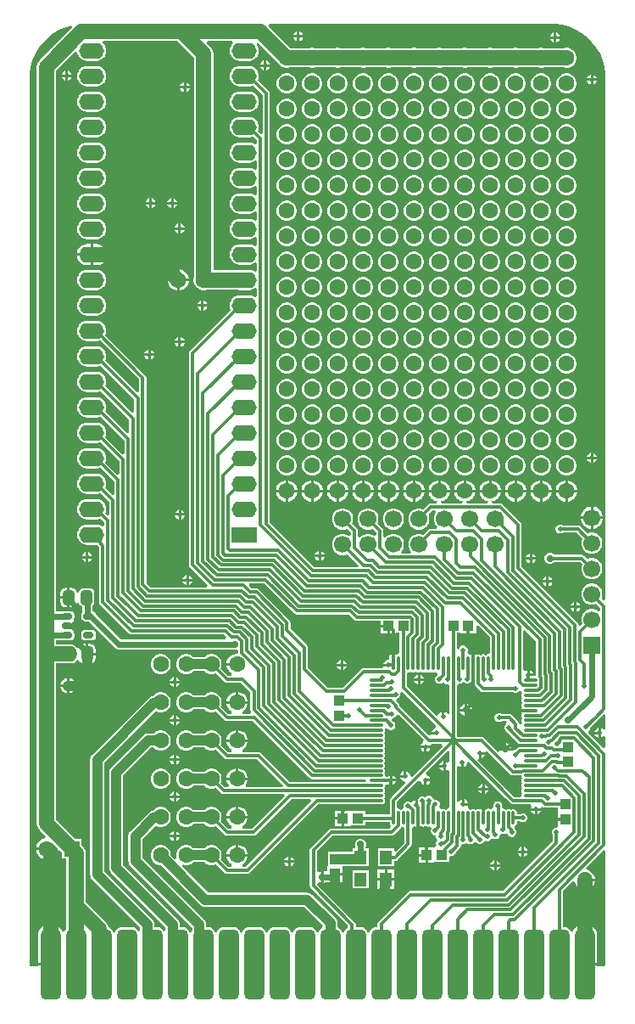
<source format=gtl>
G04*
G04 #@! TF.GenerationSoftware,Altium Limited,Altium Designer,21.1.1 (26)*
G04*
G04 Layer_Physical_Order=1*
G04 Layer_Color=255*
%FSLAX25Y25*%
%MOIN*%
G70*
G04*
G04 #@! TF.SameCoordinates,A5F47C6F-2453-4AC6-896B-71FEB3B9F667*
G04*
G04*
G04 #@! TF.FilePolarity,Positive*
G04*
G01*
G75*
%ADD13C,0.02362*%
%ADD16R,0.04724X0.05512*%
%ADD17R,0.03937X0.04134*%
%ADD18R,0.04134X0.03937*%
%ADD19O,0.05512X0.01181*%
%ADD20O,0.01181X0.05512*%
G04:AMPARAMS|DCode=21|XSize=23.62mil|YSize=39.37mil|CornerRadius=5.91mil|HoleSize=0mil|Usage=FLASHONLY|Rotation=270.000|XOffset=0mil|YOffset=0mil|HoleType=Round|Shape=RoundedRectangle|*
%AMROUNDEDRECTD21*
21,1,0.02362,0.02756,0,0,270.0*
21,1,0.01181,0.03937,0,0,270.0*
1,1,0.01181,-0.01378,-0.00591*
1,1,0.01181,-0.01378,0.00591*
1,1,0.01181,0.01378,0.00591*
1,1,0.01181,0.01378,-0.00591*
%
%ADD21ROUNDEDRECTD21*%
G04:AMPARAMS|DCode=22|XSize=45.28mil|YSize=57.09mil|CornerRadius=11.32mil|HoleSize=0mil|Usage=FLASHONLY|Rotation=0.000|XOffset=0mil|YOffset=0mil|HoleType=Round|Shape=RoundedRectangle|*
%AMROUNDEDRECTD22*
21,1,0.04528,0.03445,0,0,0.0*
21,1,0.02264,0.05709,0,0,0.0*
1,1,0.02264,0.01132,-0.01722*
1,1,0.02264,-0.01132,-0.01722*
1,1,0.02264,-0.01132,0.01722*
1,1,0.02264,0.01132,0.01722*
%
%ADD22ROUNDEDRECTD22*%
G04:AMPARAMS|DCode=38|XSize=78.74mil|YSize=275.59mil|CornerRadius=19.68mil|HoleSize=0mil|Usage=FLASHONLY|Rotation=0.000|XOffset=0mil|YOffset=0mil|HoleType=Round|Shape=RoundedRectangle|*
%AMROUNDEDRECTD38*
21,1,0.07874,0.23622,0,0,0.0*
21,1,0.03937,0.27559,0,0,0.0*
1,1,0.03937,0.01968,-0.11811*
1,1,0.03937,-0.01968,-0.11811*
1,1,0.03937,-0.01968,0.11811*
1,1,0.03937,0.01968,0.11811*
%
%ADD38ROUNDEDRECTD38*%
%ADD39C,0.05906*%
%ADD40C,0.01181*%
%ADD41C,0.03937*%
%ADD42C,0.06693*%
%ADD43C,0.06299*%
%ADD44O,0.09843X0.06299*%
%ADD45R,0.09843X0.06299*%
%ADD46R,0.06299X0.06299*%
%ADD47R,0.06693X0.06693*%
%ADD48C,0.01968*%
%ADD49C,0.02756*%
%ADD50C,0.05906*%
%ADD51C,0.03937*%
G36*
X210381Y388421D02*
X213043Y387707D01*
X215590Y386652D01*
X217977Y385274D01*
X220164Y383596D01*
X222113Y381647D01*
X223791Y379460D01*
X225170Y377073D01*
X226224Y374526D01*
X226938Y371863D01*
X227298Y369130D01*
Y367752D01*
X227298Y367752D01*
X227298Y367752D01*
X227310Y162706D01*
X226582Y162405D01*
X225753Y163233D01*
X225852Y163404D01*
X226134Y164456D01*
Y165544D01*
X225852Y166596D01*
X225308Y167538D01*
X224538Y168308D01*
X223596Y168852D01*
X222544Y169134D01*
X221456D01*
X220404Y168852D01*
X219462Y168308D01*
X218692Y167538D01*
X218148Y166596D01*
X217866Y165544D01*
Y164456D01*
X218148Y163404D01*
X218692Y162462D01*
X219462Y161692D01*
X220404Y161148D01*
X221456Y160866D01*
X222544D01*
X223596Y161148D01*
X223766Y161247D01*
X225320Y159694D01*
Y158640D01*
X224538Y158308D01*
X223596Y158852D01*
X222544Y159134D01*
X221456D01*
X220404Y158852D01*
X219462Y158308D01*
X218692Y157538D01*
X218148Y156596D01*
X217866Y155544D01*
Y154456D01*
X218148Y153404D01*
X218247Y153234D01*
X217440Y152426D01*
X216712Y152728D01*
Y152822D01*
X216605Y153359D01*
X216301Y153815D01*
X194405Y175711D01*
Y192181D01*
X194298Y192719D01*
X193993Y193175D01*
X186950Y200218D01*
X186495Y200522D01*
X185957Y200629D01*
X182898D01*
X182794Y201417D01*
X183602Y201633D01*
X184548Y202180D01*
X185320Y202952D01*
X185867Y203898D01*
X186150Y204954D01*
Y205000D01*
X177850D01*
Y204954D01*
X178133Y203898D01*
X178680Y202952D01*
X179452Y202180D01*
X180398Y201633D01*
X181206Y201417D01*
X181102Y200629D01*
X172898D01*
X172794Y201417D01*
X173602Y201633D01*
X174548Y202180D01*
X175320Y202952D01*
X175867Y203898D01*
X176150Y204954D01*
Y205000D01*
X167850D01*
Y204954D01*
X168133Y203898D01*
X168679Y202952D01*
X169452Y202180D01*
X170398Y201633D01*
X171206Y201417D01*
X171102Y200629D01*
X162898D01*
X162794Y201417D01*
X163602Y201633D01*
X164548Y202180D01*
X165321Y202952D01*
X165867Y203898D01*
X166150Y204954D01*
Y205000D01*
X157850D01*
Y204954D01*
X158133Y203898D01*
X158679Y202952D01*
X159452Y202180D01*
X160398Y201633D01*
X161206Y201417D01*
X161102Y200629D01*
X158724D01*
X158187Y200522D01*
X157731Y200218D01*
X155766Y198253D01*
X155596Y198352D01*
X154544Y198634D01*
X153456D01*
X152404Y198352D01*
X151462Y197808D01*
X150692Y197038D01*
X150148Y196096D01*
X149866Y195044D01*
Y193956D01*
X150148Y192904D01*
X150692Y191962D01*
X151462Y191192D01*
X152404Y190648D01*
X153456Y190366D01*
X154544D01*
X155596Y190648D01*
X156538Y191192D01*
X157308Y191962D01*
X157852Y192904D01*
X158134Y193956D01*
Y195044D01*
X157852Y196096D01*
X157753Y196266D01*
X159306Y197819D01*
X160360D01*
X160692Y197038D01*
X160148Y196096D01*
X159866Y195044D01*
Y193956D01*
X160148Y192904D01*
X160692Y191962D01*
X161237Y191417D01*
X160919Y190629D01*
X158724D01*
X158187Y190522D01*
X157731Y190218D01*
X155766Y188253D01*
X155596Y188352D01*
X154544Y188634D01*
X153456D01*
X152404Y188352D01*
X151462Y187808D01*
X150692Y187038D01*
X150148Y186096D01*
X149866Y185044D01*
Y183956D01*
X150148Y182904D01*
X150692Y181962D01*
X150961Y181692D01*
X150635Y180905D01*
X147365D01*
X147038Y181692D01*
X147308Y181962D01*
X147852Y182904D01*
X148134Y183956D01*
Y185044D01*
X147852Y186096D01*
X147308Y187038D01*
X146538Y187808D01*
X145596Y188352D01*
X144544Y188634D01*
X143456D01*
X142404Y188352D01*
X141462Y187808D01*
X140917Y187263D01*
X140129Y187581D01*
Y189776D01*
X140022Y190313D01*
X139718Y190769D01*
X137753Y192734D01*
X137852Y192904D01*
X138134Y193956D01*
Y195044D01*
X137852Y196096D01*
X137308Y197038D01*
X136538Y197808D01*
X135596Y198352D01*
X134544Y198634D01*
X133456D01*
X132404Y198352D01*
X131462Y197808D01*
X130692Y197038D01*
X130148Y196096D01*
X129866Y195044D01*
Y193956D01*
X130148Y192904D01*
X130692Y191962D01*
X131462Y191192D01*
X132404Y190648D01*
X133456Y190366D01*
X134544D01*
X135596Y190648D01*
X135766Y190747D01*
X137320Y189194D01*
Y188140D01*
X136538Y187808D01*
X135596Y188352D01*
X134544Y188634D01*
X133456D01*
X132404Y188352D01*
X131462Y187808D01*
X130917Y187263D01*
X130129Y187581D01*
Y189776D01*
X130022Y190313D01*
X129718Y190769D01*
X127753Y192734D01*
X127852Y192904D01*
X128134Y193956D01*
Y195044D01*
X127852Y196096D01*
X127308Y197038D01*
X126538Y197808D01*
X125596Y198352D01*
X124544Y198634D01*
X123456D01*
X122404Y198352D01*
X121462Y197808D01*
X120692Y197038D01*
X120148Y196096D01*
X119866Y195044D01*
Y193956D01*
X120148Y192904D01*
X120692Y191962D01*
X121462Y191192D01*
X122404Y190648D01*
X123456Y190366D01*
X124544D01*
X125596Y190648D01*
X125767Y190747D01*
X127320Y189194D01*
Y188140D01*
X126538Y187808D01*
X125596Y188352D01*
X124544Y188634D01*
X123456D01*
X122404Y188352D01*
X121462Y187808D01*
X120692Y187038D01*
X120148Y186096D01*
X119866Y185044D01*
Y183956D01*
X120148Y182904D01*
X120692Y181962D01*
X121462Y181192D01*
X122404Y180648D01*
X123456Y180366D01*
X124544D01*
X125596Y180648D01*
X125767Y180747D01*
X130259Y176254D01*
X129957Y175527D01*
X112966D01*
X95405Y193088D01*
Y361441D01*
X95298Y361979D01*
X94993Y362434D01*
X90736Y366692D01*
X90977Y367272D01*
X91112Y368300D01*
X90977Y369328D01*
X90580Y370286D01*
X89949Y371108D01*
X89126Y371739D01*
X88169Y372136D01*
X87141Y372271D01*
X83598D01*
X82570Y372136D01*
X81612Y371739D01*
X80790Y371108D01*
X80159Y370286D01*
X79762Y369328D01*
X79627Y368300D01*
X79762Y367272D01*
X80159Y366315D01*
X80790Y365492D01*
X81612Y364861D01*
X82570Y364464D01*
X83598Y364329D01*
X87141D01*
X88169Y364464D01*
X88749Y364705D01*
X92595Y360859D01*
Y345862D01*
X91868Y345560D01*
X90736Y346692D01*
X90977Y347272D01*
X91112Y348300D01*
X90977Y349328D01*
X90580Y350286D01*
X89949Y351108D01*
X89126Y351739D01*
X88169Y352136D01*
X87141Y352271D01*
X83598D01*
X82570Y352136D01*
X81612Y351739D01*
X80790Y351108D01*
X80159Y350286D01*
X79762Y349328D01*
X79627Y348300D01*
X79762Y347272D01*
X80159Y346315D01*
X80790Y345492D01*
X81612Y344861D01*
X82570Y344464D01*
X83598Y344329D01*
X87141D01*
X88169Y344464D01*
X88749Y344705D01*
X90264Y343191D01*
Y341859D01*
X89476Y341471D01*
X89126Y341739D01*
X88169Y342136D01*
X87141Y342271D01*
X83598D01*
X82570Y342136D01*
X81612Y341739D01*
X80790Y341108D01*
X80159Y340285D01*
X79762Y339328D01*
X79627Y338300D01*
X79762Y337272D01*
X80159Y336315D01*
X80790Y335492D01*
X81612Y334861D01*
X82570Y334464D01*
X83598Y334329D01*
X87141D01*
X88169Y334464D01*
X89126Y334861D01*
X89476Y335129D01*
X90264Y334741D01*
Y331859D01*
X89476Y331471D01*
X89126Y331739D01*
X88169Y332136D01*
X87141Y332271D01*
X83598D01*
X82570Y332136D01*
X81612Y331739D01*
X80790Y331108D01*
X80159Y330286D01*
X79762Y329328D01*
X79627Y328300D01*
X79762Y327272D01*
X80159Y326314D01*
X80790Y325492D01*
X81612Y324861D01*
X82570Y324464D01*
X83598Y324329D01*
X87141D01*
X88169Y324464D01*
X89126Y324861D01*
X89476Y325129D01*
X90264Y324741D01*
Y321859D01*
X89476Y321471D01*
X89126Y321739D01*
X88169Y322136D01*
X87141Y322271D01*
X83598D01*
X82570Y322136D01*
X81612Y321739D01*
X80790Y321108D01*
X80159Y320286D01*
X79762Y319328D01*
X79627Y318300D01*
X79762Y317272D01*
X80159Y316315D01*
X80790Y315492D01*
X81612Y314861D01*
X82570Y314464D01*
X83598Y314329D01*
X87141D01*
X88169Y314464D01*
X89126Y314861D01*
X89476Y315129D01*
X90264Y314741D01*
Y311859D01*
X89476Y311471D01*
X89126Y311739D01*
X88169Y312136D01*
X87141Y312271D01*
X83598D01*
X82570Y312136D01*
X81612Y311739D01*
X80790Y311108D01*
X80159Y310285D01*
X79762Y309328D01*
X79627Y308300D01*
X79762Y307272D01*
X80159Y306314D01*
X80790Y305492D01*
X81612Y304861D01*
X82570Y304464D01*
X83598Y304329D01*
X87141D01*
X88169Y304464D01*
X89126Y304861D01*
X89476Y305129D01*
X90264Y304741D01*
Y301859D01*
X89476Y301471D01*
X89126Y301739D01*
X88169Y302136D01*
X87141Y302271D01*
X83598D01*
X82570Y302136D01*
X81612Y301739D01*
X80790Y301108D01*
X80159Y300286D01*
X79762Y299328D01*
X79627Y298300D01*
X79762Y297272D01*
X80159Y296315D01*
X80790Y295492D01*
X81612Y294861D01*
X82570Y294464D01*
X83598Y294329D01*
X87141D01*
X88169Y294464D01*
X89126Y294861D01*
X89476Y295129D01*
X90264Y294741D01*
Y291859D01*
X89476Y291471D01*
X89126Y291739D01*
X88169Y292136D01*
X87141Y292271D01*
X83598D01*
X82570Y292136D01*
X82417Y292072D01*
X73142D01*
Y377131D01*
X73013Y378107D01*
X72636Y379017D01*
X72037Y379798D01*
X70509Y381326D01*
X70810Y382054D01*
X80729D01*
X80996Y381266D01*
X80790Y381108D01*
X80159Y380286D01*
X79762Y379328D01*
X79627Y378300D01*
X79762Y377272D01*
X80159Y376314D01*
X80790Y375492D01*
X81612Y374861D01*
X82570Y374464D01*
X83598Y374329D01*
X87141D01*
X88169Y374464D01*
X89126Y374861D01*
X89949Y375492D01*
X90580Y376314D01*
X90977Y377272D01*
X91112Y378300D01*
X90977Y379328D01*
X90580Y380286D01*
X90322Y380622D01*
X90637Y381504D01*
X90656Y381509D01*
X98521Y373644D01*
X98850Y373075D01*
X99583Y372342D01*
X100480Y371823D01*
X101482Y371555D01*
X102518D01*
X103162Y371728D01*
X110868D01*
X111482Y371563D01*
X112518D01*
X113133Y371728D01*
X120868D01*
X121482Y371563D01*
X122518D01*
X123133Y371728D01*
X130868D01*
X131482Y371563D01*
X132518D01*
X133133Y371728D01*
X140867D01*
X141482Y371563D01*
X142518D01*
X143132Y371728D01*
X150871D01*
X151486Y371563D01*
X152522D01*
X153137Y371728D01*
X160868D01*
X161482Y371563D01*
X162518D01*
X163133Y371728D01*
X170868D01*
X171482Y371563D01*
X172518D01*
X173133Y371728D01*
X180868D01*
X181482Y371563D01*
X182518D01*
X183133Y371728D01*
X190867D01*
X191482Y371563D01*
X192518D01*
X193132Y371728D01*
X200868D01*
X201482Y371563D01*
X202518D01*
X203133Y371728D01*
X210868D01*
X211482Y371563D01*
X212518D01*
X213520Y371831D01*
X214417Y372350D01*
X215150Y373083D01*
X215669Y373980D01*
X215937Y374982D01*
Y376018D01*
X215669Y377020D01*
X215150Y377917D01*
X214417Y378650D01*
X213520Y379169D01*
X212518Y379437D01*
X211482D01*
X210868Y379272D01*
X203133D01*
X202518Y379437D01*
X201482D01*
X200868Y379272D01*
X193132D01*
X192518Y379437D01*
X191482D01*
X190867Y379272D01*
X183133D01*
X182518Y379437D01*
X181482D01*
X180868Y379272D01*
X173133D01*
X172518Y379437D01*
X171482D01*
X170868Y379272D01*
X163133D01*
X162518Y379437D01*
X161482D01*
X160868Y379272D01*
X153137D01*
X152522Y379437D01*
X151486D01*
X150871Y379272D01*
X143132D01*
X142518Y379437D01*
X141482D01*
X140867Y379272D01*
X133133D01*
X132518Y379437D01*
X131482D01*
X130868Y379272D01*
X123133D01*
X122518Y379437D01*
X121482D01*
X120868Y379272D01*
X113133D01*
X112518Y379437D01*
X111482D01*
X110868Y379272D01*
X103563D01*
X94863Y387972D01*
X95189Y388759D01*
X206269D01*
X206277Y388761D01*
X206284Y388759D01*
X207655Y388779D01*
X210381Y388421D01*
D02*
G37*
G36*
X65597Y375568D02*
Y289433D01*
X65432Y288818D01*
Y287782D01*
X65701Y286780D01*
X66219Y285883D01*
X66952Y285150D01*
X67850Y284631D01*
X68851Y284363D01*
X69888D01*
X70502Y284528D01*
X82417D01*
X82570Y284464D01*
X83598Y284329D01*
X87141D01*
X88169Y284464D01*
X89126Y284861D01*
X89476Y285129D01*
X90264Y284741D01*
Y281859D01*
X89476Y281471D01*
X89126Y281739D01*
X88169Y282136D01*
X87141Y282271D01*
X83598D01*
X82570Y282136D01*
X81612Y281739D01*
X80790Y281108D01*
X80159Y280286D01*
X79762Y279328D01*
X79627Y278300D01*
X79762Y277272D01*
X80002Y276692D01*
X64007Y260696D01*
X63702Y260240D01*
X63595Y259702D01*
Y176379D01*
X63702Y175841D01*
X64007Y175385D01*
X70988Y168404D01*
X70686Y167677D01*
X48520D01*
X46853Y169343D01*
Y249993D01*
X46746Y250531D01*
X46442Y250986D01*
X30736Y266692D01*
X30977Y267272D01*
X31112Y268300D01*
X30977Y269328D01*
X30580Y270286D01*
X29949Y271108D01*
X29126Y271739D01*
X28169Y272136D01*
X27141Y272271D01*
X23598D01*
X22570Y272136D01*
X21612Y271739D01*
X20790Y271108D01*
X20159Y270286D01*
X19762Y269328D01*
X19627Y268300D01*
X19762Y267272D01*
X20159Y266315D01*
X20790Y265492D01*
X21612Y264861D01*
X22570Y264464D01*
X23598Y264329D01*
X27141D01*
X28169Y264464D01*
X28749Y264705D01*
X44043Y249411D01*
Y244414D01*
X43316Y244112D01*
X30736Y256692D01*
X30977Y257272D01*
X31112Y258300D01*
X30977Y259328D01*
X30580Y260285D01*
X29949Y261108D01*
X29126Y261739D01*
X28169Y262136D01*
X27141Y262271D01*
X23598D01*
X22570Y262136D01*
X21612Y261739D01*
X20790Y261108D01*
X20159Y260285D01*
X19762Y259328D01*
X19627Y258300D01*
X19762Y257272D01*
X20159Y256314D01*
X20790Y255492D01*
X21612Y254861D01*
X22570Y254464D01*
X23598Y254329D01*
X27141D01*
X28169Y254464D01*
X28749Y254705D01*
X42075Y241379D01*
Y236382D01*
X41347Y236081D01*
X30736Y246692D01*
X30977Y247272D01*
X31112Y248300D01*
X30977Y249328D01*
X30580Y250286D01*
X29949Y251108D01*
X29126Y251739D01*
X28169Y252136D01*
X27141Y252271D01*
X23598D01*
X22570Y252136D01*
X21612Y251739D01*
X20790Y251108D01*
X20159Y250286D01*
X19762Y249328D01*
X19627Y248300D01*
X19762Y247272D01*
X20159Y246315D01*
X20790Y245492D01*
X21612Y244861D01*
X22570Y244464D01*
X23598Y244329D01*
X27141D01*
X28169Y244464D01*
X28749Y244705D01*
X40106Y233348D01*
Y228351D01*
X39379Y228049D01*
X30736Y236692D01*
X30977Y237272D01*
X31112Y238300D01*
X30977Y239328D01*
X30580Y240285D01*
X29949Y241108D01*
X29126Y241739D01*
X28169Y242136D01*
X27141Y242271D01*
X23598D01*
X22570Y242136D01*
X21612Y241739D01*
X20790Y241108D01*
X20159Y240285D01*
X19762Y239328D01*
X19627Y238300D01*
X19762Y237272D01*
X20159Y236315D01*
X20790Y235492D01*
X21612Y234861D01*
X22570Y234464D01*
X23598Y234329D01*
X27141D01*
X28169Y234464D01*
X28749Y234705D01*
X38138Y225317D01*
Y220319D01*
X37410Y220018D01*
X30736Y226692D01*
X30977Y227272D01*
X31112Y228300D01*
X30977Y229328D01*
X30580Y230286D01*
X29949Y231108D01*
X29126Y231739D01*
X28169Y232136D01*
X27141Y232271D01*
X23598D01*
X22570Y232136D01*
X21612Y231739D01*
X20790Y231108D01*
X20159Y230286D01*
X19762Y229328D01*
X19627Y228300D01*
X19762Y227272D01*
X20159Y226314D01*
X20790Y225492D01*
X21612Y224861D01*
X22570Y224464D01*
X23598Y224329D01*
X27141D01*
X28169Y224464D01*
X28749Y224705D01*
X36169Y217285D01*
Y212288D01*
X35442Y211986D01*
X30736Y216692D01*
X30977Y217272D01*
X31112Y218300D01*
X30977Y219328D01*
X30580Y220286D01*
X29949Y221108D01*
X29126Y221739D01*
X28169Y222136D01*
X27141Y222271D01*
X23598D01*
X22570Y222136D01*
X21612Y221739D01*
X20790Y221108D01*
X20159Y220286D01*
X19762Y219328D01*
X19627Y218300D01*
X19762Y217272D01*
X20159Y216315D01*
X20790Y215492D01*
X21612Y214861D01*
X22570Y214464D01*
X23598Y214329D01*
X27141D01*
X28169Y214464D01*
X28749Y214705D01*
X34201Y209254D01*
Y204256D01*
X33473Y203955D01*
X30736Y206692D01*
X30977Y207272D01*
X31112Y208300D01*
X30977Y209328D01*
X30580Y210285D01*
X29949Y211108D01*
X29126Y211739D01*
X28169Y212136D01*
X27141Y212271D01*
X23598D01*
X22570Y212136D01*
X21612Y211739D01*
X20790Y211108D01*
X20159Y210285D01*
X19762Y209328D01*
X19627Y208300D01*
X19762Y207272D01*
X20159Y206314D01*
X20790Y205492D01*
X21612Y204861D01*
X22570Y204464D01*
X23598Y204329D01*
X27141D01*
X28169Y204464D01*
X28749Y204705D01*
X32232Y201222D01*
Y196225D01*
X31505Y195923D01*
X30736Y196692D01*
X30977Y197272D01*
X31112Y198300D01*
X30977Y199328D01*
X30580Y200286D01*
X29949Y201108D01*
X29126Y201739D01*
X28169Y202136D01*
X27141Y202271D01*
X23598D01*
X22570Y202136D01*
X21612Y201739D01*
X20790Y201108D01*
X20159Y200286D01*
X19762Y199328D01*
X19627Y198300D01*
X19762Y197272D01*
X20159Y196315D01*
X20790Y195492D01*
X21612Y194861D01*
X22570Y194464D01*
X23598Y194329D01*
X27141D01*
X28169Y194464D01*
X28749Y194705D01*
X30264Y193191D01*
Y191859D01*
X29476Y191471D01*
X29126Y191739D01*
X28169Y192136D01*
X27141Y192271D01*
X23598D01*
X22570Y192136D01*
X21612Y191739D01*
X20790Y191108D01*
X20159Y190286D01*
X19762Y189328D01*
X19627Y188300D01*
X19762Y187272D01*
X20159Y186314D01*
X20790Y185492D01*
X21612Y184861D01*
X22570Y184464D01*
X23598Y184329D01*
X27141D01*
X27399Y184363D01*
X27560Y184122D01*
X28295Y183387D01*
Y161853D01*
X28402Y161316D01*
X28707Y160860D01*
X40060Y149506D01*
X40516Y149202D01*
X41053Y149095D01*
X77363D01*
X78399Y148060D01*
X78097Y147332D01*
X36724D01*
X26851Y157206D01*
X26807Y157428D01*
X26502Y157884D01*
X26046Y158189D01*
X25759Y158246D01*
Y160407D01*
X25890Y160494D01*
X26314Y161129D01*
X26463Y161878D01*
Y165322D01*
X26314Y166071D01*
X25890Y166706D01*
X25255Y167130D01*
X24506Y167279D01*
X22242D01*
X21493Y167130D01*
X20858Y166706D01*
X20434Y166071D01*
X20340Y165600D01*
X19538D01*
X19428Y166154D01*
X18956Y166859D01*
X18251Y167331D01*
X17419Y167496D01*
X16787D01*
Y163600D01*
Y159704D01*
X17419D01*
X18251Y159869D01*
X18956Y160341D01*
X19428Y161046D01*
X19538Y161600D01*
X20340D01*
X20434Y161129D01*
X20858Y160494D01*
X21493Y160070D01*
X21745Y160020D01*
Y157863D01*
X21455Y157428D01*
X21348Y156891D01*
Y155709D01*
X21455Y155172D01*
X21759Y154716D01*
X22215Y154411D01*
X22753Y154305D01*
X23694D01*
X23752Y154293D01*
X24087D01*
X34474Y143906D01*
X35125Y143471D01*
X35893Y143318D01*
X80844D01*
X81226Y143160D01*
X82087D01*
X82220Y143215D01*
X82965Y142717D01*
X82942Y141960D01*
X82273Y141650D01*
X81954D01*
X80898Y141367D01*
X79952Y140821D01*
X79180Y140048D01*
X78633Y139102D01*
X78350Y138046D01*
Y138000D01*
X82500D01*
Y137000D01*
X78350D01*
Y136954D01*
X78633Y135898D01*
X79180Y134952D01*
X79952Y134179D01*
X80144Y134069D01*
X80353Y133039D01*
X80253Y132905D01*
X79082D01*
X76109Y135878D01*
X76169Y135980D01*
X76437Y136982D01*
Y138018D01*
X76169Y139020D01*
X75650Y139917D01*
X74917Y140650D01*
X74020Y141169D01*
X73018Y141437D01*
X71982D01*
X70980Y141169D01*
X70083Y140650D01*
X69712Y140280D01*
X65288D01*
X64917Y140650D01*
X64020Y141169D01*
X63018Y141437D01*
X61982D01*
X60980Y141169D01*
X60083Y140650D01*
X59350Y139917D01*
X58831Y139020D01*
X58563Y138018D01*
Y136982D01*
X58831Y135980D01*
X59350Y135083D01*
X60083Y134350D01*
X60980Y133831D01*
X61982Y133563D01*
X63018D01*
X64020Y133831D01*
X64917Y134350D01*
X65288Y134720D01*
X69712D01*
X70083Y134350D01*
X70980Y133831D01*
X71982Y133563D01*
X73018D01*
X74020Y133831D01*
X74122Y133891D01*
X77507Y130507D01*
X77962Y130202D01*
X78500Y130095D01*
X83918D01*
X87752Y126261D01*
Y119423D01*
X87859Y118886D01*
X87989Y118692D01*
X87640Y117905D01*
X84747D01*
X84647Y118039D01*
X84856Y119069D01*
X85048Y119179D01*
X85821Y119952D01*
X86367Y120898D01*
X86650Y121954D01*
Y122000D01*
X82500D01*
X78350D01*
Y121954D01*
X78633Y120898D01*
X79180Y119952D01*
X79952Y119179D01*
X80144Y119069D01*
X80353Y118039D01*
X80253Y117905D01*
X79082D01*
X76109Y120878D01*
X76169Y120980D01*
X76437Y121982D01*
Y123018D01*
X76169Y124020D01*
X75650Y124917D01*
X74917Y125650D01*
X74020Y126169D01*
X73018Y126437D01*
X71982D01*
X70980Y126169D01*
X70083Y125650D01*
X69712Y125280D01*
X65288D01*
X64917Y125650D01*
X64020Y126169D01*
X63018Y126437D01*
X61982D01*
X60980Y126169D01*
X60083Y125650D01*
X59350Y124917D01*
X58831Y124020D01*
X58563Y123018D01*
Y121982D01*
X58831Y120980D01*
X59350Y120083D01*
X60083Y119350D01*
X60980Y118831D01*
X61982Y118563D01*
X63018D01*
X64020Y118831D01*
X64917Y119350D01*
X65288Y119720D01*
X69712D01*
X70083Y119350D01*
X70980Y118831D01*
X71982Y118563D01*
X73018D01*
X74020Y118831D01*
X74122Y118891D01*
X77507Y115506D01*
X77962Y115202D01*
X78500Y115095D01*
X88715D01*
X111083Y92727D01*
X111539Y92422D01*
X112076Y92316D01*
X132849D01*
X133217Y91752D01*
X132849Y91188D01*
X103298D01*
X91993Y102494D01*
X91538Y102798D01*
X91000Y102905D01*
X84747D01*
X84647Y103039D01*
X84856Y104069D01*
X85048Y104180D01*
X85821Y104952D01*
X86367Y105898D01*
X86650Y106954D01*
Y107000D01*
X82500D01*
X78350D01*
Y106954D01*
X78633Y105898D01*
X79180Y104952D01*
X79952Y104180D01*
X80144Y104069D01*
X80353Y103039D01*
X80253Y102905D01*
X79082D01*
X76109Y105878D01*
X76169Y105980D01*
X76437Y106982D01*
Y108018D01*
X76169Y109020D01*
X75650Y109917D01*
X74917Y110650D01*
X74020Y111169D01*
X73018Y111437D01*
X71982D01*
X70980Y111169D01*
X70083Y110650D01*
X69712Y110280D01*
X65288D01*
X64917Y110650D01*
X64020Y111169D01*
X63018Y111437D01*
X61982D01*
X60980Y111169D01*
X60083Y110650D01*
X59350Y109917D01*
X58831Y109020D01*
X58563Y108018D01*
Y106982D01*
X58831Y105980D01*
X59350Y105083D01*
X60083Y104350D01*
X60980Y103831D01*
X61982Y103563D01*
X63018D01*
X64020Y103831D01*
X64917Y104350D01*
X65288Y104720D01*
X69712D01*
X70083Y104350D01*
X70980Y103831D01*
X71982Y103563D01*
X73018D01*
X74020Y103831D01*
X74122Y103891D01*
X77507Y100507D01*
X77962Y100202D01*
X78500Y100095D01*
X90418D01*
X100566Y89947D01*
X100264Y89220D01*
X86117D01*
X85962Y89595D01*
X85852Y90007D01*
X86367Y90898D01*
X86650Y91954D01*
Y92000D01*
X82500D01*
X78350D01*
Y91954D01*
X78633Y90898D01*
X79148Y90007D01*
X79038Y89595D01*
X78883Y89220D01*
X77767D01*
X76109Y90878D01*
X76169Y90980D01*
X76437Y91982D01*
Y93018D01*
X76169Y94020D01*
X75650Y94917D01*
X74917Y95650D01*
X74020Y96169D01*
X73018Y96437D01*
X71982D01*
X70980Y96169D01*
X70083Y95650D01*
X69712Y95280D01*
X65288D01*
X64917Y95650D01*
X64020Y96169D01*
X63018Y96437D01*
X61982D01*
X60980Y96169D01*
X60083Y95650D01*
X59350Y94917D01*
X58831Y94020D01*
X58563Y93018D01*
Y91982D01*
X58831Y90980D01*
X59350Y90083D01*
X60083Y89350D01*
X60980Y88831D01*
X61982Y88563D01*
X63018D01*
X64020Y88831D01*
X64917Y89350D01*
X65288Y89720D01*
X69712D01*
X70083Y89350D01*
X70980Y88831D01*
X71982Y88563D01*
X73018D01*
X74020Y88831D01*
X74122Y88891D01*
X76192Y86822D01*
X76647Y86517D01*
X77185Y86410D01*
X100894D01*
X101196Y85682D01*
X88418Y72905D01*
X84747D01*
X84647Y73039D01*
X84856Y74068D01*
X85048Y74180D01*
X85821Y74952D01*
X86367Y75898D01*
X86650Y76954D01*
Y77000D01*
X82500D01*
X78350D01*
Y76954D01*
X78633Y75898D01*
X79180Y74952D01*
X79952Y74180D01*
X80144Y74068D01*
X80353Y73039D01*
X80253Y72905D01*
X79082D01*
X76109Y75878D01*
X76169Y75980D01*
X76437Y76982D01*
Y78018D01*
X76169Y79020D01*
X75650Y79917D01*
X74917Y80650D01*
X74020Y81169D01*
X73018Y81437D01*
X71982D01*
X70980Y81169D01*
X70083Y80650D01*
X69712Y80280D01*
X65288D01*
X64917Y80650D01*
X64020Y81169D01*
X63018Y81437D01*
X61982D01*
X60980Y81169D01*
X60083Y80650D01*
X59350Y79917D01*
X58831Y79020D01*
X58563Y78018D01*
Y76982D01*
X58831Y75980D01*
X59350Y75083D01*
X60083Y74350D01*
X60980Y73831D01*
X61982Y73563D01*
X63018D01*
X64020Y73831D01*
X64917Y74350D01*
X65288Y74720D01*
X69712D01*
X70083Y74350D01*
X70980Y73831D01*
X71982Y73563D01*
X73018D01*
X74020Y73831D01*
X74122Y73891D01*
X77507Y70507D01*
X77962Y70202D01*
X78500Y70095D01*
X89000D01*
X89538Y70202D01*
X89993Y70507D01*
X103928Y84442D01*
X111426D01*
X111727Y83714D01*
X85918Y57905D01*
X84747D01*
X84647Y58039D01*
X84856Y59069D01*
X85048Y59180D01*
X85821Y59952D01*
X86367Y60898D01*
X86650Y61954D01*
Y62000D01*
X82500D01*
X78350D01*
Y61954D01*
X78633Y60898D01*
X79180Y59952D01*
X79952Y59180D01*
X80144Y59069D01*
X80353Y58039D01*
X80253Y57905D01*
X79082D01*
X76109Y60878D01*
X76169Y60980D01*
X76437Y61982D01*
Y63018D01*
X76169Y64020D01*
X75650Y64917D01*
X74917Y65650D01*
X74020Y66169D01*
X73018Y66437D01*
X71982D01*
X70980Y66169D01*
X70083Y65650D01*
X69712Y65280D01*
X65288D01*
X64917Y65650D01*
X64020Y66169D01*
X63018Y66437D01*
X61982D01*
X60980Y66169D01*
X60083Y65650D01*
X59350Y64917D01*
X58831Y64020D01*
X58563Y63018D01*
Y61982D01*
X58746Y61299D01*
X58040Y60891D01*
X56437Y62494D01*
Y63018D01*
X56169Y64020D01*
X55650Y64917D01*
X54917Y65650D01*
X54020Y66169D01*
X53018Y66437D01*
X51982D01*
X50980Y66169D01*
X50083Y65650D01*
X49350Y64917D01*
X48831Y64020D01*
X48563Y63018D01*
Y61982D01*
X48831Y60980D01*
X49350Y60083D01*
X50083Y59350D01*
X50980Y58831D01*
X51982Y58563D01*
X52506D01*
X68034Y43034D01*
X68610Y42593D01*
X69281Y42315D01*
X70000Y42220D01*
X108849D01*
X116183Y34885D01*
X116068Y34025D01*
X115811Y33918D01*
X115235Y33477D01*
X114794Y32901D01*
X114577Y32379D01*
X114246Y32313D01*
X114093D01*
X113761Y32379D01*
X113545Y32901D01*
X113103Y33477D01*
X112528Y33918D01*
X111857Y34196D01*
X111138Y34291D01*
X107201D01*
X106481Y34196D01*
X105811Y33918D01*
X105235Y33477D01*
X104794Y32901D01*
X104577Y32379D01*
X104246Y32313D01*
X104093D01*
X103761Y32379D01*
X103545Y32901D01*
X103103Y33477D01*
X102528Y33918D01*
X101857Y34196D01*
X101138Y34291D01*
X97201D01*
X96481Y34196D01*
X95811Y33918D01*
X95235Y33477D01*
X94793Y32901D01*
X94577Y32379D01*
X94246Y32313D01*
X94093D01*
X93761Y32379D01*
X93545Y32901D01*
X93103Y33477D01*
X92528Y33918D01*
X91857Y34196D01*
X91138Y34291D01*
X87201D01*
X86481Y34196D01*
X85811Y33918D01*
X85235Y33477D01*
X84794Y32901D01*
X84577Y32379D01*
X84246Y32313D01*
X84093D01*
X83761Y32379D01*
X83545Y32901D01*
X83103Y33477D01*
X82528Y33918D01*
X81857Y34196D01*
X81138Y34291D01*
X77201D01*
X76481Y34196D01*
X75811Y33918D01*
X75235Y33477D01*
X74793Y32901D01*
X74577Y32379D01*
X74246Y32313D01*
X74093D01*
X73761Y32379D01*
X73545Y32901D01*
X73103Y33477D01*
X72528Y33918D01*
X71857Y34196D01*
X71138Y34291D01*
X70373D01*
Y35165D01*
X70278Y35884D01*
X70000Y36555D01*
X69559Y37130D01*
X45280Y61409D01*
Y68849D01*
X50525Y74094D01*
X50980Y73831D01*
X51982Y73563D01*
X53018D01*
X54020Y73831D01*
X54917Y74350D01*
X55650Y75083D01*
X56169Y75980D01*
X56437Y76982D01*
Y78018D01*
X56169Y79020D01*
X55650Y79917D01*
X54917Y80650D01*
X54020Y81169D01*
X53018Y81437D01*
X51982D01*
X50980Y81169D01*
X50083Y80650D01*
X49350Y79917D01*
X49277Y79792D01*
X48829Y79733D01*
X48158Y79455D01*
X47583Y79014D01*
X40534Y71965D01*
X40093Y71390D01*
X39815Y70719D01*
X39720Y70000D01*
Y60258D01*
X39815Y59539D01*
X40093Y58868D01*
X40534Y58293D01*
X64814Y34014D01*
Y32927D01*
X64793Y32901D01*
X64577Y32379D01*
X64246Y32313D01*
X64093D01*
X63761Y32379D01*
X63545Y32901D01*
X63103Y33477D01*
X62528Y33918D01*
X61857Y34196D01*
X61138Y34291D01*
X59980D01*
Y35299D01*
X59886Y36019D01*
X59608Y36689D01*
X59166Y37265D01*
X37780Y58651D01*
Y93849D01*
X48651Y104720D01*
X49712D01*
X50083Y104350D01*
X50980Y103831D01*
X51982Y103563D01*
X53018D01*
X54020Y103831D01*
X54917Y104350D01*
X55650Y105083D01*
X56169Y105980D01*
X56437Y106982D01*
Y108018D01*
X56169Y109020D01*
X55650Y109917D01*
X54917Y110650D01*
X54020Y111169D01*
X53018Y111437D01*
X51982D01*
X50980Y111169D01*
X50083Y110650D01*
X49712Y110280D01*
X47500D01*
X46781Y110185D01*
X46110Y109907D01*
X45535Y109466D01*
X33035Y96965D01*
X32593Y96390D01*
X32315Y95719D01*
X32220Y95000D01*
Y57500D01*
X32315Y56781D01*
X32593Y56110D01*
X33035Y55534D01*
X54421Y34148D01*
Y32844D01*
X53634Y32687D01*
X53545Y32901D01*
X53103Y33477D01*
X52528Y33918D01*
X51857Y34196D01*
X51138Y34291D01*
X49981D01*
Y35299D01*
X49886Y36019D01*
X49608Y36689D01*
X49166Y37265D01*
X30280Y56151D01*
Y98849D01*
X50525Y119094D01*
X50980Y118831D01*
X51982Y118563D01*
X53018D01*
X54020Y118831D01*
X54917Y119350D01*
X55650Y120083D01*
X56169Y120980D01*
X56437Y121982D01*
Y123018D01*
X56169Y124020D01*
X55650Y124917D01*
X54917Y125650D01*
X54020Y126169D01*
X53018Y126437D01*
X51982D01*
X50980Y126169D01*
X50083Y125650D01*
X49350Y124917D01*
X49277Y124792D01*
X48829Y124733D01*
X48158Y124455D01*
X47583Y124014D01*
X25534Y101965D01*
X25093Y101390D01*
X24815Y100719D01*
X24720Y100000D01*
Y55000D01*
X24815Y54281D01*
X25093Y53610D01*
X25534Y53035D01*
X44421Y34148D01*
Y32844D01*
X43634Y32687D01*
X43545Y32901D01*
X43103Y33477D01*
X42528Y33918D01*
X41857Y34196D01*
X41138Y34291D01*
X37201D01*
X36481Y34196D01*
X35811Y33918D01*
X35235Y33477D01*
X34793Y32901D01*
X34577Y32379D01*
X34246Y32313D01*
X34093D01*
X33761Y32379D01*
X33545Y32901D01*
X33103Y33477D01*
X32528Y33918D01*
X31864Y34193D01*
X31829Y34461D01*
X31452Y35370D01*
X30853Y36152D01*
X22942Y44063D01*
Y63331D01*
X22813Y64307D01*
X22436Y65217D01*
X21837Y65998D01*
X21437Y66398D01*
Y68937D01*
X18898D01*
X11272Y76563D01*
Y137728D01*
X16487D01*
X17195Y137821D01*
X17619D01*
X18368Y137970D01*
X19003Y138394D01*
X19427Y139029D01*
X19628Y139074D01*
X20434Y138946D01*
X20905Y138241D01*
X21610Y137769D01*
X22442Y137604D01*
X23074D01*
Y141500D01*
Y145396D01*
X22442D01*
X21610Y145231D01*
X20905Y144759D01*
X20434Y144054D01*
X19628Y143926D01*
X19427Y143971D01*
X19003Y144606D01*
X18368Y145030D01*
X17619Y145179D01*
X17195D01*
X16487Y145272D01*
X11272D01*
Y146813D01*
X15784D01*
X15842Y146824D01*
X17162D01*
X17700Y146931D01*
X18156Y147236D01*
X18460Y147692D01*
X18567Y148229D01*
Y149410D01*
X18460Y149948D01*
X18156Y150404D01*
X18506Y151117D01*
X18661Y151349D01*
X18784Y151969D01*
Y152060D01*
X15784D01*
Y153060D01*
X18784D01*
Y153150D01*
X18661Y153771D01*
X18506Y154003D01*
X18156Y154716D01*
X18460Y155172D01*
X18567Y155709D01*
Y156891D01*
X18460Y157428D01*
X18156Y157884D01*
X17700Y158189D01*
X17162Y158296D01*
X15842D01*
X15784Y158307D01*
X11272D01*
Y370383D01*
X18874Y377985D01*
X19705Y377703D01*
X19762Y377272D01*
X20159Y376314D01*
X20790Y375492D01*
X21612Y374861D01*
X22570Y374464D01*
X23598Y374329D01*
X27141D01*
X28169Y374464D01*
X29126Y374861D01*
X29949Y375492D01*
X30580Y376314D01*
X30977Y377272D01*
X31112Y378300D01*
X30977Y379328D01*
X30580Y380286D01*
X29949Y381108D01*
X29743Y381266D01*
X30010Y382054D01*
X59111D01*
X65597Y375568D01*
D02*
G37*
G36*
X181843Y148060D02*
Y142076D01*
X181280Y141385D01*
X180742Y141278D01*
X180295Y140980D01*
X179849Y141278D01*
X179311Y141385D01*
X178773Y141278D01*
X178327Y140980D01*
X177880Y141278D01*
X177342Y141385D01*
X176805Y141278D01*
X176539Y141100D01*
X176521Y141127D01*
X175995Y141479D01*
X175874Y141503D01*
Y137815D01*
X174874D01*
Y141503D01*
X174753Y141479D01*
X174227Y141127D01*
X174209Y141100D01*
X173943Y141278D01*
X173406Y141385D01*
X173216Y141634D01*
X172984Y142104D01*
X173209Y142648D01*
Y143352D01*
X172939Y144004D01*
X172441Y144502D01*
X171789Y144772D01*
X171085D01*
X170433Y144502D01*
X169935Y144004D01*
X169665Y143352D01*
X168905Y143418D01*
Y145551D01*
X168905Y145551D01*
Y149744D01*
X170339D01*
Y149531D01*
X172906D01*
Y152500D01*
X173906D01*
Y149531D01*
X176472D01*
Y152401D01*
X177200Y152703D01*
X181843Y148060D01*
D02*
G37*
G36*
X104867Y157380D02*
X105323Y157076D01*
X105861Y156969D01*
X126380D01*
X128496Y154853D01*
X128952Y154549D01*
X129489Y154441D01*
X138980D01*
Y153000D01*
X142047D01*
Y152500D01*
X142547D01*
Y149531D01*
X145114D01*
Y149744D01*
X146410D01*
Y142076D01*
X145846Y141385D01*
X145309Y141278D01*
X145043Y141100D01*
X145025Y141127D01*
X144499Y141479D01*
X144378Y141503D01*
Y137815D01*
X143378D01*
Y141503D01*
X143257Y141479D01*
X142731Y141127D01*
X142380Y140601D01*
X142256Y139980D01*
Y139122D01*
X141605D01*
X140876Y138820D01*
X140318Y138262D01*
X140059Y137638D01*
X142000D01*
Y136638D01*
X140000D01*
X139511Y135905D01*
X132307D01*
X131769Y135798D01*
X131314Y135494D01*
X123987Y128166D01*
X118366D01*
X110405Y136127D01*
Y144000D01*
X110298Y144538D01*
X109994Y144993D01*
X103534Y151453D01*
Y153805D01*
X103427Y154343D01*
X103122Y154798D01*
X91130Y166791D01*
X90674Y167095D01*
X90136Y167202D01*
X88284D01*
X87151Y168336D01*
X87452Y169064D01*
X93184D01*
X104867Y157380D01*
D02*
G37*
G36*
X161057Y134352D02*
X161455Y133493D01*
X161272Y133116D01*
X160996Y133002D01*
X160498Y132504D01*
X160228Y131852D01*
Y131148D01*
X160498Y130496D01*
X160996Y129998D01*
X161648Y129728D01*
X162352D01*
X163004Y129998D01*
X163005Y129999D01*
X163619Y130386D01*
X164033Y129999D01*
X164134Y129899D01*
X164785Y129629D01*
X165490D01*
X166095Y129225D01*
Y117978D01*
X165308Y117821D01*
X165182Y118124D01*
X164624Y118682D01*
X164000Y118941D01*
Y117000D01*
X163000D01*
Y118941D01*
X162376Y118682D01*
X161818Y118124D01*
X161571Y117529D01*
X161071Y117318D01*
X160728Y117259D01*
X149220Y128767D01*
Y133554D01*
X149784Y134245D01*
X150321Y134352D01*
X150768Y134650D01*
X151214Y134352D01*
X151752Y134245D01*
X152290Y134352D01*
X152736Y134650D01*
X153183Y134352D01*
X153720Y134245D01*
X154258Y134352D01*
X154705Y134650D01*
X155151Y134352D01*
X155689Y134245D01*
X156227Y134352D01*
X156673Y134650D01*
X157120Y134352D01*
X157658Y134245D01*
X158195Y134352D01*
X158642Y134650D01*
X159088Y134352D01*
X159626Y134245D01*
X160164Y134352D01*
X160610Y134650D01*
X161057Y134352D01*
D02*
G37*
G36*
X200123Y146483D02*
Y132861D01*
X199980Y132744D01*
X199084D01*
X199055Y132787D01*
X197000D01*
Y133287D01*
X196500D01*
Y135228D01*
X195876Y134970D01*
X195692Y134786D01*
X194905Y135112D01*
Y150672D01*
X195632Y150974D01*
X200123Y146483D01*
D02*
G37*
G36*
X175938Y133478D02*
Y129920D01*
X176044Y129383D01*
X176349Y128927D01*
X178269Y127006D01*
X178725Y126702D01*
X179263Y126595D01*
X190900D01*
X190996Y126498D01*
X191648Y126228D01*
X192352D01*
X193004Y126498D01*
X193483Y126978D01*
X193622Y126979D01*
X194306Y126879D01*
X194352Y126647D01*
X194650Y126201D01*
X194352Y125754D01*
X194245Y125216D01*
X194352Y124679D01*
X194650Y124232D01*
X194352Y123786D01*
X194245Y123248D01*
X194352Y122710D01*
X194650Y122264D01*
X194352Y121817D01*
X194245Y121280D01*
X194352Y120742D01*
X194530Y120476D01*
X194503Y120458D01*
X194151Y119932D01*
X194127Y119811D01*
X197815D01*
Y118811D01*
X194127D01*
X194151Y118690D01*
X194503Y118164D01*
X194529Y118147D01*
X194352Y117880D01*
X194245Y117342D01*
X194352Y116805D01*
X194650Y116358D01*
X194352Y115912D01*
X194245Y115374D01*
X194352Y114836D01*
X194650Y114390D01*
X194352Y113943D01*
X194306Y113714D01*
X193519Y113791D01*
Y113931D01*
X193412Y114469D01*
X193107Y114925D01*
X190538Y117493D01*
X190083Y117798D01*
X189545Y117905D01*
X186600D01*
X186504Y118002D01*
X185852Y118272D01*
X185148D01*
X184496Y118002D01*
X183998Y117504D01*
X183728Y116852D01*
Y116148D01*
X183998Y115496D01*
X184496Y114998D01*
X185148Y114728D01*
X185852D01*
X186504Y114998D01*
X186600Y115095D01*
X188306D01*
X188493Y114989D01*
X188572Y114854D01*
X188328Y113923D01*
X187830Y113425D01*
X187560Y112774D01*
Y112069D01*
X187830Y111418D01*
X188328Y110919D01*
X188850Y110703D01*
X188955Y110598D01*
X189152Y110304D01*
X192949Y106507D01*
X193404Y106202D01*
X193778Y106128D01*
X193897Y105661D01*
X193397Y104917D01*
X193115Y104861D01*
X192659Y104556D01*
X191863Y103760D01*
X191646D01*
X191050Y103513D01*
X191037Y103516D01*
X190773Y103638D01*
X185578D01*
X185659Y103441D01*
X184992Y102995D01*
X179493Y108493D01*
X179038Y108798D01*
X178500Y108905D01*
X169157D01*
X168905Y109157D01*
Y129324D01*
X169510Y129728D01*
X170215D01*
X170866Y129998D01*
X170974Y130107D01*
X171384Y130484D01*
X172003Y130107D01*
X172008Y130101D01*
X172659Y129832D01*
X173364D01*
X174015Y130101D01*
X174514Y130600D01*
X174784Y131251D01*
Y131956D01*
X174767Y131994D01*
X174811Y132210D01*
Y133478D01*
X175374Y133847D01*
X175938Y133478D01*
D02*
G37*
G36*
X227312Y117409D02*
X227313Y112022D01*
X227257Y111987D01*
X226525Y111781D01*
X226124Y112182D01*
X225500Y112441D01*
Y110500D01*
Y108559D01*
X226124Y108818D01*
X226525Y109219D01*
X227256Y109014D01*
X227313Y108978D01*
X227313Y104754D01*
X226586Y104453D01*
X220502Y110537D01*
X220644Y111250D01*
X221142Y111749D01*
X221412Y112400D01*
Y112537D01*
X224578Y115703D01*
X224578Y115703D01*
X226585Y117710D01*
X227312Y117409D01*
D02*
G37*
G36*
X155802Y107711D02*
X155617Y106782D01*
X155376Y106682D01*
X154818Y106124D01*
X154559Y105500D01*
X158505D01*
X158903Y106095D01*
X163079D01*
X163381Y105368D01*
X151272Y93259D01*
X150484Y93585D01*
Y93895D01*
X150182Y94624D01*
X149624Y95182D01*
X149000Y95441D01*
Y93500D01*
X148500D01*
Y93000D01*
X146559D01*
X146818Y92376D01*
X147376Y91818D01*
X148105Y91516D01*
X148415D01*
X148741Y90728D01*
X142885Y84871D01*
X142580Y84416D01*
X142473Y83878D01*
Y78405D01*
X132854D01*
Y79756D01*
X127161D01*
Y79969D01*
X124594D01*
Y77000D01*
Y74032D01*
X127161D01*
Y74244D01*
X132854D01*
Y75595D01*
X142473D01*
Y75020D01*
X142580Y74482D01*
X142885Y74026D01*
X142795Y73139D01*
X142560Y72905D01*
X119500D01*
X118962Y72798D01*
X118507Y72493D01*
X111506Y65493D01*
X111202Y65038D01*
X111095Y64500D01*
Y50500D01*
X111202Y49962D01*
X111506Y49507D01*
X126129Y34884D01*
X126003Y33998D01*
X125811Y33918D01*
X125235Y33477D01*
X124794Y32901D01*
X124577Y32379D01*
X124246Y32313D01*
X124093D01*
X123761Y32379D01*
X123545Y32901D01*
X123103Y33477D01*
X122528Y33918D01*
X121949Y34158D01*
Y35831D01*
X121854Y36550D01*
X121577Y37220D01*
X121135Y37796D01*
X111966Y46966D01*
X111390Y47407D01*
X110719Y47685D01*
X110000Y47780D01*
X71151D01*
X60891Y58040D01*
X61299Y58746D01*
X61982Y58563D01*
X63018D01*
X64020Y58831D01*
X64917Y59350D01*
X65288Y59720D01*
X69712D01*
X70083Y59350D01*
X70980Y58831D01*
X71982Y58563D01*
X73018D01*
X74020Y58831D01*
X74122Y58891D01*
X77507Y55507D01*
X77962Y55202D01*
X78500Y55095D01*
X86500D01*
X87038Y55202D01*
X87493Y55507D01*
X114460Y82473D01*
X139350D01*
X139888Y82580D01*
X140344Y82885D01*
X140648Y83340D01*
X140755Y83878D01*
X140648Y84416D01*
X140350Y84862D01*
X140648Y85309D01*
X140755Y85847D01*
X140648Y86384D01*
X140350Y86831D01*
X140648Y87277D01*
X140755Y87815D01*
X140648Y88353D01*
X140350Y88799D01*
X140648Y89246D01*
X140755Y89784D01*
X140723Y89944D01*
X140914Y90210D01*
X141876Y90318D01*
X142500Y90059D01*
Y92000D01*
Y93941D01*
X141876Y93682D01*
X141470Y93276D01*
X140735Y93617D01*
X140755Y93721D01*
X140648Y94258D01*
X140350Y94705D01*
X140648Y95151D01*
X140755Y95689D01*
X140648Y96227D01*
X140350Y96673D01*
X140648Y97120D01*
X140755Y97658D01*
X140648Y98195D01*
X140350Y98642D01*
X140648Y99088D01*
X140755Y99626D01*
X140648Y100164D01*
X140350Y100610D01*
X140648Y101057D01*
X140755Y101594D01*
X140648Y102132D01*
X140350Y102579D01*
X140648Y103025D01*
X140755Y103563D01*
X140648Y104101D01*
X140350Y104547D01*
X140648Y104994D01*
X140755Y105532D01*
X140648Y106069D01*
X140350Y106516D01*
X140648Y106962D01*
X140755Y107500D01*
X140648Y108038D01*
X140350Y108484D01*
X140648Y108931D01*
X140755Y109468D01*
X140648Y110006D01*
X140350Y110453D01*
X140648Y110899D01*
X140755Y111437D01*
X140662Y111906D01*
X140673Y112015D01*
X140752Y112145D01*
X140930Y112206D01*
X141705Y112195D01*
X141996Y111904D01*
X142648Y111634D01*
X143352D01*
X144004Y111904D01*
X144502Y112402D01*
X144772Y113053D01*
Y113758D01*
X144502Y114409D01*
X144004Y114908D01*
X143474Y115127D01*
X143285Y115316D01*
X143611Y116103D01*
X143736D01*
X144387Y116373D01*
X144886Y116871D01*
X145074Y117326D01*
X145682Y117554D01*
X145943Y117570D01*
X155802Y107711D01*
D02*
G37*
G36*
X160741Y113272D02*
X160682Y112929D01*
X160471Y112429D01*
X159876Y112182D01*
X159318Y111624D01*
X159059Y111000D01*
X161000D01*
Y110000D01*
X158929D01*
X158448Y109418D01*
X158117Y109370D01*
X146429Y121058D01*
Y121139D01*
X146322Y121677D01*
X146017Y122133D01*
X145106Y123044D01*
X145201Y123450D01*
X145391Y123873D01*
X145941Y124101D01*
X146440Y124599D01*
X146710Y125250D01*
Y125955D01*
X146544Y126356D01*
X147211Y126802D01*
X160741Y113272D01*
D02*
G37*
G36*
X166095Y103079D02*
Y99325D01*
X165308Y98998D01*
X165124Y99182D01*
X164500Y99441D01*
Y97500D01*
Y95559D01*
X165124Y95818D01*
X165308Y96001D01*
X166095Y95675D01*
Y81446D01*
X165532Y80755D01*
X164994Y80648D01*
X164547Y80350D01*
X164101Y80648D01*
X163563Y80755D01*
X163025Y80648D01*
X162835Y80521D01*
X162237Y80823D01*
X161952Y81497D01*
X162221Y82148D01*
Y82852D01*
X161952Y83504D01*
X161453Y84002D01*
X160802Y84272D01*
X160097D01*
X159625Y84875D01*
X159569Y85010D01*
X159071Y85509D01*
X158420Y85779D01*
X157715D01*
X157064Y85509D01*
X156329Y85226D01*
X155678Y85496D01*
X154973D01*
X154322Y85226D01*
X153824Y84728D01*
X153594Y84172D01*
X153479Y84220D01*
Y82279D01*
X152479D01*
Y84220D01*
X151855Y83961D01*
X151297Y83403D01*
X151258Y83308D01*
X150787Y83214D01*
X150136Y83484D01*
X149431D01*
X148780Y83214D01*
X148282Y82716D01*
X148012Y82065D01*
Y81519D01*
X147953Y81290D01*
X147441Y80681D01*
X147277Y80648D01*
X146831Y80350D01*
X146384Y80648D01*
X145846Y80755D01*
X145283Y81446D01*
Y83296D01*
X153728Y91741D01*
X154071Y91682D01*
X154571Y91471D01*
X154818Y90876D01*
X155376Y90318D01*
X156000Y90059D01*
Y92000D01*
X156500D01*
Y92500D01*
X158441D01*
X158182Y93124D01*
X157624Y93682D01*
X157029Y93929D01*
X156818Y94429D01*
X156758Y94772D01*
X165368Y103381D01*
X166095Y103079D01*
D02*
G37*
G36*
X190129Y82885D02*
X190584Y82580D01*
X191122Y82473D01*
X198053D01*
X198379Y81686D01*
X198318Y81624D01*
X198059Y81000D01*
X201941D01*
X201827Y81275D01*
X202494Y81721D01*
X202550Y81665D01*
X203005Y81361D01*
X203543Y81254D01*
X208744D01*
Y79614D01*
X208531D01*
Y77047D01*
X211500D01*
Y76047D01*
X208531D01*
Y73915D01*
X208412Y73428D01*
X207865Y73188D01*
X207648D01*
X206996Y72918D01*
X206498Y72419D01*
X206228Y71768D01*
Y71063D01*
X206498Y70412D01*
X206595Y70315D01*
Y67866D01*
X187134Y48405D01*
X150500D01*
X149962Y48298D01*
X149506Y47993D01*
X138176Y36663D01*
X137871Y36207D01*
X137764Y35669D01*
Y34291D01*
X137201D01*
X136481Y34196D01*
X135811Y33918D01*
X135235Y33477D01*
X134793Y32901D01*
X134577Y32379D01*
X134246Y32313D01*
X134093D01*
X133761Y32379D01*
X133545Y32901D01*
X133103Y33477D01*
X132528Y33918D01*
X131857Y34196D01*
X131138Y34291D01*
X129196D01*
Y35209D01*
X129089Y35746D01*
X128785Y36202D01*
X114086Y50901D01*
X114149Y51459D01*
X114903Y51880D01*
X115500Y51633D01*
Y54000D01*
Y56367D01*
X114653Y56016D01*
X113905Y56381D01*
Y63918D01*
X120082Y70095D01*
X143142D01*
X143680Y70202D01*
X144136Y70507D01*
X146840Y73211D01*
X147072Y73559D01*
X147864Y73555D01*
X148379Y72924D01*
Y67365D01*
X144877Y63864D01*
X144150Y64165D01*
Y65205D01*
X137850D01*
Y58118D01*
X144150D01*
Y60256D01*
X144661D01*
X145199Y60363D01*
X145655Y60668D01*
X150777Y65790D01*
X151082Y66246D01*
X151188Y66783D01*
Y72924D01*
X151752Y73615D01*
X152290Y73722D01*
X152556Y73900D01*
X152574Y73873D01*
X153100Y73521D01*
X153220Y73497D01*
Y77185D01*
X154220D01*
Y73497D01*
X154341Y73521D01*
X154867Y73873D01*
X154885Y73900D01*
X155151Y73722D01*
X155689Y73615D01*
X156227Y73722D01*
X156673Y74020D01*
X157120Y73722D01*
X157658Y73615D01*
X158195Y73722D01*
X158913Y73255D01*
X158937Y73180D01*
X158882Y72985D01*
X158678Y72493D01*
Y71788D01*
X158948Y71137D01*
X159446Y70638D01*
X160097Y70369D01*
X160728Y70130D01*
X160728Y69426D01*
X160998Y68774D01*
X161372Y68400D01*
X160998Y68026D01*
X160728Y67375D01*
Y66670D01*
X160848Y66380D01*
X160438Y65550D01*
X160114Y65469D01*
Y65469D01*
X157547D01*
Y62500D01*
Y59531D01*
X160114D01*
Y59744D01*
X165807D01*
Y61806D01*
X166439Y62228D01*
X167144D01*
X167795Y62498D01*
X168293Y62996D01*
X168509Y63518D01*
X170068Y65077D01*
X170373Y65533D01*
X170480Y66070D01*
Y66350D01*
X171085Y66754D01*
X171789D01*
X172441Y67024D01*
X172801Y67384D01*
X173189Y66996D01*
X173840Y66726D01*
X174545D01*
X175196Y66996D01*
X175590Y67390D01*
X175852Y67488D01*
X176533Y67461D01*
X176826Y67168D01*
X177477Y66899D01*
X178182D01*
X178833Y67168D01*
X179332Y67667D01*
X179337Y67681D01*
X179865Y68224D01*
X180288Y68074D01*
X180533Y67972D01*
X181238D01*
X181889Y68242D01*
X182388Y68740D01*
X183295Y68874D01*
X183648Y68728D01*
X184352D01*
X185004Y68998D01*
X185502Y69496D01*
X185772Y70148D01*
Y70239D01*
X186559Y70765D01*
X186648Y70728D01*
X187352D01*
X187973Y70986D01*
X188027Y70991D01*
X188861Y70742D01*
X188998Y70412D01*
X189496Y69914D01*
X190148Y69644D01*
X190852D01*
X191504Y69914D01*
X192002Y70412D01*
X192272Y71063D01*
Y71768D01*
X192002Y72419D01*
X191711Y72711D01*
X191669Y72921D01*
X191660Y73710D01*
X191951Y73917D01*
X192115Y74026D01*
X192420Y74482D01*
X192527Y75020D01*
Y75780D01*
X193734D01*
X193831Y75683D01*
X194482Y75413D01*
X195187D01*
X195838Y75683D01*
X196336Y76182D01*
X196606Y76833D01*
Y77537D01*
X196336Y78189D01*
X195838Y78687D01*
X195187Y78957D01*
X194482D01*
X193831Y78687D01*
X193734Y78590D01*
X192527D01*
Y79350D01*
X192420Y79888D01*
X192115Y80344D01*
X191660Y80648D01*
X191122Y80755D01*
X190584Y80648D01*
X190138Y80350D01*
X189691Y80648D01*
X189154Y80755D01*
X188616Y80648D01*
X188169Y80350D01*
X187723Y80648D01*
X187207Y80751D01*
X187161Y80793D01*
X186735Y81469D01*
X186772Y81557D01*
Y82262D01*
X186502Y82913D01*
X186004Y83411D01*
X185352Y83681D01*
X184648D01*
X183996Y83411D01*
X183498Y82913D01*
X183228Y82262D01*
Y81557D01*
X183253Y81498D01*
X183253Y81494D01*
X182837Y80802D01*
X181995Y80530D01*
X181817Y80648D01*
X181280Y80755D01*
X180742Y80648D01*
X180476Y80470D01*
X180458Y80497D01*
X179932Y80849D01*
X179811Y80873D01*
Y77185D01*
X178811D01*
Y80873D01*
X178690Y80849D01*
X178164Y80497D01*
X178147Y80471D01*
X177880Y80648D01*
X177342Y80755D01*
X176805Y80648D01*
X176358Y80350D01*
X175912Y80648D01*
X175374Y80755D01*
X174836Y80648D01*
X174390Y80350D01*
X173943Y80648D01*
X173578Y80721D01*
X173350Y81047D01*
X173268Y81209D01*
X173176Y81512D01*
X173378Y82000D01*
X171437D01*
Y82500D01*
X170937D01*
Y84441D01*
X170313Y84182D01*
X169755Y83624D01*
X169692Y83473D01*
X168905Y83630D01*
Y97175D01*
X169692Y97501D01*
X169876Y97318D01*
X170500Y97059D01*
Y99000D01*
X171500D01*
Y97059D01*
X172124Y97318D01*
X172682Y97876D01*
X172984Y98605D01*
Y98915D01*
X173772Y99241D01*
X190129Y82885D01*
D02*
G37*
G36*
X189869Y94144D02*
X190324Y93840D01*
X190862Y93733D01*
X194235D01*
X194245Y93721D01*
X194352Y93183D01*
X194650Y92736D01*
X194352Y92290D01*
X194245Y91752D01*
X194352Y91214D01*
X194650Y90768D01*
X194352Y90321D01*
X194245Y89784D01*
X194352Y89246D01*
X194650Y88799D01*
X194352Y88353D01*
X194245Y87815D01*
X194352Y87277D01*
X194650Y86831D01*
X194352Y86384D01*
X194245Y85847D01*
X193554Y85283D01*
X191704D01*
X177124Y99863D01*
X177500Y100425D01*
Y102500D01*
X178000D01*
Y103000D01*
X180075D01*
X180637Y103376D01*
X189869Y94144D01*
D02*
G37*
G36*
X227316Y64097D02*
X227318Y19560D01*
X226761Y19003D01*
X224132D01*
Y19200D01*
X219169D01*
Y19700D01*
X218669D01*
Y34505D01*
X217201D01*
X216426Y34403D01*
X215704Y34104D01*
X215084Y33628D01*
X214608Y33008D01*
X214480Y32700D01*
X213628D01*
X213545Y32901D01*
X213103Y33477D01*
X212528Y33918D01*
X211857Y34196D01*
X211138Y34291D01*
X210574D01*
Y48384D01*
X214494Y52304D01*
X215319Y52015D01*
X215502Y51332D01*
X216022Y50431D01*
X216758Y49695D01*
X217660Y49174D01*
X218665Y48905D01*
X218685D01*
Y52858D01*
X219185D01*
Y53358D01*
X223138D01*
Y53378D01*
X222869Y54383D01*
X222348Y55285D01*
X221612Y56021D01*
X220711Y56541D01*
X220028Y56724D01*
X219739Y57548D01*
X226588Y64398D01*
X227316Y64097D01*
D02*
G37*
G36*
X17754Y387535D02*
X4832Y374613D01*
X4233Y373832D01*
X3856Y372922D01*
X3728Y371946D01*
Y156300D01*
Y148820D01*
Y141500D01*
Y75000D01*
X3856Y74024D01*
X4233Y73114D01*
X4832Y72333D01*
X7307Y69858D01*
X6946Y69105D01*
X6056Y68867D01*
X5110Y68321D01*
X4337Y67548D01*
X3791Y66602D01*
X3508Y65546D01*
Y65500D01*
X7658D01*
Y65000D01*
X8157D01*
Y60850D01*
X8204D01*
X9259Y61133D01*
X10205Y61680D01*
X10978Y62452D01*
X11524Y63398D01*
X11763Y64289D01*
X12515Y64650D01*
X13563Y63602D01*
Y61063D01*
X15397D01*
Y42500D01*
Y33601D01*
X15235Y33477D01*
X14794Y32901D01*
X14710Y32700D01*
X13858D01*
X13731Y33008D01*
X13255Y33628D01*
X12635Y34104D01*
X11913Y34403D01*
X11138Y34505D01*
X9669D01*
Y19700D01*
X9169D01*
Y19200D01*
X4207D01*
Y19003D01*
X1020D01*
X1020Y367731D01*
Y369109D01*
X1379Y371842D01*
X2093Y374505D01*
X3148Y377051D01*
X4526Y379438D01*
X6204Y381626D01*
X8153Y383575D01*
X10340Y385253D01*
X12727Y386631D01*
X15274Y387686D01*
X17347Y388241D01*
X17754Y387535D01*
D02*
G37*
%LPC*%
G36*
X107000Y385941D02*
Y384500D01*
X108441D01*
X108182Y385124D01*
X107624Y385682D01*
X107000Y385941D01*
D02*
G37*
G36*
X106000D02*
X105376Y385682D01*
X104818Y385124D01*
X104559Y384500D01*
X106000D01*
Y385941D01*
D02*
G37*
G36*
X208000Y385441D02*
Y384000D01*
X209441D01*
X209182Y384624D01*
X208624Y385182D01*
X208000Y385441D01*
D02*
G37*
G36*
X207000D02*
X206376Y385182D01*
X205818Y384624D01*
X205559Y384000D01*
X207000D01*
Y385441D01*
D02*
G37*
G36*
X108441Y383500D02*
X107000D01*
Y382059D01*
X107624Y382318D01*
X108182Y382876D01*
X108441Y383500D01*
D02*
G37*
G36*
X106000D02*
X104559D01*
X104818Y382876D01*
X105376Y382318D01*
X106000Y382059D01*
Y383500D01*
D02*
G37*
G36*
X209441Y383000D02*
X208000D01*
Y381559D01*
X208624Y381818D01*
X209182Y382376D01*
X209441Y383000D01*
D02*
G37*
G36*
X207000D02*
X205559D01*
X205818Y382376D01*
X206376Y381818D01*
X207000Y381559D01*
Y383000D01*
D02*
G37*
G36*
X94000Y374441D02*
Y373000D01*
X95441D01*
X95182Y373624D01*
X94624Y374182D01*
X94000Y374441D01*
D02*
G37*
G36*
X93000D02*
X92376Y374182D01*
X91818Y373624D01*
X91559Y373000D01*
X93000D01*
Y374441D01*
D02*
G37*
G36*
X95441Y372000D02*
X94000D01*
Y370559D01*
X94624Y370818D01*
X95182Y371376D01*
X95441Y372000D01*
D02*
G37*
G36*
X93000D02*
X91559D01*
X91818Y371376D01*
X92376Y370818D01*
X93000Y370559D01*
Y372000D01*
D02*
G37*
G36*
X222500Y368941D02*
Y367500D01*
X223941D01*
X223682Y368124D01*
X223124Y368682D01*
X222500Y368941D01*
D02*
G37*
G36*
X221500D02*
X220876Y368682D01*
X220318Y368124D01*
X220059Y367500D01*
X221500D01*
Y368941D01*
D02*
G37*
G36*
X223941Y366500D02*
X222500D01*
Y365059D01*
X223124Y365318D01*
X223682Y365876D01*
X223941Y366500D01*
D02*
G37*
G36*
X221500D02*
X220059D01*
X220318Y365876D01*
X220876Y365318D01*
X221500Y365059D01*
Y366500D01*
D02*
G37*
G36*
X212518Y369437D02*
X211482D01*
X210480Y369169D01*
X209583Y368650D01*
X208850Y367917D01*
X208331Y367020D01*
X208063Y366018D01*
Y364982D01*
X208331Y363980D01*
X208850Y363083D01*
X209583Y362350D01*
X210480Y361831D01*
X211482Y361563D01*
X212518D01*
X213520Y361831D01*
X214417Y362350D01*
X215150Y363083D01*
X215669Y363980D01*
X215937Y364982D01*
Y366018D01*
X215669Y367020D01*
X215150Y367917D01*
X214417Y368650D01*
X213520Y369169D01*
X212518Y369437D01*
D02*
G37*
G36*
X202518D02*
X201482D01*
X200480Y369169D01*
X199583Y368650D01*
X198850Y367917D01*
X198331Y367020D01*
X198063Y366018D01*
Y364982D01*
X198331Y363980D01*
X198850Y363083D01*
X199583Y362350D01*
X200480Y361831D01*
X201482Y361563D01*
X202518D01*
X203520Y361831D01*
X204417Y362350D01*
X205150Y363083D01*
X205669Y363980D01*
X205937Y364982D01*
Y366018D01*
X205669Y367020D01*
X205150Y367917D01*
X204417Y368650D01*
X203520Y369169D01*
X202518Y369437D01*
D02*
G37*
G36*
X192518D02*
X191482D01*
X190480Y369169D01*
X189583Y368650D01*
X188850Y367917D01*
X188331Y367020D01*
X188063Y366018D01*
Y364982D01*
X188331Y363980D01*
X188850Y363083D01*
X189583Y362350D01*
X190480Y361831D01*
X191482Y361563D01*
X192518D01*
X193520Y361831D01*
X194417Y362350D01*
X195150Y363083D01*
X195669Y363980D01*
X195937Y364982D01*
Y366018D01*
X195669Y367020D01*
X195150Y367917D01*
X194417Y368650D01*
X193520Y369169D01*
X192518Y369437D01*
D02*
G37*
G36*
X182518D02*
X181482D01*
X180480Y369169D01*
X179583Y368650D01*
X178850Y367917D01*
X178331Y367020D01*
X178063Y366018D01*
Y364982D01*
X178331Y363980D01*
X178850Y363083D01*
X179583Y362350D01*
X180480Y361831D01*
X181482Y361563D01*
X182518D01*
X183520Y361831D01*
X184417Y362350D01*
X185150Y363083D01*
X185669Y363980D01*
X185937Y364982D01*
Y366018D01*
X185669Y367020D01*
X185150Y367917D01*
X184417Y368650D01*
X183520Y369169D01*
X182518Y369437D01*
D02*
G37*
G36*
X172518D02*
X171482D01*
X170480Y369169D01*
X169583Y368650D01*
X168850Y367917D01*
X168331Y367020D01*
X168063Y366018D01*
Y364982D01*
X168331Y363980D01*
X168850Y363083D01*
X169583Y362350D01*
X170480Y361831D01*
X171482Y361563D01*
X172518D01*
X173520Y361831D01*
X174417Y362350D01*
X175150Y363083D01*
X175669Y363980D01*
X175937Y364982D01*
Y366018D01*
X175669Y367020D01*
X175150Y367917D01*
X174417Y368650D01*
X173520Y369169D01*
X172518Y369437D01*
D02*
G37*
G36*
X162518D02*
X161482D01*
X160480Y369169D01*
X159583Y368650D01*
X158850Y367917D01*
X158331Y367020D01*
X158063Y366018D01*
Y364982D01*
X158331Y363980D01*
X158850Y363083D01*
X159583Y362350D01*
X160480Y361831D01*
X161482Y361563D01*
X162518D01*
X163520Y361831D01*
X164417Y362350D01*
X165150Y363083D01*
X165669Y363980D01*
X165937Y364982D01*
Y366018D01*
X165669Y367020D01*
X165150Y367917D01*
X164417Y368650D01*
X163520Y369169D01*
X162518Y369437D01*
D02*
G37*
G36*
X152518D02*
X151482D01*
X150480Y369169D01*
X149583Y368650D01*
X148850Y367917D01*
X148331Y367020D01*
X148063Y366018D01*
Y364982D01*
X148331Y363980D01*
X148850Y363083D01*
X149583Y362350D01*
X150480Y361831D01*
X151482Y361563D01*
X152518D01*
X153520Y361831D01*
X154417Y362350D01*
X155150Y363083D01*
X155669Y363980D01*
X155937Y364982D01*
Y366018D01*
X155669Y367020D01*
X155150Y367917D01*
X154417Y368650D01*
X153520Y369169D01*
X152518Y369437D01*
D02*
G37*
G36*
X142518D02*
X141482D01*
X140480Y369169D01*
X139583Y368650D01*
X138850Y367917D01*
X138331Y367020D01*
X138063Y366018D01*
Y364982D01*
X138331Y363980D01*
X138850Y363083D01*
X139583Y362350D01*
X140480Y361831D01*
X141482Y361563D01*
X142518D01*
X143520Y361831D01*
X144417Y362350D01*
X145150Y363083D01*
X145669Y363980D01*
X145937Y364982D01*
Y366018D01*
X145669Y367020D01*
X145150Y367917D01*
X144417Y368650D01*
X143520Y369169D01*
X142518Y369437D01*
D02*
G37*
G36*
X132518D02*
X131482D01*
X130480Y369169D01*
X129583Y368650D01*
X128850Y367917D01*
X128331Y367020D01*
X128063Y366018D01*
Y364982D01*
X128331Y363980D01*
X128850Y363083D01*
X129583Y362350D01*
X130480Y361831D01*
X131482Y361563D01*
X132518D01*
X133520Y361831D01*
X134417Y362350D01*
X135150Y363083D01*
X135669Y363980D01*
X135937Y364982D01*
Y366018D01*
X135669Y367020D01*
X135150Y367917D01*
X134417Y368650D01*
X133520Y369169D01*
X132518Y369437D01*
D02*
G37*
G36*
X122518D02*
X121482D01*
X120480Y369169D01*
X119583Y368650D01*
X118850Y367917D01*
X118331Y367020D01*
X118063Y366018D01*
Y364982D01*
X118331Y363980D01*
X118850Y363083D01*
X119583Y362350D01*
X120480Y361831D01*
X121482Y361563D01*
X122518D01*
X123520Y361831D01*
X124417Y362350D01*
X125150Y363083D01*
X125669Y363980D01*
X125937Y364982D01*
Y366018D01*
X125669Y367020D01*
X125150Y367917D01*
X124417Y368650D01*
X123520Y369169D01*
X122518Y369437D01*
D02*
G37*
G36*
X112518D02*
X111482D01*
X110480Y369169D01*
X109583Y368650D01*
X108850Y367917D01*
X108331Y367020D01*
X108063Y366018D01*
Y364982D01*
X108331Y363980D01*
X108850Y363083D01*
X109583Y362350D01*
X110480Y361831D01*
X111482Y361563D01*
X112518D01*
X113520Y361831D01*
X114417Y362350D01*
X115150Y363083D01*
X115669Y363980D01*
X115937Y364982D01*
Y366018D01*
X115669Y367020D01*
X115150Y367917D01*
X114417Y368650D01*
X113520Y369169D01*
X112518Y369437D01*
D02*
G37*
G36*
X102518D02*
X101482D01*
X100480Y369169D01*
X99583Y368650D01*
X98850Y367917D01*
X98331Y367020D01*
X98063Y366018D01*
Y364982D01*
X98331Y363980D01*
X98850Y363083D01*
X99583Y362350D01*
X100480Y361831D01*
X101482Y361563D01*
X102518D01*
X103520Y361831D01*
X104417Y362350D01*
X105150Y363083D01*
X105669Y363980D01*
X105937Y364982D01*
Y366018D01*
X105669Y367020D01*
X105150Y367917D01*
X104417Y368650D01*
X103520Y369169D01*
X102518Y369437D01*
D02*
G37*
G36*
X87141Y362271D02*
X83598D01*
X82570Y362136D01*
X81612Y361739D01*
X80790Y361108D01*
X80159Y360285D01*
X79762Y359328D01*
X79627Y358300D01*
X79762Y357272D01*
X80159Y356314D01*
X80790Y355492D01*
X81612Y354861D01*
X82570Y354464D01*
X83598Y354329D01*
X87141D01*
X88169Y354464D01*
X89126Y354861D01*
X89949Y355492D01*
X90580Y356314D01*
X90977Y357272D01*
X91112Y358300D01*
X90977Y359328D01*
X90580Y360285D01*
X89949Y361108D01*
X89126Y361739D01*
X88169Y362136D01*
X87141Y362271D01*
D02*
G37*
G36*
X212518Y359437D02*
X211482D01*
X210480Y359169D01*
X209583Y358650D01*
X208850Y357917D01*
X208331Y357020D01*
X208063Y356018D01*
Y354982D01*
X208331Y353980D01*
X208850Y353083D01*
X209583Y352350D01*
X210480Y351831D01*
X211482Y351563D01*
X212518D01*
X213520Y351831D01*
X214417Y352350D01*
X215150Y353083D01*
X215669Y353980D01*
X215937Y354982D01*
Y356018D01*
X215669Y357020D01*
X215150Y357917D01*
X214417Y358650D01*
X213520Y359169D01*
X212518Y359437D01*
D02*
G37*
G36*
X202518D02*
X201482D01*
X200480Y359169D01*
X199583Y358650D01*
X198850Y357917D01*
X198331Y357020D01*
X198063Y356018D01*
Y354982D01*
X198331Y353980D01*
X198850Y353083D01*
X199583Y352350D01*
X200480Y351831D01*
X201482Y351563D01*
X202518D01*
X203520Y351831D01*
X204417Y352350D01*
X205150Y353083D01*
X205669Y353980D01*
X205937Y354982D01*
Y356018D01*
X205669Y357020D01*
X205150Y357917D01*
X204417Y358650D01*
X203520Y359169D01*
X202518Y359437D01*
D02*
G37*
G36*
X192518D02*
X191482D01*
X190480Y359169D01*
X189583Y358650D01*
X188850Y357917D01*
X188331Y357020D01*
X188063Y356018D01*
Y354982D01*
X188331Y353980D01*
X188850Y353083D01*
X189583Y352350D01*
X190480Y351831D01*
X191482Y351563D01*
X192518D01*
X193520Y351831D01*
X194417Y352350D01*
X195150Y353083D01*
X195669Y353980D01*
X195937Y354982D01*
Y356018D01*
X195669Y357020D01*
X195150Y357917D01*
X194417Y358650D01*
X193520Y359169D01*
X192518Y359437D01*
D02*
G37*
G36*
X182518D02*
X181482D01*
X180480Y359169D01*
X179583Y358650D01*
X178850Y357917D01*
X178331Y357020D01*
X178063Y356018D01*
Y354982D01*
X178331Y353980D01*
X178850Y353083D01*
X179583Y352350D01*
X180480Y351831D01*
X181482Y351563D01*
X182518D01*
X183520Y351831D01*
X184417Y352350D01*
X185150Y353083D01*
X185669Y353980D01*
X185937Y354982D01*
Y356018D01*
X185669Y357020D01*
X185150Y357917D01*
X184417Y358650D01*
X183520Y359169D01*
X182518Y359437D01*
D02*
G37*
G36*
X172518D02*
X171482D01*
X170480Y359169D01*
X169583Y358650D01*
X168850Y357917D01*
X168331Y357020D01*
X168063Y356018D01*
Y354982D01*
X168331Y353980D01*
X168850Y353083D01*
X169583Y352350D01*
X170480Y351831D01*
X171482Y351563D01*
X172518D01*
X173520Y351831D01*
X174417Y352350D01*
X175150Y353083D01*
X175669Y353980D01*
X175937Y354982D01*
Y356018D01*
X175669Y357020D01*
X175150Y357917D01*
X174417Y358650D01*
X173520Y359169D01*
X172518Y359437D01*
D02*
G37*
G36*
X162518D02*
X161482D01*
X160480Y359169D01*
X159583Y358650D01*
X158850Y357917D01*
X158331Y357020D01*
X158063Y356018D01*
Y354982D01*
X158331Y353980D01*
X158850Y353083D01*
X159583Y352350D01*
X160480Y351831D01*
X161482Y351563D01*
X162518D01*
X163520Y351831D01*
X164417Y352350D01*
X165150Y353083D01*
X165669Y353980D01*
X165937Y354982D01*
Y356018D01*
X165669Y357020D01*
X165150Y357917D01*
X164417Y358650D01*
X163520Y359169D01*
X162518Y359437D01*
D02*
G37*
G36*
X152518D02*
X151482D01*
X150480Y359169D01*
X149583Y358650D01*
X148850Y357917D01*
X148331Y357020D01*
X148063Y356018D01*
Y354982D01*
X148331Y353980D01*
X148850Y353083D01*
X149583Y352350D01*
X150480Y351831D01*
X151482Y351563D01*
X152518D01*
X153520Y351831D01*
X154417Y352350D01*
X155150Y353083D01*
X155669Y353980D01*
X155937Y354982D01*
Y356018D01*
X155669Y357020D01*
X155150Y357917D01*
X154417Y358650D01*
X153520Y359169D01*
X152518Y359437D01*
D02*
G37*
G36*
X142518D02*
X141482D01*
X140480Y359169D01*
X139583Y358650D01*
X138850Y357917D01*
X138331Y357020D01*
X138063Y356018D01*
Y354982D01*
X138331Y353980D01*
X138850Y353083D01*
X139583Y352350D01*
X140480Y351831D01*
X141482Y351563D01*
X142518D01*
X143520Y351831D01*
X144417Y352350D01*
X145150Y353083D01*
X145669Y353980D01*
X145937Y354982D01*
Y356018D01*
X145669Y357020D01*
X145150Y357917D01*
X144417Y358650D01*
X143520Y359169D01*
X142518Y359437D01*
D02*
G37*
G36*
X132518D02*
X131482D01*
X130480Y359169D01*
X129583Y358650D01*
X128850Y357917D01*
X128331Y357020D01*
X128063Y356018D01*
Y354982D01*
X128331Y353980D01*
X128850Y353083D01*
X129583Y352350D01*
X130480Y351831D01*
X131482Y351563D01*
X132518D01*
X133520Y351831D01*
X134417Y352350D01*
X135150Y353083D01*
X135669Y353980D01*
X135937Y354982D01*
Y356018D01*
X135669Y357020D01*
X135150Y357917D01*
X134417Y358650D01*
X133520Y359169D01*
X132518Y359437D01*
D02*
G37*
G36*
X122518D02*
X121482D01*
X120480Y359169D01*
X119583Y358650D01*
X118850Y357917D01*
X118331Y357020D01*
X118063Y356018D01*
Y354982D01*
X118331Y353980D01*
X118850Y353083D01*
X119583Y352350D01*
X120480Y351831D01*
X121482Y351563D01*
X122518D01*
X123520Y351831D01*
X124417Y352350D01*
X125150Y353083D01*
X125669Y353980D01*
X125937Y354982D01*
Y356018D01*
X125669Y357020D01*
X125150Y357917D01*
X124417Y358650D01*
X123520Y359169D01*
X122518Y359437D01*
D02*
G37*
G36*
X112518D02*
X111482D01*
X110480Y359169D01*
X109583Y358650D01*
X108850Y357917D01*
X108331Y357020D01*
X108063Y356018D01*
Y354982D01*
X108331Y353980D01*
X108850Y353083D01*
X109583Y352350D01*
X110480Y351831D01*
X111482Y351563D01*
X112518D01*
X113520Y351831D01*
X114417Y352350D01*
X115150Y353083D01*
X115669Y353980D01*
X115937Y354982D01*
Y356018D01*
X115669Y357020D01*
X115150Y357917D01*
X114417Y358650D01*
X113520Y359169D01*
X112518Y359437D01*
D02*
G37*
G36*
X102518D02*
X101482D01*
X100480Y359169D01*
X99583Y358650D01*
X98850Y357917D01*
X98331Y357020D01*
X98063Y356018D01*
Y354982D01*
X98331Y353980D01*
X98850Y353083D01*
X99583Y352350D01*
X100480Y351831D01*
X101482Y351563D01*
X102518D01*
X103520Y351831D01*
X104417Y352350D01*
X105150Y353083D01*
X105669Y353980D01*
X105937Y354982D01*
Y356018D01*
X105669Y357020D01*
X105150Y357917D01*
X104417Y358650D01*
X103520Y359169D01*
X102518Y359437D01*
D02*
G37*
G36*
X212518Y349437D02*
X211482D01*
X210480Y349169D01*
X209583Y348650D01*
X208850Y347917D01*
X208331Y347020D01*
X208063Y346018D01*
Y344982D01*
X208331Y343980D01*
X208850Y343083D01*
X209583Y342350D01*
X210480Y341831D01*
X211482Y341563D01*
X212518D01*
X213520Y341831D01*
X214417Y342350D01*
X215150Y343083D01*
X215669Y343980D01*
X215937Y344982D01*
Y346018D01*
X215669Y347020D01*
X215150Y347917D01*
X214417Y348650D01*
X213520Y349169D01*
X212518Y349437D01*
D02*
G37*
G36*
X202518D02*
X201482D01*
X200480Y349169D01*
X199583Y348650D01*
X198850Y347917D01*
X198331Y347020D01*
X198063Y346018D01*
Y344982D01*
X198331Y343980D01*
X198850Y343083D01*
X199583Y342350D01*
X200480Y341831D01*
X201482Y341563D01*
X202518D01*
X203520Y341831D01*
X204417Y342350D01*
X205150Y343083D01*
X205669Y343980D01*
X205937Y344982D01*
Y346018D01*
X205669Y347020D01*
X205150Y347917D01*
X204417Y348650D01*
X203520Y349169D01*
X202518Y349437D01*
D02*
G37*
G36*
X192518D02*
X191482D01*
X190480Y349169D01*
X189583Y348650D01*
X188850Y347917D01*
X188331Y347020D01*
X188063Y346018D01*
Y344982D01*
X188331Y343980D01*
X188850Y343083D01*
X189583Y342350D01*
X190480Y341831D01*
X191482Y341563D01*
X192518D01*
X193520Y341831D01*
X194417Y342350D01*
X195150Y343083D01*
X195669Y343980D01*
X195937Y344982D01*
Y346018D01*
X195669Y347020D01*
X195150Y347917D01*
X194417Y348650D01*
X193520Y349169D01*
X192518Y349437D01*
D02*
G37*
G36*
X182518D02*
X181482D01*
X180480Y349169D01*
X179583Y348650D01*
X178850Y347917D01*
X178331Y347020D01*
X178063Y346018D01*
Y344982D01*
X178331Y343980D01*
X178850Y343083D01*
X179583Y342350D01*
X180480Y341831D01*
X181482Y341563D01*
X182518D01*
X183520Y341831D01*
X184417Y342350D01*
X185150Y343083D01*
X185669Y343980D01*
X185937Y344982D01*
Y346018D01*
X185669Y347020D01*
X185150Y347917D01*
X184417Y348650D01*
X183520Y349169D01*
X182518Y349437D01*
D02*
G37*
G36*
X172518D02*
X171482D01*
X170480Y349169D01*
X169583Y348650D01*
X168850Y347917D01*
X168331Y347020D01*
X168063Y346018D01*
Y344982D01*
X168331Y343980D01*
X168850Y343083D01*
X169583Y342350D01*
X170480Y341831D01*
X171482Y341563D01*
X172518D01*
X173520Y341831D01*
X174417Y342350D01*
X175150Y343083D01*
X175669Y343980D01*
X175937Y344982D01*
Y346018D01*
X175669Y347020D01*
X175150Y347917D01*
X174417Y348650D01*
X173520Y349169D01*
X172518Y349437D01*
D02*
G37*
G36*
X162518D02*
X161482D01*
X160480Y349169D01*
X159583Y348650D01*
X158850Y347917D01*
X158331Y347020D01*
X158063Y346018D01*
Y344982D01*
X158331Y343980D01*
X158850Y343083D01*
X159583Y342350D01*
X160480Y341831D01*
X161482Y341563D01*
X162518D01*
X163520Y341831D01*
X164417Y342350D01*
X165150Y343083D01*
X165669Y343980D01*
X165937Y344982D01*
Y346018D01*
X165669Y347020D01*
X165150Y347917D01*
X164417Y348650D01*
X163520Y349169D01*
X162518Y349437D01*
D02*
G37*
G36*
X152518D02*
X151482D01*
X150480Y349169D01*
X149583Y348650D01*
X148850Y347917D01*
X148331Y347020D01*
X148063Y346018D01*
Y344982D01*
X148331Y343980D01*
X148850Y343083D01*
X149583Y342350D01*
X150480Y341831D01*
X151482Y341563D01*
X152518D01*
X153520Y341831D01*
X154417Y342350D01*
X155150Y343083D01*
X155669Y343980D01*
X155937Y344982D01*
Y346018D01*
X155669Y347020D01*
X155150Y347917D01*
X154417Y348650D01*
X153520Y349169D01*
X152518Y349437D01*
D02*
G37*
G36*
X142518D02*
X141482D01*
X140480Y349169D01*
X139583Y348650D01*
X138850Y347917D01*
X138331Y347020D01*
X138063Y346018D01*
Y344982D01*
X138331Y343980D01*
X138850Y343083D01*
X139583Y342350D01*
X140480Y341831D01*
X141482Y341563D01*
X142518D01*
X143520Y341831D01*
X144417Y342350D01*
X145150Y343083D01*
X145669Y343980D01*
X145937Y344982D01*
Y346018D01*
X145669Y347020D01*
X145150Y347917D01*
X144417Y348650D01*
X143520Y349169D01*
X142518Y349437D01*
D02*
G37*
G36*
X132518D02*
X131482D01*
X130480Y349169D01*
X129583Y348650D01*
X128850Y347917D01*
X128331Y347020D01*
X128063Y346018D01*
Y344982D01*
X128331Y343980D01*
X128850Y343083D01*
X129583Y342350D01*
X130480Y341831D01*
X131482Y341563D01*
X132518D01*
X133520Y341831D01*
X134417Y342350D01*
X135150Y343083D01*
X135669Y343980D01*
X135937Y344982D01*
Y346018D01*
X135669Y347020D01*
X135150Y347917D01*
X134417Y348650D01*
X133520Y349169D01*
X132518Y349437D01*
D02*
G37*
G36*
X122518D02*
X121482D01*
X120480Y349169D01*
X119583Y348650D01*
X118850Y347917D01*
X118331Y347020D01*
X118063Y346018D01*
Y344982D01*
X118331Y343980D01*
X118850Y343083D01*
X119583Y342350D01*
X120480Y341831D01*
X121482Y341563D01*
X122518D01*
X123520Y341831D01*
X124417Y342350D01*
X125150Y343083D01*
X125669Y343980D01*
X125937Y344982D01*
Y346018D01*
X125669Y347020D01*
X125150Y347917D01*
X124417Y348650D01*
X123520Y349169D01*
X122518Y349437D01*
D02*
G37*
G36*
X112518D02*
X111482D01*
X110480Y349169D01*
X109583Y348650D01*
X108850Y347917D01*
X108331Y347020D01*
X108063Y346018D01*
Y344982D01*
X108331Y343980D01*
X108850Y343083D01*
X109583Y342350D01*
X110480Y341831D01*
X111482Y341563D01*
X112518D01*
X113520Y341831D01*
X114417Y342350D01*
X115150Y343083D01*
X115669Y343980D01*
X115937Y344982D01*
Y346018D01*
X115669Y347020D01*
X115150Y347917D01*
X114417Y348650D01*
X113520Y349169D01*
X112518Y349437D01*
D02*
G37*
G36*
X102518D02*
X101482D01*
X100480Y349169D01*
X99583Y348650D01*
X98850Y347917D01*
X98331Y347020D01*
X98063Y346018D01*
Y344982D01*
X98331Y343980D01*
X98850Y343083D01*
X99583Y342350D01*
X100480Y341831D01*
X101482Y341563D01*
X102518D01*
X103520Y341831D01*
X104417Y342350D01*
X105150Y343083D01*
X105669Y343980D01*
X105937Y344982D01*
Y346018D01*
X105669Y347020D01*
X105150Y347917D01*
X104417Y348650D01*
X103520Y349169D01*
X102518Y349437D01*
D02*
G37*
G36*
X212518Y339437D02*
X211482D01*
X210480Y339169D01*
X209583Y338650D01*
X208850Y337917D01*
X208331Y337020D01*
X208063Y336018D01*
Y334982D01*
X208331Y333980D01*
X208850Y333083D01*
X209583Y332350D01*
X210480Y331831D01*
X211482Y331563D01*
X212518D01*
X213520Y331831D01*
X214417Y332350D01*
X215150Y333083D01*
X215669Y333980D01*
X215937Y334982D01*
Y336018D01*
X215669Y337020D01*
X215150Y337917D01*
X214417Y338650D01*
X213520Y339169D01*
X212518Y339437D01*
D02*
G37*
G36*
X202518D02*
X201482D01*
X200480Y339169D01*
X199583Y338650D01*
X198850Y337917D01*
X198331Y337020D01*
X198063Y336018D01*
Y334982D01*
X198331Y333980D01*
X198850Y333083D01*
X199583Y332350D01*
X200480Y331831D01*
X201482Y331563D01*
X202518D01*
X203520Y331831D01*
X204417Y332350D01*
X205150Y333083D01*
X205669Y333980D01*
X205937Y334982D01*
Y336018D01*
X205669Y337020D01*
X205150Y337917D01*
X204417Y338650D01*
X203520Y339169D01*
X202518Y339437D01*
D02*
G37*
G36*
X192518D02*
X191482D01*
X190480Y339169D01*
X189583Y338650D01*
X188850Y337917D01*
X188331Y337020D01*
X188063Y336018D01*
Y334982D01*
X188331Y333980D01*
X188850Y333083D01*
X189583Y332350D01*
X190480Y331831D01*
X191482Y331563D01*
X192518D01*
X193520Y331831D01*
X194417Y332350D01*
X195150Y333083D01*
X195669Y333980D01*
X195937Y334982D01*
Y336018D01*
X195669Y337020D01*
X195150Y337917D01*
X194417Y338650D01*
X193520Y339169D01*
X192518Y339437D01*
D02*
G37*
G36*
X182518D02*
X181482D01*
X180480Y339169D01*
X179583Y338650D01*
X178850Y337917D01*
X178331Y337020D01*
X178063Y336018D01*
Y334982D01*
X178331Y333980D01*
X178850Y333083D01*
X179583Y332350D01*
X180480Y331831D01*
X181482Y331563D01*
X182518D01*
X183520Y331831D01*
X184417Y332350D01*
X185150Y333083D01*
X185669Y333980D01*
X185937Y334982D01*
Y336018D01*
X185669Y337020D01*
X185150Y337917D01*
X184417Y338650D01*
X183520Y339169D01*
X182518Y339437D01*
D02*
G37*
G36*
X172518D02*
X171482D01*
X170480Y339169D01*
X169583Y338650D01*
X168850Y337917D01*
X168331Y337020D01*
X168063Y336018D01*
Y334982D01*
X168331Y333980D01*
X168850Y333083D01*
X169583Y332350D01*
X170480Y331831D01*
X171482Y331563D01*
X172518D01*
X173520Y331831D01*
X174417Y332350D01*
X175150Y333083D01*
X175669Y333980D01*
X175937Y334982D01*
Y336018D01*
X175669Y337020D01*
X175150Y337917D01*
X174417Y338650D01*
X173520Y339169D01*
X172518Y339437D01*
D02*
G37*
G36*
X162518D02*
X161482D01*
X160480Y339169D01*
X159583Y338650D01*
X158850Y337917D01*
X158331Y337020D01*
X158063Y336018D01*
Y334982D01*
X158331Y333980D01*
X158850Y333083D01*
X159583Y332350D01*
X160480Y331831D01*
X161482Y331563D01*
X162518D01*
X163520Y331831D01*
X164417Y332350D01*
X165150Y333083D01*
X165669Y333980D01*
X165937Y334982D01*
Y336018D01*
X165669Y337020D01*
X165150Y337917D01*
X164417Y338650D01*
X163520Y339169D01*
X162518Y339437D01*
D02*
G37*
G36*
X152518D02*
X151482D01*
X150480Y339169D01*
X149583Y338650D01*
X148850Y337917D01*
X148331Y337020D01*
X148063Y336018D01*
Y334982D01*
X148331Y333980D01*
X148850Y333083D01*
X149583Y332350D01*
X150480Y331831D01*
X151482Y331563D01*
X152518D01*
X153520Y331831D01*
X154417Y332350D01*
X155150Y333083D01*
X155669Y333980D01*
X155937Y334982D01*
Y336018D01*
X155669Y337020D01*
X155150Y337917D01*
X154417Y338650D01*
X153520Y339169D01*
X152518Y339437D01*
D02*
G37*
G36*
X142518D02*
X141482D01*
X140480Y339169D01*
X139583Y338650D01*
X138850Y337917D01*
X138331Y337020D01*
X138063Y336018D01*
Y334982D01*
X138331Y333980D01*
X138850Y333083D01*
X139583Y332350D01*
X140480Y331831D01*
X141482Y331563D01*
X142518D01*
X143520Y331831D01*
X144417Y332350D01*
X145150Y333083D01*
X145669Y333980D01*
X145937Y334982D01*
Y336018D01*
X145669Y337020D01*
X145150Y337917D01*
X144417Y338650D01*
X143520Y339169D01*
X142518Y339437D01*
D02*
G37*
G36*
X132518D02*
X131482D01*
X130480Y339169D01*
X129583Y338650D01*
X128850Y337917D01*
X128331Y337020D01*
X128063Y336018D01*
Y334982D01*
X128331Y333980D01*
X128850Y333083D01*
X129583Y332350D01*
X130480Y331831D01*
X131482Y331563D01*
X132518D01*
X133520Y331831D01*
X134417Y332350D01*
X135150Y333083D01*
X135669Y333980D01*
X135937Y334982D01*
Y336018D01*
X135669Y337020D01*
X135150Y337917D01*
X134417Y338650D01*
X133520Y339169D01*
X132518Y339437D01*
D02*
G37*
G36*
X122518D02*
X121482D01*
X120480Y339169D01*
X119583Y338650D01*
X118850Y337917D01*
X118331Y337020D01*
X118063Y336018D01*
Y334982D01*
X118331Y333980D01*
X118850Y333083D01*
X119583Y332350D01*
X120480Y331831D01*
X121482Y331563D01*
X122518D01*
X123520Y331831D01*
X124417Y332350D01*
X125150Y333083D01*
X125669Y333980D01*
X125937Y334982D01*
Y336018D01*
X125669Y337020D01*
X125150Y337917D01*
X124417Y338650D01*
X123520Y339169D01*
X122518Y339437D01*
D02*
G37*
G36*
X112518D02*
X111482D01*
X110480Y339169D01*
X109583Y338650D01*
X108850Y337917D01*
X108331Y337020D01*
X108063Y336018D01*
Y334982D01*
X108331Y333980D01*
X108850Y333083D01*
X109583Y332350D01*
X110480Y331831D01*
X111482Y331563D01*
X112518D01*
X113520Y331831D01*
X114417Y332350D01*
X115150Y333083D01*
X115669Y333980D01*
X115937Y334982D01*
Y336018D01*
X115669Y337020D01*
X115150Y337917D01*
X114417Y338650D01*
X113520Y339169D01*
X112518Y339437D01*
D02*
G37*
G36*
X102518D02*
X101482D01*
X100480Y339169D01*
X99583Y338650D01*
X98850Y337917D01*
X98331Y337020D01*
X98063Y336018D01*
Y334982D01*
X98331Y333980D01*
X98850Y333083D01*
X99583Y332350D01*
X100480Y331831D01*
X101482Y331563D01*
X102518D01*
X103520Y331831D01*
X104417Y332350D01*
X105150Y333083D01*
X105669Y333980D01*
X105937Y334982D01*
Y336018D01*
X105669Y337020D01*
X105150Y337917D01*
X104417Y338650D01*
X103520Y339169D01*
X102518Y339437D01*
D02*
G37*
G36*
X212518Y329437D02*
X211482D01*
X210480Y329169D01*
X209583Y328650D01*
X208850Y327917D01*
X208331Y327020D01*
X208063Y326018D01*
Y324982D01*
X208331Y323980D01*
X208850Y323083D01*
X209583Y322350D01*
X210480Y321831D01*
X211482Y321563D01*
X212518D01*
X213520Y321831D01*
X214417Y322350D01*
X215150Y323083D01*
X215669Y323980D01*
X215937Y324982D01*
Y326018D01*
X215669Y327020D01*
X215150Y327917D01*
X214417Y328650D01*
X213520Y329169D01*
X212518Y329437D01*
D02*
G37*
G36*
X202518D02*
X201482D01*
X200480Y329169D01*
X199583Y328650D01*
X198850Y327917D01*
X198331Y327020D01*
X198063Y326018D01*
Y324982D01*
X198331Y323980D01*
X198850Y323083D01*
X199583Y322350D01*
X200480Y321831D01*
X201482Y321563D01*
X202518D01*
X203520Y321831D01*
X204417Y322350D01*
X205150Y323083D01*
X205669Y323980D01*
X205937Y324982D01*
Y326018D01*
X205669Y327020D01*
X205150Y327917D01*
X204417Y328650D01*
X203520Y329169D01*
X202518Y329437D01*
D02*
G37*
G36*
X192518D02*
X191482D01*
X190480Y329169D01*
X189583Y328650D01*
X188850Y327917D01*
X188331Y327020D01*
X188063Y326018D01*
Y324982D01*
X188331Y323980D01*
X188850Y323083D01*
X189583Y322350D01*
X190480Y321831D01*
X191482Y321563D01*
X192518D01*
X193520Y321831D01*
X194417Y322350D01*
X195150Y323083D01*
X195669Y323980D01*
X195937Y324982D01*
Y326018D01*
X195669Y327020D01*
X195150Y327917D01*
X194417Y328650D01*
X193520Y329169D01*
X192518Y329437D01*
D02*
G37*
G36*
X182518D02*
X181482D01*
X180480Y329169D01*
X179583Y328650D01*
X178850Y327917D01*
X178331Y327020D01*
X178063Y326018D01*
Y324982D01*
X178331Y323980D01*
X178850Y323083D01*
X179583Y322350D01*
X180480Y321831D01*
X181482Y321563D01*
X182518D01*
X183520Y321831D01*
X184417Y322350D01*
X185150Y323083D01*
X185669Y323980D01*
X185937Y324982D01*
Y326018D01*
X185669Y327020D01*
X185150Y327917D01*
X184417Y328650D01*
X183520Y329169D01*
X182518Y329437D01*
D02*
G37*
G36*
X172518D02*
X171482D01*
X170480Y329169D01*
X169583Y328650D01*
X168850Y327917D01*
X168331Y327020D01*
X168063Y326018D01*
Y324982D01*
X168331Y323980D01*
X168850Y323083D01*
X169583Y322350D01*
X170480Y321831D01*
X171482Y321563D01*
X172518D01*
X173520Y321831D01*
X174417Y322350D01*
X175150Y323083D01*
X175669Y323980D01*
X175937Y324982D01*
Y326018D01*
X175669Y327020D01*
X175150Y327917D01*
X174417Y328650D01*
X173520Y329169D01*
X172518Y329437D01*
D02*
G37*
G36*
X162518D02*
X161482D01*
X160480Y329169D01*
X159583Y328650D01*
X158850Y327917D01*
X158331Y327020D01*
X158063Y326018D01*
Y324982D01*
X158331Y323980D01*
X158850Y323083D01*
X159583Y322350D01*
X160480Y321831D01*
X161482Y321563D01*
X162518D01*
X163520Y321831D01*
X164417Y322350D01*
X165150Y323083D01*
X165669Y323980D01*
X165937Y324982D01*
Y326018D01*
X165669Y327020D01*
X165150Y327917D01*
X164417Y328650D01*
X163520Y329169D01*
X162518Y329437D01*
D02*
G37*
G36*
X152518D02*
X151482D01*
X150480Y329169D01*
X149583Y328650D01*
X148850Y327917D01*
X148331Y327020D01*
X148063Y326018D01*
Y324982D01*
X148331Y323980D01*
X148850Y323083D01*
X149583Y322350D01*
X150480Y321831D01*
X151482Y321563D01*
X152518D01*
X153520Y321831D01*
X154417Y322350D01*
X155150Y323083D01*
X155669Y323980D01*
X155937Y324982D01*
Y326018D01*
X155669Y327020D01*
X155150Y327917D01*
X154417Y328650D01*
X153520Y329169D01*
X152518Y329437D01*
D02*
G37*
G36*
X142518D02*
X141482D01*
X140480Y329169D01*
X139583Y328650D01*
X138850Y327917D01*
X138331Y327020D01*
X138063Y326018D01*
Y324982D01*
X138331Y323980D01*
X138850Y323083D01*
X139583Y322350D01*
X140480Y321831D01*
X141482Y321563D01*
X142518D01*
X143520Y321831D01*
X144417Y322350D01*
X145150Y323083D01*
X145669Y323980D01*
X145937Y324982D01*
Y326018D01*
X145669Y327020D01*
X145150Y327917D01*
X144417Y328650D01*
X143520Y329169D01*
X142518Y329437D01*
D02*
G37*
G36*
X132518D02*
X131482D01*
X130480Y329169D01*
X129583Y328650D01*
X128850Y327917D01*
X128331Y327020D01*
X128063Y326018D01*
Y324982D01*
X128331Y323980D01*
X128850Y323083D01*
X129583Y322350D01*
X130480Y321831D01*
X131482Y321563D01*
X132518D01*
X133520Y321831D01*
X134417Y322350D01*
X135150Y323083D01*
X135669Y323980D01*
X135937Y324982D01*
Y326018D01*
X135669Y327020D01*
X135150Y327917D01*
X134417Y328650D01*
X133520Y329169D01*
X132518Y329437D01*
D02*
G37*
G36*
X122518D02*
X121482D01*
X120480Y329169D01*
X119583Y328650D01*
X118850Y327917D01*
X118331Y327020D01*
X118063Y326018D01*
Y324982D01*
X118331Y323980D01*
X118850Y323083D01*
X119583Y322350D01*
X120480Y321831D01*
X121482Y321563D01*
X122518D01*
X123520Y321831D01*
X124417Y322350D01*
X125150Y323083D01*
X125669Y323980D01*
X125937Y324982D01*
Y326018D01*
X125669Y327020D01*
X125150Y327917D01*
X124417Y328650D01*
X123520Y329169D01*
X122518Y329437D01*
D02*
G37*
G36*
X112518D02*
X111482D01*
X110480Y329169D01*
X109583Y328650D01*
X108850Y327917D01*
X108331Y327020D01*
X108063Y326018D01*
Y324982D01*
X108331Y323980D01*
X108850Y323083D01*
X109583Y322350D01*
X110480Y321831D01*
X111482Y321563D01*
X112518D01*
X113520Y321831D01*
X114417Y322350D01*
X115150Y323083D01*
X115669Y323980D01*
X115937Y324982D01*
Y326018D01*
X115669Y327020D01*
X115150Y327917D01*
X114417Y328650D01*
X113520Y329169D01*
X112518Y329437D01*
D02*
G37*
G36*
X102518D02*
X101482D01*
X100480Y329169D01*
X99583Y328650D01*
X98850Y327917D01*
X98331Y327020D01*
X98063Y326018D01*
Y324982D01*
X98331Y323980D01*
X98850Y323083D01*
X99583Y322350D01*
X100480Y321831D01*
X101482Y321563D01*
X102518D01*
X103520Y321831D01*
X104417Y322350D01*
X105150Y323083D01*
X105669Y323980D01*
X105937Y324982D01*
Y326018D01*
X105669Y327020D01*
X105150Y327917D01*
X104417Y328650D01*
X103520Y329169D01*
X102518Y329437D01*
D02*
G37*
G36*
X212518Y319437D02*
X211482D01*
X210480Y319169D01*
X209583Y318650D01*
X208850Y317917D01*
X208331Y317020D01*
X208063Y316018D01*
Y314982D01*
X208331Y313980D01*
X208850Y313083D01*
X209583Y312350D01*
X210480Y311831D01*
X211482Y311563D01*
X212518D01*
X213520Y311831D01*
X214417Y312350D01*
X215150Y313083D01*
X215669Y313980D01*
X215937Y314982D01*
Y316018D01*
X215669Y317020D01*
X215150Y317917D01*
X214417Y318650D01*
X213520Y319169D01*
X212518Y319437D01*
D02*
G37*
G36*
X202518D02*
X201482D01*
X200480Y319169D01*
X199583Y318650D01*
X198850Y317917D01*
X198331Y317020D01*
X198063Y316018D01*
Y314982D01*
X198331Y313980D01*
X198850Y313083D01*
X199583Y312350D01*
X200480Y311831D01*
X201482Y311563D01*
X202518D01*
X203520Y311831D01*
X204417Y312350D01*
X205150Y313083D01*
X205669Y313980D01*
X205937Y314982D01*
Y316018D01*
X205669Y317020D01*
X205150Y317917D01*
X204417Y318650D01*
X203520Y319169D01*
X202518Y319437D01*
D02*
G37*
G36*
X192518D02*
X191482D01*
X190480Y319169D01*
X189583Y318650D01*
X188850Y317917D01*
X188331Y317020D01*
X188063Y316018D01*
Y314982D01*
X188331Y313980D01*
X188850Y313083D01*
X189583Y312350D01*
X190480Y311831D01*
X191482Y311563D01*
X192518D01*
X193520Y311831D01*
X194417Y312350D01*
X195150Y313083D01*
X195669Y313980D01*
X195937Y314982D01*
Y316018D01*
X195669Y317020D01*
X195150Y317917D01*
X194417Y318650D01*
X193520Y319169D01*
X192518Y319437D01*
D02*
G37*
G36*
X182518D02*
X181482D01*
X180480Y319169D01*
X179583Y318650D01*
X178850Y317917D01*
X178331Y317020D01*
X178063Y316018D01*
Y314982D01*
X178331Y313980D01*
X178850Y313083D01*
X179583Y312350D01*
X180480Y311831D01*
X181482Y311563D01*
X182518D01*
X183520Y311831D01*
X184417Y312350D01*
X185150Y313083D01*
X185669Y313980D01*
X185937Y314982D01*
Y316018D01*
X185669Y317020D01*
X185150Y317917D01*
X184417Y318650D01*
X183520Y319169D01*
X182518Y319437D01*
D02*
G37*
G36*
X172518D02*
X171482D01*
X170480Y319169D01*
X169583Y318650D01*
X168850Y317917D01*
X168331Y317020D01*
X168063Y316018D01*
Y314982D01*
X168331Y313980D01*
X168850Y313083D01*
X169583Y312350D01*
X170480Y311831D01*
X171482Y311563D01*
X172518D01*
X173520Y311831D01*
X174417Y312350D01*
X175150Y313083D01*
X175669Y313980D01*
X175937Y314982D01*
Y316018D01*
X175669Y317020D01*
X175150Y317917D01*
X174417Y318650D01*
X173520Y319169D01*
X172518Y319437D01*
D02*
G37*
G36*
X162518D02*
X161482D01*
X160480Y319169D01*
X159583Y318650D01*
X158850Y317917D01*
X158331Y317020D01*
X158063Y316018D01*
Y314982D01*
X158331Y313980D01*
X158850Y313083D01*
X159583Y312350D01*
X160480Y311831D01*
X161482Y311563D01*
X162518D01*
X163520Y311831D01*
X164417Y312350D01*
X165150Y313083D01*
X165669Y313980D01*
X165937Y314982D01*
Y316018D01*
X165669Y317020D01*
X165150Y317917D01*
X164417Y318650D01*
X163520Y319169D01*
X162518Y319437D01*
D02*
G37*
G36*
X152518D02*
X151482D01*
X150480Y319169D01*
X149583Y318650D01*
X148850Y317917D01*
X148331Y317020D01*
X148063Y316018D01*
Y314982D01*
X148331Y313980D01*
X148850Y313083D01*
X149583Y312350D01*
X150480Y311831D01*
X151482Y311563D01*
X152518D01*
X153520Y311831D01*
X154417Y312350D01*
X155150Y313083D01*
X155669Y313980D01*
X155937Y314982D01*
Y316018D01*
X155669Y317020D01*
X155150Y317917D01*
X154417Y318650D01*
X153520Y319169D01*
X152518Y319437D01*
D02*
G37*
G36*
X142518D02*
X141482D01*
X140480Y319169D01*
X139583Y318650D01*
X138850Y317917D01*
X138331Y317020D01*
X138063Y316018D01*
Y314982D01*
X138331Y313980D01*
X138850Y313083D01*
X139583Y312350D01*
X140480Y311831D01*
X141482Y311563D01*
X142518D01*
X143520Y311831D01*
X144417Y312350D01*
X145150Y313083D01*
X145669Y313980D01*
X145937Y314982D01*
Y316018D01*
X145669Y317020D01*
X145150Y317917D01*
X144417Y318650D01*
X143520Y319169D01*
X142518Y319437D01*
D02*
G37*
G36*
X132518D02*
X131482D01*
X130480Y319169D01*
X129583Y318650D01*
X128850Y317917D01*
X128331Y317020D01*
X128063Y316018D01*
Y314982D01*
X128331Y313980D01*
X128850Y313083D01*
X129583Y312350D01*
X130480Y311831D01*
X131482Y311563D01*
X132518D01*
X133520Y311831D01*
X134417Y312350D01*
X135150Y313083D01*
X135669Y313980D01*
X135937Y314982D01*
Y316018D01*
X135669Y317020D01*
X135150Y317917D01*
X134417Y318650D01*
X133520Y319169D01*
X132518Y319437D01*
D02*
G37*
G36*
X122518D02*
X121482D01*
X120480Y319169D01*
X119583Y318650D01*
X118850Y317917D01*
X118331Y317020D01*
X118063Y316018D01*
Y314982D01*
X118331Y313980D01*
X118850Y313083D01*
X119583Y312350D01*
X120480Y311831D01*
X121482Y311563D01*
X122518D01*
X123520Y311831D01*
X124417Y312350D01*
X125150Y313083D01*
X125669Y313980D01*
X125937Y314982D01*
Y316018D01*
X125669Y317020D01*
X125150Y317917D01*
X124417Y318650D01*
X123520Y319169D01*
X122518Y319437D01*
D02*
G37*
G36*
X112518D02*
X111482D01*
X110480Y319169D01*
X109583Y318650D01*
X108850Y317917D01*
X108331Y317020D01*
X108063Y316018D01*
Y314982D01*
X108331Y313980D01*
X108850Y313083D01*
X109583Y312350D01*
X110480Y311831D01*
X111482Y311563D01*
X112518D01*
X113520Y311831D01*
X114417Y312350D01*
X115150Y313083D01*
X115669Y313980D01*
X115937Y314982D01*
Y316018D01*
X115669Y317020D01*
X115150Y317917D01*
X114417Y318650D01*
X113520Y319169D01*
X112518Y319437D01*
D02*
G37*
G36*
X102518D02*
X101482D01*
X100480Y319169D01*
X99583Y318650D01*
X98850Y317917D01*
X98331Y317020D01*
X98063Y316018D01*
Y314982D01*
X98331Y313980D01*
X98850Y313083D01*
X99583Y312350D01*
X100480Y311831D01*
X101482Y311563D01*
X102518D01*
X103520Y311831D01*
X104417Y312350D01*
X105150Y313083D01*
X105669Y313980D01*
X105937Y314982D01*
Y316018D01*
X105669Y317020D01*
X105150Y317917D01*
X104417Y318650D01*
X103520Y319169D01*
X102518Y319437D01*
D02*
G37*
G36*
X212518Y309437D02*
X211482D01*
X210480Y309169D01*
X209583Y308650D01*
X208850Y307917D01*
X208331Y307020D01*
X208063Y306018D01*
Y304982D01*
X208331Y303980D01*
X208850Y303083D01*
X209583Y302350D01*
X210480Y301831D01*
X211482Y301563D01*
X212518D01*
X213520Y301831D01*
X214417Y302350D01*
X215150Y303083D01*
X215669Y303980D01*
X215937Y304982D01*
Y306018D01*
X215669Y307020D01*
X215150Y307917D01*
X214417Y308650D01*
X213520Y309169D01*
X212518Y309437D01*
D02*
G37*
G36*
X202518D02*
X201482D01*
X200480Y309169D01*
X199583Y308650D01*
X198850Y307917D01*
X198331Y307020D01*
X198063Y306018D01*
Y304982D01*
X198331Y303980D01*
X198850Y303083D01*
X199583Y302350D01*
X200480Y301831D01*
X201482Y301563D01*
X202518D01*
X203520Y301831D01*
X204417Y302350D01*
X205150Y303083D01*
X205669Y303980D01*
X205937Y304982D01*
Y306018D01*
X205669Y307020D01*
X205150Y307917D01*
X204417Y308650D01*
X203520Y309169D01*
X202518Y309437D01*
D02*
G37*
G36*
X192518D02*
X191482D01*
X190480Y309169D01*
X189583Y308650D01*
X188850Y307917D01*
X188331Y307020D01*
X188063Y306018D01*
Y304982D01*
X188331Y303980D01*
X188850Y303083D01*
X189583Y302350D01*
X190480Y301831D01*
X191482Y301563D01*
X192518D01*
X193520Y301831D01*
X194417Y302350D01*
X195150Y303083D01*
X195669Y303980D01*
X195937Y304982D01*
Y306018D01*
X195669Y307020D01*
X195150Y307917D01*
X194417Y308650D01*
X193520Y309169D01*
X192518Y309437D01*
D02*
G37*
G36*
X182518D02*
X181482D01*
X180480Y309169D01*
X179583Y308650D01*
X178850Y307917D01*
X178331Y307020D01*
X178063Y306018D01*
Y304982D01*
X178331Y303980D01*
X178850Y303083D01*
X179583Y302350D01*
X180480Y301831D01*
X181482Y301563D01*
X182518D01*
X183520Y301831D01*
X184417Y302350D01*
X185150Y303083D01*
X185669Y303980D01*
X185937Y304982D01*
Y306018D01*
X185669Y307020D01*
X185150Y307917D01*
X184417Y308650D01*
X183520Y309169D01*
X182518Y309437D01*
D02*
G37*
G36*
X172518D02*
X171482D01*
X170480Y309169D01*
X169583Y308650D01*
X168850Y307917D01*
X168331Y307020D01*
X168063Y306018D01*
Y304982D01*
X168331Y303980D01*
X168850Y303083D01*
X169583Y302350D01*
X170480Y301831D01*
X171482Y301563D01*
X172518D01*
X173520Y301831D01*
X174417Y302350D01*
X175150Y303083D01*
X175669Y303980D01*
X175937Y304982D01*
Y306018D01*
X175669Y307020D01*
X175150Y307917D01*
X174417Y308650D01*
X173520Y309169D01*
X172518Y309437D01*
D02*
G37*
G36*
X162518D02*
X161482D01*
X160480Y309169D01*
X159583Y308650D01*
X158850Y307917D01*
X158331Y307020D01*
X158063Y306018D01*
Y304982D01*
X158331Y303980D01*
X158850Y303083D01*
X159583Y302350D01*
X160480Y301831D01*
X161482Y301563D01*
X162518D01*
X163520Y301831D01*
X164417Y302350D01*
X165150Y303083D01*
X165669Y303980D01*
X165937Y304982D01*
Y306018D01*
X165669Y307020D01*
X165150Y307917D01*
X164417Y308650D01*
X163520Y309169D01*
X162518Y309437D01*
D02*
G37*
G36*
X152518D02*
X151482D01*
X150480Y309169D01*
X149583Y308650D01*
X148850Y307917D01*
X148331Y307020D01*
X148063Y306018D01*
Y304982D01*
X148331Y303980D01*
X148850Y303083D01*
X149583Y302350D01*
X150480Y301831D01*
X151482Y301563D01*
X152518D01*
X153520Y301831D01*
X154417Y302350D01*
X155150Y303083D01*
X155669Y303980D01*
X155937Y304982D01*
Y306018D01*
X155669Y307020D01*
X155150Y307917D01*
X154417Y308650D01*
X153520Y309169D01*
X152518Y309437D01*
D02*
G37*
G36*
X142518D02*
X141482D01*
X140480Y309169D01*
X139583Y308650D01*
X138850Y307917D01*
X138331Y307020D01*
X138063Y306018D01*
Y304982D01*
X138331Y303980D01*
X138850Y303083D01*
X139583Y302350D01*
X140480Y301831D01*
X141482Y301563D01*
X142518D01*
X143520Y301831D01*
X144417Y302350D01*
X145150Y303083D01*
X145669Y303980D01*
X145937Y304982D01*
Y306018D01*
X145669Y307020D01*
X145150Y307917D01*
X144417Y308650D01*
X143520Y309169D01*
X142518Y309437D01*
D02*
G37*
G36*
X132518D02*
X131482D01*
X130480Y309169D01*
X129583Y308650D01*
X128850Y307917D01*
X128331Y307020D01*
X128063Y306018D01*
Y304982D01*
X128331Y303980D01*
X128850Y303083D01*
X129583Y302350D01*
X130480Y301831D01*
X131482Y301563D01*
X132518D01*
X133520Y301831D01*
X134417Y302350D01*
X135150Y303083D01*
X135669Y303980D01*
X135937Y304982D01*
Y306018D01*
X135669Y307020D01*
X135150Y307917D01*
X134417Y308650D01*
X133520Y309169D01*
X132518Y309437D01*
D02*
G37*
G36*
X122518D02*
X121482D01*
X120480Y309169D01*
X119583Y308650D01*
X118850Y307917D01*
X118331Y307020D01*
X118063Y306018D01*
Y304982D01*
X118331Y303980D01*
X118850Y303083D01*
X119583Y302350D01*
X120480Y301831D01*
X121482Y301563D01*
X122518D01*
X123520Y301831D01*
X124417Y302350D01*
X125150Y303083D01*
X125669Y303980D01*
X125937Y304982D01*
Y306018D01*
X125669Y307020D01*
X125150Y307917D01*
X124417Y308650D01*
X123520Y309169D01*
X122518Y309437D01*
D02*
G37*
G36*
X112518D02*
X111482D01*
X110480Y309169D01*
X109583Y308650D01*
X108850Y307917D01*
X108331Y307020D01*
X108063Y306018D01*
Y304982D01*
X108331Y303980D01*
X108850Y303083D01*
X109583Y302350D01*
X110480Y301831D01*
X111482Y301563D01*
X112518D01*
X113520Y301831D01*
X114417Y302350D01*
X115150Y303083D01*
X115669Y303980D01*
X115937Y304982D01*
Y306018D01*
X115669Y307020D01*
X115150Y307917D01*
X114417Y308650D01*
X113520Y309169D01*
X112518Y309437D01*
D02*
G37*
G36*
X102518D02*
X101482D01*
X100480Y309169D01*
X99583Y308650D01*
X98850Y307917D01*
X98331Y307020D01*
X98063Y306018D01*
Y304982D01*
X98331Y303980D01*
X98850Y303083D01*
X99583Y302350D01*
X100480Y301831D01*
X101482Y301563D01*
X102518D01*
X103520Y301831D01*
X104417Y302350D01*
X105150Y303083D01*
X105669Y303980D01*
X105937Y304982D01*
Y306018D01*
X105669Y307020D01*
X105150Y307917D01*
X104417Y308650D01*
X103520Y309169D01*
X102518Y309437D01*
D02*
G37*
G36*
X212518Y299437D02*
X211482D01*
X210480Y299169D01*
X209583Y298650D01*
X208850Y297917D01*
X208331Y297020D01*
X208063Y296018D01*
Y294982D01*
X208331Y293980D01*
X208850Y293083D01*
X209583Y292350D01*
X210480Y291831D01*
X211482Y291563D01*
X212518D01*
X213520Y291831D01*
X214417Y292350D01*
X215150Y293083D01*
X215669Y293980D01*
X215937Y294982D01*
Y296018D01*
X215669Y297020D01*
X215150Y297917D01*
X214417Y298650D01*
X213520Y299169D01*
X212518Y299437D01*
D02*
G37*
G36*
X202518D02*
X201482D01*
X200480Y299169D01*
X199583Y298650D01*
X198850Y297917D01*
X198331Y297020D01*
X198063Y296018D01*
Y294982D01*
X198331Y293980D01*
X198850Y293083D01*
X199583Y292350D01*
X200480Y291831D01*
X201482Y291563D01*
X202518D01*
X203520Y291831D01*
X204417Y292350D01*
X205150Y293083D01*
X205669Y293980D01*
X205937Y294982D01*
Y296018D01*
X205669Y297020D01*
X205150Y297917D01*
X204417Y298650D01*
X203520Y299169D01*
X202518Y299437D01*
D02*
G37*
G36*
X192518D02*
X191482D01*
X190480Y299169D01*
X189583Y298650D01*
X188850Y297917D01*
X188331Y297020D01*
X188063Y296018D01*
Y294982D01*
X188331Y293980D01*
X188850Y293083D01*
X189583Y292350D01*
X190480Y291831D01*
X191482Y291563D01*
X192518D01*
X193520Y291831D01*
X194417Y292350D01*
X195150Y293083D01*
X195669Y293980D01*
X195937Y294982D01*
Y296018D01*
X195669Y297020D01*
X195150Y297917D01*
X194417Y298650D01*
X193520Y299169D01*
X192518Y299437D01*
D02*
G37*
G36*
X182518D02*
X181482D01*
X180480Y299169D01*
X179583Y298650D01*
X178850Y297917D01*
X178331Y297020D01*
X178063Y296018D01*
Y294982D01*
X178331Y293980D01*
X178850Y293083D01*
X179583Y292350D01*
X180480Y291831D01*
X181482Y291563D01*
X182518D01*
X183520Y291831D01*
X184417Y292350D01*
X185150Y293083D01*
X185669Y293980D01*
X185937Y294982D01*
Y296018D01*
X185669Y297020D01*
X185150Y297917D01*
X184417Y298650D01*
X183520Y299169D01*
X182518Y299437D01*
D02*
G37*
G36*
X172518D02*
X171482D01*
X170480Y299169D01*
X169583Y298650D01*
X168850Y297917D01*
X168331Y297020D01*
X168063Y296018D01*
Y294982D01*
X168331Y293980D01*
X168850Y293083D01*
X169583Y292350D01*
X170480Y291831D01*
X171482Y291563D01*
X172518D01*
X173520Y291831D01*
X174417Y292350D01*
X175150Y293083D01*
X175669Y293980D01*
X175937Y294982D01*
Y296018D01*
X175669Y297020D01*
X175150Y297917D01*
X174417Y298650D01*
X173520Y299169D01*
X172518Y299437D01*
D02*
G37*
G36*
X162518D02*
X161482D01*
X160480Y299169D01*
X159583Y298650D01*
X158850Y297917D01*
X158331Y297020D01*
X158063Y296018D01*
Y294982D01*
X158331Y293980D01*
X158850Y293083D01*
X159583Y292350D01*
X160480Y291831D01*
X161482Y291563D01*
X162518D01*
X163520Y291831D01*
X164417Y292350D01*
X165150Y293083D01*
X165669Y293980D01*
X165937Y294982D01*
Y296018D01*
X165669Y297020D01*
X165150Y297917D01*
X164417Y298650D01*
X163520Y299169D01*
X162518Y299437D01*
D02*
G37*
G36*
X152518D02*
X151482D01*
X150480Y299169D01*
X149583Y298650D01*
X148850Y297917D01*
X148331Y297020D01*
X148063Y296018D01*
Y294982D01*
X148331Y293980D01*
X148850Y293083D01*
X149583Y292350D01*
X150480Y291831D01*
X151482Y291563D01*
X152518D01*
X153520Y291831D01*
X154417Y292350D01*
X155150Y293083D01*
X155669Y293980D01*
X155937Y294982D01*
Y296018D01*
X155669Y297020D01*
X155150Y297917D01*
X154417Y298650D01*
X153520Y299169D01*
X152518Y299437D01*
D02*
G37*
G36*
X142518D02*
X141482D01*
X140480Y299169D01*
X139583Y298650D01*
X138850Y297917D01*
X138331Y297020D01*
X138063Y296018D01*
Y294982D01*
X138331Y293980D01*
X138850Y293083D01*
X139583Y292350D01*
X140480Y291831D01*
X141482Y291563D01*
X142518D01*
X143520Y291831D01*
X144417Y292350D01*
X145150Y293083D01*
X145669Y293980D01*
X145937Y294982D01*
Y296018D01*
X145669Y297020D01*
X145150Y297917D01*
X144417Y298650D01*
X143520Y299169D01*
X142518Y299437D01*
D02*
G37*
G36*
X132518D02*
X131482D01*
X130480Y299169D01*
X129583Y298650D01*
X128850Y297917D01*
X128331Y297020D01*
X128063Y296018D01*
Y294982D01*
X128331Y293980D01*
X128850Y293083D01*
X129583Y292350D01*
X130480Y291831D01*
X131482Y291563D01*
X132518D01*
X133520Y291831D01*
X134417Y292350D01*
X135150Y293083D01*
X135669Y293980D01*
X135937Y294982D01*
Y296018D01*
X135669Y297020D01*
X135150Y297917D01*
X134417Y298650D01*
X133520Y299169D01*
X132518Y299437D01*
D02*
G37*
G36*
X122518D02*
X121482D01*
X120480Y299169D01*
X119583Y298650D01*
X118850Y297917D01*
X118331Y297020D01*
X118063Y296018D01*
Y294982D01*
X118331Y293980D01*
X118850Y293083D01*
X119583Y292350D01*
X120480Y291831D01*
X121482Y291563D01*
X122518D01*
X123520Y291831D01*
X124417Y292350D01*
X125150Y293083D01*
X125669Y293980D01*
X125937Y294982D01*
Y296018D01*
X125669Y297020D01*
X125150Y297917D01*
X124417Y298650D01*
X123520Y299169D01*
X122518Y299437D01*
D02*
G37*
G36*
X112518D02*
X111482D01*
X110480Y299169D01*
X109583Y298650D01*
X108850Y297917D01*
X108331Y297020D01*
X108063Y296018D01*
Y294982D01*
X108331Y293980D01*
X108850Y293083D01*
X109583Y292350D01*
X110480Y291831D01*
X111482Y291563D01*
X112518D01*
X113520Y291831D01*
X114417Y292350D01*
X115150Y293083D01*
X115669Y293980D01*
X115937Y294982D01*
Y296018D01*
X115669Y297020D01*
X115150Y297917D01*
X114417Y298650D01*
X113520Y299169D01*
X112518Y299437D01*
D02*
G37*
G36*
X102518D02*
X101482D01*
X100480Y299169D01*
X99583Y298650D01*
X98850Y297917D01*
X98331Y297020D01*
X98063Y296018D01*
Y294982D01*
X98331Y293980D01*
X98850Y293083D01*
X99583Y292350D01*
X100480Y291831D01*
X101482Y291563D01*
X102518D01*
X103520Y291831D01*
X104417Y292350D01*
X105150Y293083D01*
X105669Y293980D01*
X105937Y294982D01*
Y296018D01*
X105669Y297020D01*
X105150Y297917D01*
X104417Y298650D01*
X103520Y299169D01*
X102518Y299437D01*
D02*
G37*
G36*
X212518Y289437D02*
X211482D01*
X210480Y289169D01*
X209583Y288650D01*
X208850Y287917D01*
X208331Y287020D01*
X208063Y286018D01*
Y284982D01*
X208331Y283980D01*
X208850Y283083D01*
X209583Y282350D01*
X210480Y281831D01*
X211482Y281563D01*
X212518D01*
X213520Y281831D01*
X214417Y282350D01*
X215150Y283083D01*
X215669Y283980D01*
X215937Y284982D01*
Y286018D01*
X215669Y287020D01*
X215150Y287917D01*
X214417Y288650D01*
X213520Y289169D01*
X212518Y289437D01*
D02*
G37*
G36*
X202518D02*
X201482D01*
X200480Y289169D01*
X199583Y288650D01*
X198850Y287917D01*
X198331Y287020D01*
X198063Y286018D01*
Y284982D01*
X198331Y283980D01*
X198850Y283083D01*
X199583Y282350D01*
X200480Y281831D01*
X201482Y281563D01*
X202518D01*
X203520Y281831D01*
X204417Y282350D01*
X205150Y283083D01*
X205669Y283980D01*
X205937Y284982D01*
Y286018D01*
X205669Y287020D01*
X205150Y287917D01*
X204417Y288650D01*
X203520Y289169D01*
X202518Y289437D01*
D02*
G37*
G36*
X192518D02*
X191482D01*
X190480Y289169D01*
X189583Y288650D01*
X188850Y287917D01*
X188331Y287020D01*
X188063Y286018D01*
Y284982D01*
X188331Y283980D01*
X188850Y283083D01*
X189583Y282350D01*
X190480Y281831D01*
X191482Y281563D01*
X192518D01*
X193520Y281831D01*
X194417Y282350D01*
X195150Y283083D01*
X195669Y283980D01*
X195937Y284982D01*
Y286018D01*
X195669Y287020D01*
X195150Y287917D01*
X194417Y288650D01*
X193520Y289169D01*
X192518Y289437D01*
D02*
G37*
G36*
X182518D02*
X181482D01*
X180480Y289169D01*
X179583Y288650D01*
X178850Y287917D01*
X178331Y287020D01*
X178063Y286018D01*
Y284982D01*
X178331Y283980D01*
X178850Y283083D01*
X179583Y282350D01*
X180480Y281831D01*
X181482Y281563D01*
X182518D01*
X183520Y281831D01*
X184417Y282350D01*
X185150Y283083D01*
X185669Y283980D01*
X185937Y284982D01*
Y286018D01*
X185669Y287020D01*
X185150Y287917D01*
X184417Y288650D01*
X183520Y289169D01*
X182518Y289437D01*
D02*
G37*
G36*
X172518D02*
X171482D01*
X170480Y289169D01*
X169583Y288650D01*
X168850Y287917D01*
X168331Y287020D01*
X168063Y286018D01*
Y284982D01*
X168331Y283980D01*
X168850Y283083D01*
X169583Y282350D01*
X170480Y281831D01*
X171482Y281563D01*
X172518D01*
X173520Y281831D01*
X174417Y282350D01*
X175150Y283083D01*
X175669Y283980D01*
X175937Y284982D01*
Y286018D01*
X175669Y287020D01*
X175150Y287917D01*
X174417Y288650D01*
X173520Y289169D01*
X172518Y289437D01*
D02*
G37*
G36*
X162518D02*
X161482D01*
X160480Y289169D01*
X159583Y288650D01*
X158850Y287917D01*
X158331Y287020D01*
X158063Y286018D01*
Y284982D01*
X158331Y283980D01*
X158850Y283083D01*
X159583Y282350D01*
X160480Y281831D01*
X161482Y281563D01*
X162518D01*
X163520Y281831D01*
X164417Y282350D01*
X165150Y283083D01*
X165669Y283980D01*
X165937Y284982D01*
Y286018D01*
X165669Y287020D01*
X165150Y287917D01*
X164417Y288650D01*
X163520Y289169D01*
X162518Y289437D01*
D02*
G37*
G36*
X152518D02*
X151482D01*
X150480Y289169D01*
X149583Y288650D01*
X148850Y287917D01*
X148331Y287020D01*
X148063Y286018D01*
Y284982D01*
X148331Y283980D01*
X148850Y283083D01*
X149583Y282350D01*
X150480Y281831D01*
X151482Y281563D01*
X152518D01*
X153520Y281831D01*
X154417Y282350D01*
X155150Y283083D01*
X155669Y283980D01*
X155937Y284982D01*
Y286018D01*
X155669Y287020D01*
X155150Y287917D01*
X154417Y288650D01*
X153520Y289169D01*
X152518Y289437D01*
D02*
G37*
G36*
X142518D02*
X141482D01*
X140480Y289169D01*
X139583Y288650D01*
X138850Y287917D01*
X138331Y287020D01*
X138063Y286018D01*
Y284982D01*
X138331Y283980D01*
X138850Y283083D01*
X139583Y282350D01*
X140480Y281831D01*
X141482Y281563D01*
X142518D01*
X143520Y281831D01*
X144417Y282350D01*
X145150Y283083D01*
X145669Y283980D01*
X145937Y284982D01*
Y286018D01*
X145669Y287020D01*
X145150Y287917D01*
X144417Y288650D01*
X143520Y289169D01*
X142518Y289437D01*
D02*
G37*
G36*
X132518D02*
X131482D01*
X130480Y289169D01*
X129583Y288650D01*
X128850Y287917D01*
X128331Y287020D01*
X128063Y286018D01*
Y284982D01*
X128331Y283980D01*
X128850Y283083D01*
X129583Y282350D01*
X130480Y281831D01*
X131482Y281563D01*
X132518D01*
X133520Y281831D01*
X134417Y282350D01*
X135150Y283083D01*
X135669Y283980D01*
X135937Y284982D01*
Y286018D01*
X135669Y287020D01*
X135150Y287917D01*
X134417Y288650D01*
X133520Y289169D01*
X132518Y289437D01*
D02*
G37*
G36*
X122518D02*
X121482D01*
X120480Y289169D01*
X119583Y288650D01*
X118850Y287917D01*
X118331Y287020D01*
X118063Y286018D01*
Y284982D01*
X118331Y283980D01*
X118850Y283083D01*
X119583Y282350D01*
X120480Y281831D01*
X121482Y281563D01*
X122518D01*
X123520Y281831D01*
X124417Y282350D01*
X125150Y283083D01*
X125669Y283980D01*
X125937Y284982D01*
Y286018D01*
X125669Y287020D01*
X125150Y287917D01*
X124417Y288650D01*
X123520Y289169D01*
X122518Y289437D01*
D02*
G37*
G36*
X112518D02*
X111482D01*
X110480Y289169D01*
X109583Y288650D01*
X108850Y287917D01*
X108331Y287020D01*
X108063Y286018D01*
Y284982D01*
X108331Y283980D01*
X108850Y283083D01*
X109583Y282350D01*
X110480Y281831D01*
X111482Y281563D01*
X112518D01*
X113520Y281831D01*
X114417Y282350D01*
X115150Y283083D01*
X115669Y283980D01*
X115937Y284982D01*
Y286018D01*
X115669Y287020D01*
X115150Y287917D01*
X114417Y288650D01*
X113520Y289169D01*
X112518Y289437D01*
D02*
G37*
G36*
X102518D02*
X101482D01*
X100480Y289169D01*
X99583Y288650D01*
X98850Y287917D01*
X98331Y287020D01*
X98063Y286018D01*
Y284982D01*
X98331Y283980D01*
X98850Y283083D01*
X99583Y282350D01*
X100480Y281831D01*
X101482Y281563D01*
X102518D01*
X103520Y281831D01*
X104417Y282350D01*
X105150Y283083D01*
X105669Y283980D01*
X105937Y284982D01*
Y286018D01*
X105669Y287020D01*
X105150Y287917D01*
X104417Y288650D01*
X103520Y289169D01*
X102518Y289437D01*
D02*
G37*
G36*
X212518Y279437D02*
X211482D01*
X210480Y279169D01*
X209583Y278650D01*
X208850Y277917D01*
X208331Y277020D01*
X208063Y276018D01*
Y274982D01*
X208331Y273980D01*
X208850Y273083D01*
X209583Y272350D01*
X210480Y271831D01*
X211482Y271563D01*
X212518D01*
X213520Y271831D01*
X214417Y272350D01*
X215150Y273083D01*
X215669Y273980D01*
X215937Y274982D01*
Y276018D01*
X215669Y277020D01*
X215150Y277917D01*
X214417Y278650D01*
X213520Y279169D01*
X212518Y279437D01*
D02*
G37*
G36*
X202518D02*
X201482D01*
X200480Y279169D01*
X199583Y278650D01*
X198850Y277917D01*
X198331Y277020D01*
X198063Y276018D01*
Y274982D01*
X198331Y273980D01*
X198850Y273083D01*
X199583Y272350D01*
X200480Y271831D01*
X201482Y271563D01*
X202518D01*
X203520Y271831D01*
X204417Y272350D01*
X205150Y273083D01*
X205669Y273980D01*
X205937Y274982D01*
Y276018D01*
X205669Y277020D01*
X205150Y277917D01*
X204417Y278650D01*
X203520Y279169D01*
X202518Y279437D01*
D02*
G37*
G36*
X192518D02*
X191482D01*
X190480Y279169D01*
X189583Y278650D01*
X188850Y277917D01*
X188331Y277020D01*
X188063Y276018D01*
Y274982D01*
X188331Y273980D01*
X188850Y273083D01*
X189583Y272350D01*
X190480Y271831D01*
X191482Y271563D01*
X192518D01*
X193520Y271831D01*
X194417Y272350D01*
X195150Y273083D01*
X195669Y273980D01*
X195937Y274982D01*
Y276018D01*
X195669Y277020D01*
X195150Y277917D01*
X194417Y278650D01*
X193520Y279169D01*
X192518Y279437D01*
D02*
G37*
G36*
X182518D02*
X181482D01*
X180480Y279169D01*
X179583Y278650D01*
X178850Y277917D01*
X178331Y277020D01*
X178063Y276018D01*
Y274982D01*
X178331Y273980D01*
X178850Y273083D01*
X179583Y272350D01*
X180480Y271831D01*
X181482Y271563D01*
X182518D01*
X183520Y271831D01*
X184417Y272350D01*
X185150Y273083D01*
X185669Y273980D01*
X185937Y274982D01*
Y276018D01*
X185669Y277020D01*
X185150Y277917D01*
X184417Y278650D01*
X183520Y279169D01*
X182518Y279437D01*
D02*
G37*
G36*
X172518D02*
X171482D01*
X170480Y279169D01*
X169583Y278650D01*
X168850Y277917D01*
X168331Y277020D01*
X168063Y276018D01*
Y274982D01*
X168331Y273980D01*
X168850Y273083D01*
X169583Y272350D01*
X170480Y271831D01*
X171482Y271563D01*
X172518D01*
X173520Y271831D01*
X174417Y272350D01*
X175150Y273083D01*
X175669Y273980D01*
X175937Y274982D01*
Y276018D01*
X175669Y277020D01*
X175150Y277917D01*
X174417Y278650D01*
X173520Y279169D01*
X172518Y279437D01*
D02*
G37*
G36*
X162518D02*
X161482D01*
X160480Y279169D01*
X159583Y278650D01*
X158850Y277917D01*
X158331Y277020D01*
X158063Y276018D01*
Y274982D01*
X158331Y273980D01*
X158850Y273083D01*
X159583Y272350D01*
X160480Y271831D01*
X161482Y271563D01*
X162518D01*
X163520Y271831D01*
X164417Y272350D01*
X165150Y273083D01*
X165669Y273980D01*
X165937Y274982D01*
Y276018D01*
X165669Y277020D01*
X165150Y277917D01*
X164417Y278650D01*
X163520Y279169D01*
X162518Y279437D01*
D02*
G37*
G36*
X152518D02*
X151482D01*
X150480Y279169D01*
X149583Y278650D01*
X148850Y277917D01*
X148331Y277020D01*
X148063Y276018D01*
Y274982D01*
X148331Y273980D01*
X148850Y273083D01*
X149583Y272350D01*
X150480Y271831D01*
X151482Y271563D01*
X152518D01*
X153520Y271831D01*
X154417Y272350D01*
X155150Y273083D01*
X155669Y273980D01*
X155937Y274982D01*
Y276018D01*
X155669Y277020D01*
X155150Y277917D01*
X154417Y278650D01*
X153520Y279169D01*
X152518Y279437D01*
D02*
G37*
G36*
X142518D02*
X141482D01*
X140480Y279169D01*
X139583Y278650D01*
X138850Y277917D01*
X138331Y277020D01*
X138063Y276018D01*
Y274982D01*
X138331Y273980D01*
X138850Y273083D01*
X139583Y272350D01*
X140480Y271831D01*
X141482Y271563D01*
X142518D01*
X143520Y271831D01*
X144417Y272350D01*
X145150Y273083D01*
X145669Y273980D01*
X145937Y274982D01*
Y276018D01*
X145669Y277020D01*
X145150Y277917D01*
X144417Y278650D01*
X143520Y279169D01*
X142518Y279437D01*
D02*
G37*
G36*
X132518D02*
X131482D01*
X130480Y279169D01*
X129583Y278650D01*
X128850Y277917D01*
X128331Y277020D01*
X128063Y276018D01*
Y274982D01*
X128331Y273980D01*
X128850Y273083D01*
X129583Y272350D01*
X130480Y271831D01*
X131482Y271563D01*
X132518D01*
X133520Y271831D01*
X134417Y272350D01*
X135150Y273083D01*
X135669Y273980D01*
X135937Y274982D01*
Y276018D01*
X135669Y277020D01*
X135150Y277917D01*
X134417Y278650D01*
X133520Y279169D01*
X132518Y279437D01*
D02*
G37*
G36*
X122518D02*
X121482D01*
X120480Y279169D01*
X119583Y278650D01*
X118850Y277917D01*
X118331Y277020D01*
X118063Y276018D01*
Y274982D01*
X118331Y273980D01*
X118850Y273083D01*
X119583Y272350D01*
X120480Y271831D01*
X121482Y271563D01*
X122518D01*
X123520Y271831D01*
X124417Y272350D01*
X125150Y273083D01*
X125669Y273980D01*
X125937Y274982D01*
Y276018D01*
X125669Y277020D01*
X125150Y277917D01*
X124417Y278650D01*
X123520Y279169D01*
X122518Y279437D01*
D02*
G37*
G36*
X112518D02*
X111482D01*
X110480Y279169D01*
X109583Y278650D01*
X108850Y277917D01*
X108331Y277020D01*
X108063Y276018D01*
Y274982D01*
X108331Y273980D01*
X108850Y273083D01*
X109583Y272350D01*
X110480Y271831D01*
X111482Y271563D01*
X112518D01*
X113520Y271831D01*
X114417Y272350D01*
X115150Y273083D01*
X115669Y273980D01*
X115937Y274982D01*
Y276018D01*
X115669Y277020D01*
X115150Y277917D01*
X114417Y278650D01*
X113520Y279169D01*
X112518Y279437D01*
D02*
G37*
G36*
X102518D02*
X101482D01*
X100480Y279169D01*
X99583Y278650D01*
X98850Y277917D01*
X98331Y277020D01*
X98063Y276018D01*
Y274982D01*
X98331Y273980D01*
X98850Y273083D01*
X99583Y272350D01*
X100480Y271831D01*
X101482Y271563D01*
X102518D01*
X103520Y271831D01*
X104417Y272350D01*
X105150Y273083D01*
X105669Y273980D01*
X105937Y274982D01*
Y276018D01*
X105669Y277020D01*
X105150Y277917D01*
X104417Y278650D01*
X103520Y279169D01*
X102518Y279437D01*
D02*
G37*
G36*
X212518Y269437D02*
X211482D01*
X210480Y269169D01*
X209583Y268650D01*
X208850Y267917D01*
X208331Y267020D01*
X208063Y266018D01*
Y264982D01*
X208331Y263980D01*
X208850Y263083D01*
X209583Y262350D01*
X210480Y261831D01*
X211482Y261563D01*
X212518D01*
X213520Y261831D01*
X214417Y262350D01*
X215150Y263083D01*
X215669Y263980D01*
X215937Y264982D01*
Y266018D01*
X215669Y267020D01*
X215150Y267917D01*
X214417Y268650D01*
X213520Y269169D01*
X212518Y269437D01*
D02*
G37*
G36*
X202518D02*
X201482D01*
X200480Y269169D01*
X199583Y268650D01*
X198850Y267917D01*
X198331Y267020D01*
X198063Y266018D01*
Y264982D01*
X198331Y263980D01*
X198850Y263083D01*
X199583Y262350D01*
X200480Y261831D01*
X201482Y261563D01*
X202518D01*
X203520Y261831D01*
X204417Y262350D01*
X205150Y263083D01*
X205669Y263980D01*
X205937Y264982D01*
Y266018D01*
X205669Y267020D01*
X205150Y267917D01*
X204417Y268650D01*
X203520Y269169D01*
X202518Y269437D01*
D02*
G37*
G36*
X192518D02*
X191482D01*
X190480Y269169D01*
X189583Y268650D01*
X188850Y267917D01*
X188331Y267020D01*
X188063Y266018D01*
Y264982D01*
X188331Y263980D01*
X188850Y263083D01*
X189583Y262350D01*
X190480Y261831D01*
X191482Y261563D01*
X192518D01*
X193520Y261831D01*
X194417Y262350D01*
X195150Y263083D01*
X195669Y263980D01*
X195937Y264982D01*
Y266018D01*
X195669Y267020D01*
X195150Y267917D01*
X194417Y268650D01*
X193520Y269169D01*
X192518Y269437D01*
D02*
G37*
G36*
X182518D02*
X181482D01*
X180480Y269169D01*
X179583Y268650D01*
X178850Y267917D01*
X178331Y267020D01*
X178063Y266018D01*
Y264982D01*
X178331Y263980D01*
X178850Y263083D01*
X179583Y262350D01*
X180480Y261831D01*
X181482Y261563D01*
X182518D01*
X183520Y261831D01*
X184417Y262350D01*
X185150Y263083D01*
X185669Y263980D01*
X185937Y264982D01*
Y266018D01*
X185669Y267020D01*
X185150Y267917D01*
X184417Y268650D01*
X183520Y269169D01*
X182518Y269437D01*
D02*
G37*
G36*
X172518D02*
X171482D01*
X170480Y269169D01*
X169583Y268650D01*
X168850Y267917D01*
X168331Y267020D01*
X168063Y266018D01*
Y264982D01*
X168331Y263980D01*
X168850Y263083D01*
X169583Y262350D01*
X170480Y261831D01*
X171482Y261563D01*
X172518D01*
X173520Y261831D01*
X174417Y262350D01*
X175150Y263083D01*
X175669Y263980D01*
X175937Y264982D01*
Y266018D01*
X175669Y267020D01*
X175150Y267917D01*
X174417Y268650D01*
X173520Y269169D01*
X172518Y269437D01*
D02*
G37*
G36*
X162518D02*
X161482D01*
X160480Y269169D01*
X159583Y268650D01*
X158850Y267917D01*
X158331Y267020D01*
X158063Y266018D01*
Y264982D01*
X158331Y263980D01*
X158850Y263083D01*
X159583Y262350D01*
X160480Y261831D01*
X161482Y261563D01*
X162518D01*
X163520Y261831D01*
X164417Y262350D01*
X165150Y263083D01*
X165669Y263980D01*
X165937Y264982D01*
Y266018D01*
X165669Y267020D01*
X165150Y267917D01*
X164417Y268650D01*
X163520Y269169D01*
X162518Y269437D01*
D02*
G37*
G36*
X152518D02*
X151482D01*
X150480Y269169D01*
X149583Y268650D01*
X148850Y267917D01*
X148331Y267020D01*
X148063Y266018D01*
Y264982D01*
X148331Y263980D01*
X148850Y263083D01*
X149583Y262350D01*
X150480Y261831D01*
X151482Y261563D01*
X152518D01*
X153520Y261831D01*
X154417Y262350D01*
X155150Y263083D01*
X155669Y263980D01*
X155937Y264982D01*
Y266018D01*
X155669Y267020D01*
X155150Y267917D01*
X154417Y268650D01*
X153520Y269169D01*
X152518Y269437D01*
D02*
G37*
G36*
X142518D02*
X141482D01*
X140480Y269169D01*
X139583Y268650D01*
X138850Y267917D01*
X138331Y267020D01*
X138063Y266018D01*
Y264982D01*
X138331Y263980D01*
X138850Y263083D01*
X139583Y262350D01*
X140480Y261831D01*
X141482Y261563D01*
X142518D01*
X143520Y261831D01*
X144417Y262350D01*
X145150Y263083D01*
X145669Y263980D01*
X145937Y264982D01*
Y266018D01*
X145669Y267020D01*
X145150Y267917D01*
X144417Y268650D01*
X143520Y269169D01*
X142518Y269437D01*
D02*
G37*
G36*
X132518D02*
X131482D01*
X130480Y269169D01*
X129583Y268650D01*
X128850Y267917D01*
X128331Y267020D01*
X128063Y266018D01*
Y264982D01*
X128331Y263980D01*
X128850Y263083D01*
X129583Y262350D01*
X130480Y261831D01*
X131482Y261563D01*
X132518D01*
X133520Y261831D01*
X134417Y262350D01*
X135150Y263083D01*
X135669Y263980D01*
X135937Y264982D01*
Y266018D01*
X135669Y267020D01*
X135150Y267917D01*
X134417Y268650D01*
X133520Y269169D01*
X132518Y269437D01*
D02*
G37*
G36*
X122518D02*
X121482D01*
X120480Y269169D01*
X119583Y268650D01*
X118850Y267917D01*
X118331Y267020D01*
X118063Y266018D01*
Y264982D01*
X118331Y263980D01*
X118850Y263083D01*
X119583Y262350D01*
X120480Y261831D01*
X121482Y261563D01*
X122518D01*
X123520Y261831D01*
X124417Y262350D01*
X125150Y263083D01*
X125669Y263980D01*
X125937Y264982D01*
Y266018D01*
X125669Y267020D01*
X125150Y267917D01*
X124417Y268650D01*
X123520Y269169D01*
X122518Y269437D01*
D02*
G37*
G36*
X112518D02*
X111482D01*
X110480Y269169D01*
X109583Y268650D01*
X108850Y267917D01*
X108331Y267020D01*
X108063Y266018D01*
Y264982D01*
X108331Y263980D01*
X108850Y263083D01*
X109583Y262350D01*
X110480Y261831D01*
X111482Y261563D01*
X112518D01*
X113520Y261831D01*
X114417Y262350D01*
X115150Y263083D01*
X115669Y263980D01*
X115937Y264982D01*
Y266018D01*
X115669Y267020D01*
X115150Y267917D01*
X114417Y268650D01*
X113520Y269169D01*
X112518Y269437D01*
D02*
G37*
G36*
X102518D02*
X101482D01*
X100480Y269169D01*
X99583Y268650D01*
X98850Y267917D01*
X98331Y267020D01*
X98063Y266018D01*
Y264982D01*
X98331Y263980D01*
X98850Y263083D01*
X99583Y262350D01*
X100480Y261831D01*
X101482Y261563D01*
X102518D01*
X103520Y261831D01*
X104417Y262350D01*
X105150Y263083D01*
X105669Y263980D01*
X105937Y264982D01*
Y266018D01*
X105669Y267020D01*
X105150Y267917D01*
X104417Y268650D01*
X103520Y269169D01*
X102518Y269437D01*
D02*
G37*
G36*
X212518Y259437D02*
X211482D01*
X210480Y259169D01*
X209583Y258650D01*
X208850Y257917D01*
X208331Y257020D01*
X208063Y256018D01*
Y254982D01*
X208331Y253980D01*
X208850Y253083D01*
X209583Y252350D01*
X210480Y251831D01*
X211482Y251563D01*
X212518D01*
X213520Y251831D01*
X214417Y252350D01*
X215150Y253083D01*
X215669Y253980D01*
X215937Y254982D01*
Y256018D01*
X215669Y257020D01*
X215150Y257917D01*
X214417Y258650D01*
X213520Y259169D01*
X212518Y259437D01*
D02*
G37*
G36*
X202518D02*
X201482D01*
X200480Y259169D01*
X199583Y258650D01*
X198850Y257917D01*
X198331Y257020D01*
X198063Y256018D01*
Y254982D01*
X198331Y253980D01*
X198850Y253083D01*
X199583Y252350D01*
X200480Y251831D01*
X201482Y251563D01*
X202518D01*
X203520Y251831D01*
X204417Y252350D01*
X205150Y253083D01*
X205669Y253980D01*
X205937Y254982D01*
Y256018D01*
X205669Y257020D01*
X205150Y257917D01*
X204417Y258650D01*
X203520Y259169D01*
X202518Y259437D01*
D02*
G37*
G36*
X192518D02*
X191482D01*
X190480Y259169D01*
X189583Y258650D01*
X188850Y257917D01*
X188331Y257020D01*
X188063Y256018D01*
Y254982D01*
X188331Y253980D01*
X188850Y253083D01*
X189583Y252350D01*
X190480Y251831D01*
X191482Y251563D01*
X192518D01*
X193520Y251831D01*
X194417Y252350D01*
X195150Y253083D01*
X195669Y253980D01*
X195937Y254982D01*
Y256018D01*
X195669Y257020D01*
X195150Y257917D01*
X194417Y258650D01*
X193520Y259169D01*
X192518Y259437D01*
D02*
G37*
G36*
X182518D02*
X181482D01*
X180480Y259169D01*
X179583Y258650D01*
X178850Y257917D01*
X178331Y257020D01*
X178063Y256018D01*
Y254982D01*
X178331Y253980D01*
X178850Y253083D01*
X179583Y252350D01*
X180480Y251831D01*
X181482Y251563D01*
X182518D01*
X183520Y251831D01*
X184417Y252350D01*
X185150Y253083D01*
X185669Y253980D01*
X185937Y254982D01*
Y256018D01*
X185669Y257020D01*
X185150Y257917D01*
X184417Y258650D01*
X183520Y259169D01*
X182518Y259437D01*
D02*
G37*
G36*
X172518D02*
X171482D01*
X170480Y259169D01*
X169583Y258650D01*
X168850Y257917D01*
X168331Y257020D01*
X168063Y256018D01*
Y254982D01*
X168331Y253980D01*
X168850Y253083D01*
X169583Y252350D01*
X170480Y251831D01*
X171482Y251563D01*
X172518D01*
X173520Y251831D01*
X174417Y252350D01*
X175150Y253083D01*
X175669Y253980D01*
X175937Y254982D01*
Y256018D01*
X175669Y257020D01*
X175150Y257917D01*
X174417Y258650D01*
X173520Y259169D01*
X172518Y259437D01*
D02*
G37*
G36*
X162518D02*
X161482D01*
X160480Y259169D01*
X159583Y258650D01*
X158850Y257917D01*
X158331Y257020D01*
X158063Y256018D01*
Y254982D01*
X158331Y253980D01*
X158850Y253083D01*
X159583Y252350D01*
X160480Y251831D01*
X161482Y251563D01*
X162518D01*
X163520Y251831D01*
X164417Y252350D01*
X165150Y253083D01*
X165669Y253980D01*
X165937Y254982D01*
Y256018D01*
X165669Y257020D01*
X165150Y257917D01*
X164417Y258650D01*
X163520Y259169D01*
X162518Y259437D01*
D02*
G37*
G36*
X152518D02*
X151482D01*
X150480Y259169D01*
X149583Y258650D01*
X148850Y257917D01*
X148331Y257020D01*
X148063Y256018D01*
Y254982D01*
X148331Y253980D01*
X148850Y253083D01*
X149583Y252350D01*
X150480Y251831D01*
X151482Y251563D01*
X152518D01*
X153520Y251831D01*
X154417Y252350D01*
X155150Y253083D01*
X155669Y253980D01*
X155937Y254982D01*
Y256018D01*
X155669Y257020D01*
X155150Y257917D01*
X154417Y258650D01*
X153520Y259169D01*
X152518Y259437D01*
D02*
G37*
G36*
X142518D02*
X141482D01*
X140480Y259169D01*
X139583Y258650D01*
X138850Y257917D01*
X138331Y257020D01*
X138063Y256018D01*
Y254982D01*
X138331Y253980D01*
X138850Y253083D01*
X139583Y252350D01*
X140480Y251831D01*
X141482Y251563D01*
X142518D01*
X143520Y251831D01*
X144417Y252350D01*
X145150Y253083D01*
X145669Y253980D01*
X145937Y254982D01*
Y256018D01*
X145669Y257020D01*
X145150Y257917D01*
X144417Y258650D01*
X143520Y259169D01*
X142518Y259437D01*
D02*
G37*
G36*
X132518D02*
X131482D01*
X130480Y259169D01*
X129583Y258650D01*
X128850Y257917D01*
X128331Y257020D01*
X128063Y256018D01*
Y254982D01*
X128331Y253980D01*
X128850Y253083D01*
X129583Y252350D01*
X130480Y251831D01*
X131482Y251563D01*
X132518D01*
X133520Y251831D01*
X134417Y252350D01*
X135150Y253083D01*
X135669Y253980D01*
X135937Y254982D01*
Y256018D01*
X135669Y257020D01*
X135150Y257917D01*
X134417Y258650D01*
X133520Y259169D01*
X132518Y259437D01*
D02*
G37*
G36*
X122518D02*
X121482D01*
X120480Y259169D01*
X119583Y258650D01*
X118850Y257917D01*
X118331Y257020D01*
X118063Y256018D01*
Y254982D01*
X118331Y253980D01*
X118850Y253083D01*
X119583Y252350D01*
X120480Y251831D01*
X121482Y251563D01*
X122518D01*
X123520Y251831D01*
X124417Y252350D01*
X125150Y253083D01*
X125669Y253980D01*
X125937Y254982D01*
Y256018D01*
X125669Y257020D01*
X125150Y257917D01*
X124417Y258650D01*
X123520Y259169D01*
X122518Y259437D01*
D02*
G37*
G36*
X112518D02*
X111482D01*
X110480Y259169D01*
X109583Y258650D01*
X108850Y257917D01*
X108331Y257020D01*
X108063Y256018D01*
Y254982D01*
X108331Y253980D01*
X108850Y253083D01*
X109583Y252350D01*
X110480Y251831D01*
X111482Y251563D01*
X112518D01*
X113520Y251831D01*
X114417Y252350D01*
X115150Y253083D01*
X115669Y253980D01*
X115937Y254982D01*
Y256018D01*
X115669Y257020D01*
X115150Y257917D01*
X114417Y258650D01*
X113520Y259169D01*
X112518Y259437D01*
D02*
G37*
G36*
X102518D02*
X101482D01*
X100480Y259169D01*
X99583Y258650D01*
X98850Y257917D01*
X98331Y257020D01*
X98063Y256018D01*
Y254982D01*
X98331Y253980D01*
X98850Y253083D01*
X99583Y252350D01*
X100480Y251831D01*
X101482Y251563D01*
X102518D01*
X103520Y251831D01*
X104417Y252350D01*
X105150Y253083D01*
X105669Y253980D01*
X105937Y254982D01*
Y256018D01*
X105669Y257020D01*
X105150Y257917D01*
X104417Y258650D01*
X103520Y259169D01*
X102518Y259437D01*
D02*
G37*
G36*
X212518Y249437D02*
X211482D01*
X210480Y249169D01*
X209583Y248650D01*
X208850Y247917D01*
X208331Y247020D01*
X208063Y246018D01*
Y244982D01*
X208331Y243980D01*
X208850Y243083D01*
X209583Y242350D01*
X210480Y241831D01*
X211482Y241563D01*
X212518D01*
X213520Y241831D01*
X214417Y242350D01*
X215150Y243083D01*
X215669Y243980D01*
X215937Y244982D01*
Y246018D01*
X215669Y247020D01*
X215150Y247917D01*
X214417Y248650D01*
X213520Y249169D01*
X212518Y249437D01*
D02*
G37*
G36*
X202518D02*
X201482D01*
X200480Y249169D01*
X199583Y248650D01*
X198850Y247917D01*
X198331Y247020D01*
X198063Y246018D01*
Y244982D01*
X198331Y243980D01*
X198850Y243083D01*
X199583Y242350D01*
X200480Y241831D01*
X201482Y241563D01*
X202518D01*
X203520Y241831D01*
X204417Y242350D01*
X205150Y243083D01*
X205669Y243980D01*
X205937Y244982D01*
Y246018D01*
X205669Y247020D01*
X205150Y247917D01*
X204417Y248650D01*
X203520Y249169D01*
X202518Y249437D01*
D02*
G37*
G36*
X192518D02*
X191482D01*
X190480Y249169D01*
X189583Y248650D01*
X188850Y247917D01*
X188331Y247020D01*
X188063Y246018D01*
Y244982D01*
X188331Y243980D01*
X188850Y243083D01*
X189583Y242350D01*
X190480Y241831D01*
X191482Y241563D01*
X192518D01*
X193520Y241831D01*
X194417Y242350D01*
X195150Y243083D01*
X195669Y243980D01*
X195937Y244982D01*
Y246018D01*
X195669Y247020D01*
X195150Y247917D01*
X194417Y248650D01*
X193520Y249169D01*
X192518Y249437D01*
D02*
G37*
G36*
X182518D02*
X181482D01*
X180480Y249169D01*
X179583Y248650D01*
X178850Y247917D01*
X178331Y247020D01*
X178063Y246018D01*
Y244982D01*
X178331Y243980D01*
X178850Y243083D01*
X179583Y242350D01*
X180480Y241831D01*
X181482Y241563D01*
X182518D01*
X183520Y241831D01*
X184417Y242350D01*
X185150Y243083D01*
X185669Y243980D01*
X185937Y244982D01*
Y246018D01*
X185669Y247020D01*
X185150Y247917D01*
X184417Y248650D01*
X183520Y249169D01*
X182518Y249437D01*
D02*
G37*
G36*
X172518D02*
X171482D01*
X170480Y249169D01*
X169583Y248650D01*
X168850Y247917D01*
X168331Y247020D01*
X168063Y246018D01*
Y244982D01*
X168331Y243980D01*
X168850Y243083D01*
X169583Y242350D01*
X170480Y241831D01*
X171482Y241563D01*
X172518D01*
X173520Y241831D01*
X174417Y242350D01*
X175150Y243083D01*
X175669Y243980D01*
X175937Y244982D01*
Y246018D01*
X175669Y247020D01*
X175150Y247917D01*
X174417Y248650D01*
X173520Y249169D01*
X172518Y249437D01*
D02*
G37*
G36*
X162518D02*
X161482D01*
X160480Y249169D01*
X159583Y248650D01*
X158850Y247917D01*
X158331Y247020D01*
X158063Y246018D01*
Y244982D01*
X158331Y243980D01*
X158850Y243083D01*
X159583Y242350D01*
X160480Y241831D01*
X161482Y241563D01*
X162518D01*
X163520Y241831D01*
X164417Y242350D01*
X165150Y243083D01*
X165669Y243980D01*
X165937Y244982D01*
Y246018D01*
X165669Y247020D01*
X165150Y247917D01*
X164417Y248650D01*
X163520Y249169D01*
X162518Y249437D01*
D02*
G37*
G36*
X152518D02*
X151482D01*
X150480Y249169D01*
X149583Y248650D01*
X148850Y247917D01*
X148331Y247020D01*
X148063Y246018D01*
Y244982D01*
X148331Y243980D01*
X148850Y243083D01*
X149583Y242350D01*
X150480Y241831D01*
X151482Y241563D01*
X152518D01*
X153520Y241831D01*
X154417Y242350D01*
X155150Y243083D01*
X155669Y243980D01*
X155937Y244982D01*
Y246018D01*
X155669Y247020D01*
X155150Y247917D01*
X154417Y248650D01*
X153520Y249169D01*
X152518Y249437D01*
D02*
G37*
G36*
X142518D02*
X141482D01*
X140480Y249169D01*
X139583Y248650D01*
X138850Y247917D01*
X138331Y247020D01*
X138063Y246018D01*
Y244982D01*
X138331Y243980D01*
X138850Y243083D01*
X139583Y242350D01*
X140480Y241831D01*
X141482Y241563D01*
X142518D01*
X143520Y241831D01*
X144417Y242350D01*
X145150Y243083D01*
X145669Y243980D01*
X145937Y244982D01*
Y246018D01*
X145669Y247020D01*
X145150Y247917D01*
X144417Y248650D01*
X143520Y249169D01*
X142518Y249437D01*
D02*
G37*
G36*
X132518D02*
X131482D01*
X130480Y249169D01*
X129583Y248650D01*
X128850Y247917D01*
X128331Y247020D01*
X128063Y246018D01*
Y244982D01*
X128331Y243980D01*
X128850Y243083D01*
X129583Y242350D01*
X130480Y241831D01*
X131482Y241563D01*
X132518D01*
X133520Y241831D01*
X134417Y242350D01*
X135150Y243083D01*
X135669Y243980D01*
X135937Y244982D01*
Y246018D01*
X135669Y247020D01*
X135150Y247917D01*
X134417Y248650D01*
X133520Y249169D01*
X132518Y249437D01*
D02*
G37*
G36*
X122518D02*
X121482D01*
X120480Y249169D01*
X119583Y248650D01*
X118850Y247917D01*
X118331Y247020D01*
X118063Y246018D01*
Y244982D01*
X118331Y243980D01*
X118850Y243083D01*
X119583Y242350D01*
X120480Y241831D01*
X121482Y241563D01*
X122518D01*
X123520Y241831D01*
X124417Y242350D01*
X125150Y243083D01*
X125669Y243980D01*
X125937Y244982D01*
Y246018D01*
X125669Y247020D01*
X125150Y247917D01*
X124417Y248650D01*
X123520Y249169D01*
X122518Y249437D01*
D02*
G37*
G36*
X112518D02*
X111482D01*
X110480Y249169D01*
X109583Y248650D01*
X108850Y247917D01*
X108331Y247020D01*
X108063Y246018D01*
Y244982D01*
X108331Y243980D01*
X108850Y243083D01*
X109583Y242350D01*
X110480Y241831D01*
X111482Y241563D01*
X112518D01*
X113520Y241831D01*
X114417Y242350D01*
X115150Y243083D01*
X115669Y243980D01*
X115937Y244982D01*
Y246018D01*
X115669Y247020D01*
X115150Y247917D01*
X114417Y248650D01*
X113520Y249169D01*
X112518Y249437D01*
D02*
G37*
G36*
X102518D02*
X101482D01*
X100480Y249169D01*
X99583Y248650D01*
X98850Y247917D01*
X98331Y247020D01*
X98063Y246018D01*
Y244982D01*
X98331Y243980D01*
X98850Y243083D01*
X99583Y242350D01*
X100480Y241831D01*
X101482Y241563D01*
X102518D01*
X103520Y241831D01*
X104417Y242350D01*
X105150Y243083D01*
X105669Y243980D01*
X105937Y244982D01*
Y246018D01*
X105669Y247020D01*
X105150Y247917D01*
X104417Y248650D01*
X103520Y249169D01*
X102518Y249437D01*
D02*
G37*
G36*
X212518Y239437D02*
X211482D01*
X210480Y239169D01*
X209583Y238650D01*
X208850Y237917D01*
X208331Y237020D01*
X208063Y236018D01*
Y234982D01*
X208331Y233980D01*
X208850Y233083D01*
X209583Y232350D01*
X210480Y231831D01*
X211482Y231563D01*
X212518D01*
X213520Y231831D01*
X214417Y232350D01*
X215150Y233083D01*
X215669Y233980D01*
X215937Y234982D01*
Y236018D01*
X215669Y237020D01*
X215150Y237917D01*
X214417Y238650D01*
X213520Y239169D01*
X212518Y239437D01*
D02*
G37*
G36*
X202518D02*
X201482D01*
X200480Y239169D01*
X199583Y238650D01*
X198850Y237917D01*
X198331Y237020D01*
X198063Y236018D01*
Y234982D01*
X198331Y233980D01*
X198850Y233083D01*
X199583Y232350D01*
X200480Y231831D01*
X201482Y231563D01*
X202518D01*
X203520Y231831D01*
X204417Y232350D01*
X205150Y233083D01*
X205669Y233980D01*
X205937Y234982D01*
Y236018D01*
X205669Y237020D01*
X205150Y237917D01*
X204417Y238650D01*
X203520Y239169D01*
X202518Y239437D01*
D02*
G37*
G36*
X192518D02*
X191482D01*
X190480Y239169D01*
X189583Y238650D01*
X188850Y237917D01*
X188331Y237020D01*
X188063Y236018D01*
Y234982D01*
X188331Y233980D01*
X188850Y233083D01*
X189583Y232350D01*
X190480Y231831D01*
X191482Y231563D01*
X192518D01*
X193520Y231831D01*
X194417Y232350D01*
X195150Y233083D01*
X195669Y233980D01*
X195937Y234982D01*
Y236018D01*
X195669Y237020D01*
X195150Y237917D01*
X194417Y238650D01*
X193520Y239169D01*
X192518Y239437D01*
D02*
G37*
G36*
X182518D02*
X181482D01*
X180480Y239169D01*
X179583Y238650D01*
X178850Y237917D01*
X178331Y237020D01*
X178063Y236018D01*
Y234982D01*
X178331Y233980D01*
X178850Y233083D01*
X179583Y232350D01*
X180480Y231831D01*
X181482Y231563D01*
X182518D01*
X183520Y231831D01*
X184417Y232350D01*
X185150Y233083D01*
X185669Y233980D01*
X185937Y234982D01*
Y236018D01*
X185669Y237020D01*
X185150Y237917D01*
X184417Y238650D01*
X183520Y239169D01*
X182518Y239437D01*
D02*
G37*
G36*
X172518D02*
X171482D01*
X170480Y239169D01*
X169583Y238650D01*
X168850Y237917D01*
X168331Y237020D01*
X168063Y236018D01*
Y234982D01*
X168331Y233980D01*
X168850Y233083D01*
X169583Y232350D01*
X170480Y231831D01*
X171482Y231563D01*
X172518D01*
X173520Y231831D01*
X174417Y232350D01*
X175150Y233083D01*
X175669Y233980D01*
X175937Y234982D01*
Y236018D01*
X175669Y237020D01*
X175150Y237917D01*
X174417Y238650D01*
X173520Y239169D01*
X172518Y239437D01*
D02*
G37*
G36*
X162518D02*
X161482D01*
X160480Y239169D01*
X159583Y238650D01*
X158850Y237917D01*
X158331Y237020D01*
X158063Y236018D01*
Y234982D01*
X158331Y233980D01*
X158850Y233083D01*
X159583Y232350D01*
X160480Y231831D01*
X161482Y231563D01*
X162518D01*
X163520Y231831D01*
X164417Y232350D01*
X165150Y233083D01*
X165669Y233980D01*
X165937Y234982D01*
Y236018D01*
X165669Y237020D01*
X165150Y237917D01*
X164417Y238650D01*
X163520Y239169D01*
X162518Y239437D01*
D02*
G37*
G36*
X152518D02*
X151482D01*
X150480Y239169D01*
X149583Y238650D01*
X148850Y237917D01*
X148331Y237020D01*
X148063Y236018D01*
Y234982D01*
X148331Y233980D01*
X148850Y233083D01*
X149583Y232350D01*
X150480Y231831D01*
X151482Y231563D01*
X152518D01*
X153520Y231831D01*
X154417Y232350D01*
X155150Y233083D01*
X155669Y233980D01*
X155937Y234982D01*
Y236018D01*
X155669Y237020D01*
X155150Y237917D01*
X154417Y238650D01*
X153520Y239169D01*
X152518Y239437D01*
D02*
G37*
G36*
X142518D02*
X141482D01*
X140480Y239169D01*
X139583Y238650D01*
X138850Y237917D01*
X138331Y237020D01*
X138063Y236018D01*
Y234982D01*
X138331Y233980D01*
X138850Y233083D01*
X139583Y232350D01*
X140480Y231831D01*
X141482Y231563D01*
X142518D01*
X143520Y231831D01*
X144417Y232350D01*
X145150Y233083D01*
X145669Y233980D01*
X145937Y234982D01*
Y236018D01*
X145669Y237020D01*
X145150Y237917D01*
X144417Y238650D01*
X143520Y239169D01*
X142518Y239437D01*
D02*
G37*
G36*
X132518D02*
X131482D01*
X130480Y239169D01*
X129583Y238650D01*
X128850Y237917D01*
X128331Y237020D01*
X128063Y236018D01*
Y234982D01*
X128331Y233980D01*
X128850Y233083D01*
X129583Y232350D01*
X130480Y231831D01*
X131482Y231563D01*
X132518D01*
X133520Y231831D01*
X134417Y232350D01*
X135150Y233083D01*
X135669Y233980D01*
X135937Y234982D01*
Y236018D01*
X135669Y237020D01*
X135150Y237917D01*
X134417Y238650D01*
X133520Y239169D01*
X132518Y239437D01*
D02*
G37*
G36*
X122518D02*
X121482D01*
X120480Y239169D01*
X119583Y238650D01*
X118850Y237917D01*
X118331Y237020D01*
X118063Y236018D01*
Y234982D01*
X118331Y233980D01*
X118850Y233083D01*
X119583Y232350D01*
X120480Y231831D01*
X121482Y231563D01*
X122518D01*
X123520Y231831D01*
X124417Y232350D01*
X125150Y233083D01*
X125669Y233980D01*
X125937Y234982D01*
Y236018D01*
X125669Y237020D01*
X125150Y237917D01*
X124417Y238650D01*
X123520Y239169D01*
X122518Y239437D01*
D02*
G37*
G36*
X112518D02*
X111482D01*
X110480Y239169D01*
X109583Y238650D01*
X108850Y237917D01*
X108331Y237020D01*
X108063Y236018D01*
Y234982D01*
X108331Y233980D01*
X108850Y233083D01*
X109583Y232350D01*
X110480Y231831D01*
X111482Y231563D01*
X112518D01*
X113520Y231831D01*
X114417Y232350D01*
X115150Y233083D01*
X115669Y233980D01*
X115937Y234982D01*
Y236018D01*
X115669Y237020D01*
X115150Y237917D01*
X114417Y238650D01*
X113520Y239169D01*
X112518Y239437D01*
D02*
G37*
G36*
X102518D02*
X101482D01*
X100480Y239169D01*
X99583Y238650D01*
X98850Y237917D01*
X98331Y237020D01*
X98063Y236018D01*
Y234982D01*
X98331Y233980D01*
X98850Y233083D01*
X99583Y232350D01*
X100480Y231831D01*
X101482Y231563D01*
X102518D01*
X103520Y231831D01*
X104417Y232350D01*
X105150Y233083D01*
X105669Y233980D01*
X105937Y234982D01*
Y236018D01*
X105669Y237020D01*
X105150Y237917D01*
X104417Y238650D01*
X103520Y239169D01*
X102518Y239437D01*
D02*
G37*
G36*
X212518Y229437D02*
X211482D01*
X210480Y229169D01*
X209583Y228650D01*
X208850Y227917D01*
X208331Y227020D01*
X208063Y226018D01*
Y224982D01*
X208331Y223980D01*
X208850Y223083D01*
X209583Y222350D01*
X210480Y221831D01*
X211482Y221563D01*
X212518D01*
X213520Y221831D01*
X214417Y222350D01*
X215150Y223083D01*
X215669Y223980D01*
X215937Y224982D01*
Y226018D01*
X215669Y227020D01*
X215150Y227917D01*
X214417Y228650D01*
X213520Y229169D01*
X212518Y229437D01*
D02*
G37*
G36*
X202518D02*
X201482D01*
X200480Y229169D01*
X199583Y228650D01*
X198850Y227917D01*
X198331Y227020D01*
X198063Y226018D01*
Y224982D01*
X198331Y223980D01*
X198850Y223083D01*
X199583Y222350D01*
X200480Y221831D01*
X201482Y221563D01*
X202518D01*
X203520Y221831D01*
X204417Y222350D01*
X205150Y223083D01*
X205669Y223980D01*
X205937Y224982D01*
Y226018D01*
X205669Y227020D01*
X205150Y227917D01*
X204417Y228650D01*
X203520Y229169D01*
X202518Y229437D01*
D02*
G37*
G36*
X192518D02*
X191482D01*
X190480Y229169D01*
X189583Y228650D01*
X188850Y227917D01*
X188331Y227020D01*
X188063Y226018D01*
Y224982D01*
X188331Y223980D01*
X188850Y223083D01*
X189583Y222350D01*
X190480Y221831D01*
X191482Y221563D01*
X192518D01*
X193520Y221831D01*
X194417Y222350D01*
X195150Y223083D01*
X195669Y223980D01*
X195937Y224982D01*
Y226018D01*
X195669Y227020D01*
X195150Y227917D01*
X194417Y228650D01*
X193520Y229169D01*
X192518Y229437D01*
D02*
G37*
G36*
X182518D02*
X181482D01*
X180480Y229169D01*
X179583Y228650D01*
X178850Y227917D01*
X178331Y227020D01*
X178063Y226018D01*
Y224982D01*
X178331Y223980D01*
X178850Y223083D01*
X179583Y222350D01*
X180480Y221831D01*
X181482Y221563D01*
X182518D01*
X183520Y221831D01*
X184417Y222350D01*
X185150Y223083D01*
X185669Y223980D01*
X185937Y224982D01*
Y226018D01*
X185669Y227020D01*
X185150Y227917D01*
X184417Y228650D01*
X183520Y229169D01*
X182518Y229437D01*
D02*
G37*
G36*
X172518D02*
X171482D01*
X170480Y229169D01*
X169583Y228650D01*
X168850Y227917D01*
X168331Y227020D01*
X168063Y226018D01*
Y224982D01*
X168331Y223980D01*
X168850Y223083D01*
X169583Y222350D01*
X170480Y221831D01*
X171482Y221563D01*
X172518D01*
X173520Y221831D01*
X174417Y222350D01*
X175150Y223083D01*
X175669Y223980D01*
X175937Y224982D01*
Y226018D01*
X175669Y227020D01*
X175150Y227917D01*
X174417Y228650D01*
X173520Y229169D01*
X172518Y229437D01*
D02*
G37*
G36*
X162518D02*
X161482D01*
X160480Y229169D01*
X159583Y228650D01*
X158850Y227917D01*
X158331Y227020D01*
X158063Y226018D01*
Y224982D01*
X158331Y223980D01*
X158850Y223083D01*
X159583Y222350D01*
X160480Y221831D01*
X161482Y221563D01*
X162518D01*
X163520Y221831D01*
X164417Y222350D01*
X165150Y223083D01*
X165669Y223980D01*
X165937Y224982D01*
Y226018D01*
X165669Y227020D01*
X165150Y227917D01*
X164417Y228650D01*
X163520Y229169D01*
X162518Y229437D01*
D02*
G37*
G36*
X152518D02*
X151482D01*
X150480Y229169D01*
X149583Y228650D01*
X148850Y227917D01*
X148331Y227020D01*
X148063Y226018D01*
Y224982D01*
X148331Y223980D01*
X148850Y223083D01*
X149583Y222350D01*
X150480Y221831D01*
X151482Y221563D01*
X152518D01*
X153520Y221831D01*
X154417Y222350D01*
X155150Y223083D01*
X155669Y223980D01*
X155937Y224982D01*
Y226018D01*
X155669Y227020D01*
X155150Y227917D01*
X154417Y228650D01*
X153520Y229169D01*
X152518Y229437D01*
D02*
G37*
G36*
X142518D02*
X141482D01*
X140480Y229169D01*
X139583Y228650D01*
X138850Y227917D01*
X138331Y227020D01*
X138063Y226018D01*
Y224982D01*
X138331Y223980D01*
X138850Y223083D01*
X139583Y222350D01*
X140480Y221831D01*
X141482Y221563D01*
X142518D01*
X143520Y221831D01*
X144417Y222350D01*
X145150Y223083D01*
X145669Y223980D01*
X145937Y224982D01*
Y226018D01*
X145669Y227020D01*
X145150Y227917D01*
X144417Y228650D01*
X143520Y229169D01*
X142518Y229437D01*
D02*
G37*
G36*
X132518D02*
X131482D01*
X130480Y229169D01*
X129583Y228650D01*
X128850Y227917D01*
X128331Y227020D01*
X128063Y226018D01*
Y224982D01*
X128331Y223980D01*
X128850Y223083D01*
X129583Y222350D01*
X130480Y221831D01*
X131482Y221563D01*
X132518D01*
X133520Y221831D01*
X134417Y222350D01*
X135150Y223083D01*
X135669Y223980D01*
X135937Y224982D01*
Y226018D01*
X135669Y227020D01*
X135150Y227917D01*
X134417Y228650D01*
X133520Y229169D01*
X132518Y229437D01*
D02*
G37*
G36*
X122518D02*
X121482D01*
X120480Y229169D01*
X119583Y228650D01*
X118850Y227917D01*
X118331Y227020D01*
X118063Y226018D01*
Y224982D01*
X118331Y223980D01*
X118850Y223083D01*
X119583Y222350D01*
X120480Y221831D01*
X121482Y221563D01*
X122518D01*
X123520Y221831D01*
X124417Y222350D01*
X125150Y223083D01*
X125669Y223980D01*
X125937Y224982D01*
Y226018D01*
X125669Y227020D01*
X125150Y227917D01*
X124417Y228650D01*
X123520Y229169D01*
X122518Y229437D01*
D02*
G37*
G36*
X112518D02*
X111482D01*
X110480Y229169D01*
X109583Y228650D01*
X108850Y227917D01*
X108331Y227020D01*
X108063Y226018D01*
Y224982D01*
X108331Y223980D01*
X108850Y223083D01*
X109583Y222350D01*
X110480Y221831D01*
X111482Y221563D01*
X112518D01*
X113520Y221831D01*
X114417Y222350D01*
X115150Y223083D01*
X115669Y223980D01*
X115937Y224982D01*
Y226018D01*
X115669Y227020D01*
X115150Y227917D01*
X114417Y228650D01*
X113520Y229169D01*
X112518Y229437D01*
D02*
G37*
G36*
X102518D02*
X101482D01*
X100480Y229169D01*
X99583Y228650D01*
X98850Y227917D01*
X98331Y227020D01*
X98063Y226018D01*
Y224982D01*
X98331Y223980D01*
X98850Y223083D01*
X99583Y222350D01*
X100480Y221831D01*
X101482Y221563D01*
X102518D01*
X103520Y221831D01*
X104417Y222350D01*
X105150Y223083D01*
X105669Y223980D01*
X105937Y224982D01*
Y226018D01*
X105669Y227020D01*
X105150Y227917D01*
X104417Y228650D01*
X103520Y229169D01*
X102518Y229437D01*
D02*
G37*
G36*
X222500Y220441D02*
Y219000D01*
X223941D01*
X223682Y219624D01*
X223124Y220182D01*
X222500Y220441D01*
D02*
G37*
G36*
X221500D02*
X220876Y220182D01*
X220318Y219624D01*
X220059Y219000D01*
X221500D01*
Y220441D01*
D02*
G37*
G36*
X223941Y218000D02*
X222500D01*
Y216559D01*
X223124Y216818D01*
X223682Y217376D01*
X223941Y218000D01*
D02*
G37*
G36*
X221500D02*
X220059D01*
X220318Y217376D01*
X220876Y216818D01*
X221500Y216559D01*
Y218000D01*
D02*
G37*
G36*
X212518Y219437D02*
X211482D01*
X210480Y219169D01*
X209583Y218650D01*
X208850Y217917D01*
X208331Y217020D01*
X208063Y216018D01*
Y214982D01*
X208331Y213980D01*
X208850Y213083D01*
X209583Y212350D01*
X210480Y211831D01*
X211482Y211563D01*
X212518D01*
X213520Y211831D01*
X214417Y212350D01*
X215150Y213083D01*
X215669Y213980D01*
X215937Y214982D01*
Y216018D01*
X215669Y217020D01*
X215150Y217917D01*
X214417Y218650D01*
X213520Y219169D01*
X212518Y219437D01*
D02*
G37*
G36*
X202518D02*
X201482D01*
X200480Y219169D01*
X199583Y218650D01*
X198850Y217917D01*
X198331Y217020D01*
X198063Y216018D01*
Y214982D01*
X198331Y213980D01*
X198850Y213083D01*
X199583Y212350D01*
X200480Y211831D01*
X201482Y211563D01*
X202518D01*
X203520Y211831D01*
X204417Y212350D01*
X205150Y213083D01*
X205669Y213980D01*
X205937Y214982D01*
Y216018D01*
X205669Y217020D01*
X205150Y217917D01*
X204417Y218650D01*
X203520Y219169D01*
X202518Y219437D01*
D02*
G37*
G36*
X192518D02*
X191482D01*
X190480Y219169D01*
X189583Y218650D01*
X188850Y217917D01*
X188331Y217020D01*
X188063Y216018D01*
Y214982D01*
X188331Y213980D01*
X188850Y213083D01*
X189583Y212350D01*
X190480Y211831D01*
X191482Y211563D01*
X192518D01*
X193520Y211831D01*
X194417Y212350D01*
X195150Y213083D01*
X195669Y213980D01*
X195937Y214982D01*
Y216018D01*
X195669Y217020D01*
X195150Y217917D01*
X194417Y218650D01*
X193520Y219169D01*
X192518Y219437D01*
D02*
G37*
G36*
X182518D02*
X181482D01*
X180480Y219169D01*
X179583Y218650D01*
X178850Y217917D01*
X178331Y217020D01*
X178063Y216018D01*
Y214982D01*
X178331Y213980D01*
X178850Y213083D01*
X179583Y212350D01*
X180480Y211831D01*
X181482Y211563D01*
X182518D01*
X183520Y211831D01*
X184417Y212350D01*
X185150Y213083D01*
X185669Y213980D01*
X185937Y214982D01*
Y216018D01*
X185669Y217020D01*
X185150Y217917D01*
X184417Y218650D01*
X183520Y219169D01*
X182518Y219437D01*
D02*
G37*
G36*
X172518D02*
X171482D01*
X170480Y219169D01*
X169583Y218650D01*
X168850Y217917D01*
X168331Y217020D01*
X168063Y216018D01*
Y214982D01*
X168331Y213980D01*
X168850Y213083D01*
X169583Y212350D01*
X170480Y211831D01*
X171482Y211563D01*
X172518D01*
X173520Y211831D01*
X174417Y212350D01*
X175150Y213083D01*
X175669Y213980D01*
X175937Y214982D01*
Y216018D01*
X175669Y217020D01*
X175150Y217917D01*
X174417Y218650D01*
X173520Y219169D01*
X172518Y219437D01*
D02*
G37*
G36*
X162518D02*
X161482D01*
X160480Y219169D01*
X159583Y218650D01*
X158850Y217917D01*
X158331Y217020D01*
X158063Y216018D01*
Y214982D01*
X158331Y213980D01*
X158850Y213083D01*
X159583Y212350D01*
X160480Y211831D01*
X161482Y211563D01*
X162518D01*
X163520Y211831D01*
X164417Y212350D01*
X165150Y213083D01*
X165669Y213980D01*
X165937Y214982D01*
Y216018D01*
X165669Y217020D01*
X165150Y217917D01*
X164417Y218650D01*
X163520Y219169D01*
X162518Y219437D01*
D02*
G37*
G36*
X152518D02*
X151482D01*
X150480Y219169D01*
X149583Y218650D01*
X148850Y217917D01*
X148331Y217020D01*
X148063Y216018D01*
Y214982D01*
X148331Y213980D01*
X148850Y213083D01*
X149583Y212350D01*
X150480Y211831D01*
X151482Y211563D01*
X152518D01*
X153520Y211831D01*
X154417Y212350D01*
X155150Y213083D01*
X155669Y213980D01*
X155937Y214982D01*
Y216018D01*
X155669Y217020D01*
X155150Y217917D01*
X154417Y218650D01*
X153520Y219169D01*
X152518Y219437D01*
D02*
G37*
G36*
X142518D02*
X141482D01*
X140480Y219169D01*
X139583Y218650D01*
X138850Y217917D01*
X138331Y217020D01*
X138063Y216018D01*
Y214982D01*
X138331Y213980D01*
X138850Y213083D01*
X139583Y212350D01*
X140480Y211831D01*
X141482Y211563D01*
X142518D01*
X143520Y211831D01*
X144417Y212350D01*
X145150Y213083D01*
X145669Y213980D01*
X145937Y214982D01*
Y216018D01*
X145669Y217020D01*
X145150Y217917D01*
X144417Y218650D01*
X143520Y219169D01*
X142518Y219437D01*
D02*
G37*
G36*
X132518D02*
X131482D01*
X130480Y219169D01*
X129583Y218650D01*
X128850Y217917D01*
X128331Y217020D01*
X128063Y216018D01*
Y214982D01*
X128331Y213980D01*
X128850Y213083D01*
X129583Y212350D01*
X130480Y211831D01*
X131482Y211563D01*
X132518D01*
X133520Y211831D01*
X134417Y212350D01*
X135150Y213083D01*
X135669Y213980D01*
X135937Y214982D01*
Y216018D01*
X135669Y217020D01*
X135150Y217917D01*
X134417Y218650D01*
X133520Y219169D01*
X132518Y219437D01*
D02*
G37*
G36*
X122518D02*
X121482D01*
X120480Y219169D01*
X119583Y218650D01*
X118850Y217917D01*
X118331Y217020D01*
X118063Y216018D01*
Y214982D01*
X118331Y213980D01*
X118850Y213083D01*
X119583Y212350D01*
X120480Y211831D01*
X121482Y211563D01*
X122518D01*
X123520Y211831D01*
X124417Y212350D01*
X125150Y213083D01*
X125669Y213980D01*
X125937Y214982D01*
Y216018D01*
X125669Y217020D01*
X125150Y217917D01*
X124417Y218650D01*
X123520Y219169D01*
X122518Y219437D01*
D02*
G37*
G36*
X112518D02*
X111482D01*
X110480Y219169D01*
X109583Y218650D01*
X108850Y217917D01*
X108331Y217020D01*
X108063Y216018D01*
Y214982D01*
X108331Y213980D01*
X108850Y213083D01*
X109583Y212350D01*
X110480Y211831D01*
X111482Y211563D01*
X112518D01*
X113520Y211831D01*
X114417Y212350D01*
X115150Y213083D01*
X115669Y213980D01*
X115937Y214982D01*
Y216018D01*
X115669Y217020D01*
X115150Y217917D01*
X114417Y218650D01*
X113520Y219169D01*
X112518Y219437D01*
D02*
G37*
G36*
X102518D02*
X101482D01*
X100480Y219169D01*
X99583Y218650D01*
X98850Y217917D01*
X98331Y217020D01*
X98063Y216018D01*
Y214982D01*
X98331Y213980D01*
X98850Y213083D01*
X99583Y212350D01*
X100480Y211831D01*
X101482Y211563D01*
X102518D01*
X103520Y211831D01*
X104417Y212350D01*
X105150Y213083D01*
X105669Y213980D01*
X105937Y214982D01*
Y216018D01*
X105669Y217020D01*
X105150Y217917D01*
X104417Y218650D01*
X103520Y219169D01*
X102518Y219437D01*
D02*
G37*
G36*
X212546Y209650D02*
X212500D01*
Y206000D01*
X216150D01*
Y206046D01*
X215867Y207102D01*
X215320Y208048D01*
X214548Y208821D01*
X213602Y209367D01*
X212546Y209650D01*
D02*
G37*
G36*
X211500D02*
X211454D01*
X210398Y209367D01*
X209452Y208821D01*
X208680Y208048D01*
X208133Y207102D01*
X207850Y206046D01*
Y206000D01*
X211500D01*
Y209650D01*
D02*
G37*
G36*
X202546D02*
X202500D01*
Y206000D01*
X206150D01*
Y206046D01*
X205867Y207102D01*
X205321Y208048D01*
X204548Y208821D01*
X203602Y209367D01*
X202546Y209650D01*
D02*
G37*
G36*
X201500D02*
X201454D01*
X200398Y209367D01*
X199452Y208821D01*
X198679Y208048D01*
X198133Y207102D01*
X197850Y206046D01*
Y206000D01*
X201500D01*
Y209650D01*
D02*
G37*
G36*
X192546D02*
X192500D01*
Y206000D01*
X196150D01*
Y206046D01*
X195867Y207102D01*
X195320Y208048D01*
X194548Y208821D01*
X193602Y209367D01*
X192546Y209650D01*
D02*
G37*
G36*
X191500D02*
X191454D01*
X190398Y209367D01*
X189452Y208821D01*
X188680Y208048D01*
X188133Y207102D01*
X187850Y206046D01*
Y206000D01*
X191500D01*
Y209650D01*
D02*
G37*
G36*
X182546D02*
X182500D01*
Y206000D01*
X186150D01*
Y206046D01*
X185867Y207102D01*
X185320Y208048D01*
X184548Y208821D01*
X183602Y209367D01*
X182546Y209650D01*
D02*
G37*
G36*
X181500D02*
X181454D01*
X180398Y209367D01*
X179452Y208821D01*
X178680Y208048D01*
X178133Y207102D01*
X177850Y206046D01*
Y206000D01*
X181500D01*
Y209650D01*
D02*
G37*
G36*
X172546D02*
X172500D01*
Y206000D01*
X176150D01*
Y206046D01*
X175867Y207102D01*
X175320Y208048D01*
X174548Y208821D01*
X173602Y209367D01*
X172546Y209650D01*
D02*
G37*
G36*
X171500D02*
X171454D01*
X170398Y209367D01*
X169452Y208821D01*
X168679Y208048D01*
X168133Y207102D01*
X167850Y206046D01*
Y206000D01*
X171500D01*
Y209650D01*
D02*
G37*
G36*
X162546D02*
X162500D01*
Y206000D01*
X166150D01*
Y206046D01*
X165867Y207102D01*
X165321Y208048D01*
X164548Y208821D01*
X163602Y209367D01*
X162546Y209650D01*
D02*
G37*
G36*
X161500D02*
X161454D01*
X160398Y209367D01*
X159452Y208821D01*
X158679Y208048D01*
X158133Y207102D01*
X157850Y206046D01*
Y206000D01*
X161500D01*
Y209650D01*
D02*
G37*
G36*
X152546D02*
X152500D01*
Y206000D01*
X156150D01*
Y206046D01*
X155867Y207102D01*
X155321Y208048D01*
X154548Y208821D01*
X153602Y209367D01*
X152546Y209650D01*
D02*
G37*
G36*
X151500D02*
X151454D01*
X150398Y209367D01*
X149452Y208821D01*
X148679Y208048D01*
X148133Y207102D01*
X147850Y206046D01*
Y206000D01*
X151500D01*
Y209650D01*
D02*
G37*
G36*
X142546D02*
X142500D01*
Y206000D01*
X146150D01*
Y206046D01*
X145867Y207102D01*
X145320Y208048D01*
X144548Y208821D01*
X143602Y209367D01*
X142546Y209650D01*
D02*
G37*
G36*
X141500D02*
X141454D01*
X140398Y209367D01*
X139452Y208821D01*
X138680Y208048D01*
X138133Y207102D01*
X137850Y206046D01*
Y206000D01*
X141500D01*
Y209650D01*
D02*
G37*
G36*
X132546D02*
X132500D01*
Y206000D01*
X136150D01*
Y206046D01*
X135867Y207102D01*
X135320Y208048D01*
X134548Y208821D01*
X133602Y209367D01*
X132546Y209650D01*
D02*
G37*
G36*
X131500D02*
X131454D01*
X130398Y209367D01*
X129452Y208821D01*
X128680Y208048D01*
X128133Y207102D01*
X127850Y206046D01*
Y206000D01*
X131500D01*
Y209650D01*
D02*
G37*
G36*
X122546D02*
X122500D01*
Y206000D01*
X126150D01*
Y206046D01*
X125867Y207102D01*
X125320Y208048D01*
X124548Y208821D01*
X123602Y209367D01*
X122546Y209650D01*
D02*
G37*
G36*
X121500D02*
X121454D01*
X120398Y209367D01*
X119452Y208821D01*
X118679Y208048D01*
X118133Y207102D01*
X117850Y206046D01*
Y206000D01*
X121500D01*
Y209650D01*
D02*
G37*
G36*
X112546D02*
X112500D01*
Y206000D01*
X116150D01*
Y206046D01*
X115867Y207102D01*
X115321Y208048D01*
X114548Y208821D01*
X113602Y209367D01*
X112546Y209650D01*
D02*
G37*
G36*
X111500D02*
X111454D01*
X110398Y209367D01*
X109452Y208821D01*
X108679Y208048D01*
X108133Y207102D01*
X107850Y206046D01*
Y206000D01*
X111500D01*
Y209650D01*
D02*
G37*
G36*
X102546D02*
X102500D01*
Y206000D01*
X106150D01*
Y206046D01*
X105867Y207102D01*
X105321Y208048D01*
X104548Y208821D01*
X103602Y209367D01*
X102546Y209650D01*
D02*
G37*
G36*
X101500D02*
X101454D01*
X100398Y209367D01*
X99452Y208821D01*
X98680Y208048D01*
X98133Y207102D01*
X97850Y206046D01*
Y206000D01*
X101500D01*
Y209650D01*
D02*
G37*
G36*
X216150Y205000D02*
X212500D01*
Y201350D01*
X212546D01*
X213602Y201633D01*
X214548Y202180D01*
X215320Y202952D01*
X215867Y203898D01*
X216150Y204954D01*
Y205000D01*
D02*
G37*
G36*
X211500D02*
X207850D01*
Y204954D01*
X208133Y203898D01*
X208680Y202952D01*
X209452Y202180D01*
X210398Y201633D01*
X211454Y201350D01*
X211500D01*
Y205000D01*
D02*
G37*
G36*
X206150D02*
X202500D01*
Y201350D01*
X202546D01*
X203602Y201633D01*
X204548Y202180D01*
X205321Y202952D01*
X205867Y203898D01*
X206150Y204954D01*
Y205000D01*
D02*
G37*
G36*
X201500D02*
X197850D01*
Y204954D01*
X198133Y203898D01*
X198679Y202952D01*
X199452Y202180D01*
X200398Y201633D01*
X201454Y201350D01*
X201500D01*
Y205000D01*
D02*
G37*
G36*
X196150D02*
X192500D01*
Y201350D01*
X192546D01*
X193602Y201633D01*
X194548Y202180D01*
X195320Y202952D01*
X195867Y203898D01*
X196150Y204954D01*
Y205000D01*
D02*
G37*
G36*
X191500D02*
X187850D01*
Y204954D01*
X188133Y203898D01*
X188680Y202952D01*
X189452Y202180D01*
X190398Y201633D01*
X191454Y201350D01*
X191500D01*
Y205000D01*
D02*
G37*
G36*
X156150D02*
X152500D01*
Y201350D01*
X152546D01*
X153602Y201633D01*
X154548Y202180D01*
X155321Y202952D01*
X155867Y203898D01*
X156150Y204954D01*
Y205000D01*
D02*
G37*
G36*
X151500D02*
X147850D01*
Y204954D01*
X148133Y203898D01*
X148679Y202952D01*
X149452Y202180D01*
X150398Y201633D01*
X151454Y201350D01*
X151500D01*
Y205000D01*
D02*
G37*
G36*
X146150D02*
X142500D01*
Y201350D01*
X142546D01*
X143602Y201633D01*
X144548Y202180D01*
X145320Y202952D01*
X145867Y203898D01*
X146150Y204954D01*
Y205000D01*
D02*
G37*
G36*
X141500D02*
X137850D01*
Y204954D01*
X138133Y203898D01*
X138680Y202952D01*
X139452Y202180D01*
X140398Y201633D01*
X141454Y201350D01*
X141500D01*
Y205000D01*
D02*
G37*
G36*
X136150D02*
X132500D01*
Y201350D01*
X132546D01*
X133602Y201633D01*
X134548Y202180D01*
X135320Y202952D01*
X135867Y203898D01*
X136150Y204954D01*
Y205000D01*
D02*
G37*
G36*
X131500D02*
X127850D01*
Y204954D01*
X128133Y203898D01*
X128680Y202952D01*
X129452Y202180D01*
X130398Y201633D01*
X131454Y201350D01*
X131500D01*
Y205000D01*
D02*
G37*
G36*
X126150D02*
X122500D01*
Y201350D01*
X122546D01*
X123602Y201633D01*
X124548Y202180D01*
X125320Y202952D01*
X125867Y203898D01*
X126150Y204954D01*
Y205000D01*
D02*
G37*
G36*
X121500D02*
X117850D01*
Y204954D01*
X118133Y203898D01*
X118679Y202952D01*
X119452Y202180D01*
X120398Y201633D01*
X121454Y201350D01*
X121500D01*
Y205000D01*
D02*
G37*
G36*
X116150D02*
X112500D01*
Y201350D01*
X112546D01*
X113602Y201633D01*
X114548Y202180D01*
X115321Y202952D01*
X115867Y203898D01*
X116150Y204954D01*
Y205000D01*
D02*
G37*
G36*
X111500D02*
X107850D01*
Y204954D01*
X108133Y203898D01*
X108679Y202952D01*
X109452Y202180D01*
X110398Y201633D01*
X111454Y201350D01*
X111500D01*
Y205000D01*
D02*
G37*
G36*
X106150D02*
X102500D01*
Y201350D01*
X102546D01*
X103602Y201633D01*
X104548Y202180D01*
X105321Y202952D01*
X105867Y203898D01*
X106150Y204954D01*
Y205000D01*
D02*
G37*
G36*
X101500D02*
X97850D01*
Y204954D01*
X98133Y203898D01*
X98680Y202952D01*
X99452Y202180D01*
X100398Y201633D01*
X101454Y201350D01*
X101500D01*
Y205000D01*
D02*
G37*
G36*
X222572Y199346D02*
X222500D01*
Y195500D01*
X226346D01*
Y195572D01*
X226050Y196678D01*
X225478Y197669D01*
X224669Y198478D01*
X223678Y199050D01*
X222572Y199346D01*
D02*
G37*
G36*
X221500D02*
X221428D01*
X220322Y199050D01*
X219331Y198478D01*
X218522Y197669D01*
X217950Y196678D01*
X217653Y195572D01*
Y195500D01*
X221500D01*
Y199346D01*
D02*
G37*
G36*
X226346Y194500D02*
X222500D01*
Y190654D01*
X222572D01*
X223678Y190950D01*
X224669Y191522D01*
X225478Y192331D01*
X226050Y193322D01*
X226346Y194428D01*
Y194500D01*
D02*
G37*
G36*
X221500D02*
X217653D01*
Y194428D01*
X217950Y193322D01*
X218522Y192331D01*
X219331Y191522D01*
X220322Y190950D01*
X221428Y190654D01*
X221500D01*
Y194500D01*
D02*
G37*
G36*
X144544Y198634D02*
X143456D01*
X142404Y198352D01*
X141462Y197808D01*
X140692Y197038D01*
X140148Y196096D01*
X139866Y195044D01*
Y193956D01*
X140148Y192904D01*
X140692Y191962D01*
X141462Y191192D01*
X142404Y190648D01*
X143456Y190366D01*
X144544D01*
X145596Y190648D01*
X146538Y191192D01*
X147308Y191962D01*
X147852Y192904D01*
X148134Y193956D01*
Y195044D01*
X147852Y196096D01*
X147308Y197038D01*
X146538Y197808D01*
X145596Y198352D01*
X144544Y198634D01*
D02*
G37*
G36*
X209852Y192272D02*
X209148D01*
X208496Y192002D01*
X207998Y191504D01*
X207728Y190852D01*
Y190148D01*
X207998Y189496D01*
X208496Y188998D01*
X209148Y188728D01*
X209852D01*
X210504Y188998D01*
X210600Y189095D01*
X215918D01*
X218247Y186767D01*
X218148Y186596D01*
X217866Y185544D01*
Y184456D01*
X218148Y183404D01*
X218692Y182462D01*
X219462Y181692D01*
X220404Y181148D01*
X221456Y180866D01*
X222544D01*
X223596Y181148D01*
X224538Y181692D01*
X225308Y182462D01*
X225852Y183404D01*
X226134Y184456D01*
Y185544D01*
X225852Y186596D01*
X225308Y187538D01*
X224538Y188308D01*
X223596Y188852D01*
X222544Y189134D01*
X221456D01*
X220404Y188852D01*
X220233Y188753D01*
X217493Y191493D01*
X217038Y191798D01*
X216500Y191905D01*
X210600D01*
X210504Y192002D01*
X209852Y192272D01*
D02*
G37*
G36*
X115500Y181941D02*
Y180500D01*
X116941D01*
X116682Y181124D01*
X116124Y181682D01*
X115500Y181941D01*
D02*
G37*
G36*
X114500D02*
X113876Y181682D01*
X113318Y181124D01*
X113059Y180500D01*
X114500D01*
Y181941D01*
D02*
G37*
G36*
X198500Y180941D02*
Y179500D01*
X199941D01*
X199682Y180124D01*
X199124Y180682D01*
X198500Y180941D01*
D02*
G37*
G36*
X197500D02*
X196876Y180682D01*
X196318Y180124D01*
X196059Y179500D01*
X197500D01*
Y180941D01*
D02*
G37*
G36*
X116941Y179500D02*
X115500D01*
Y178059D01*
X116124Y178318D01*
X116682Y178876D01*
X116941Y179500D01*
D02*
G37*
G36*
X114500D02*
X113059D01*
X113318Y178876D01*
X113876Y178318D01*
X114500Y178059D01*
Y179500D01*
D02*
G37*
G36*
X199941Y178500D02*
X198500D01*
Y177059D01*
X199124Y177318D01*
X199682Y177876D01*
X199941Y178500D01*
D02*
G37*
G36*
X197500D02*
X196059D01*
X196318Y177876D01*
X196876Y177318D01*
X197500Y177059D01*
Y178500D01*
D02*
G37*
G36*
X205931Y181165D02*
X205069D01*
X204273Y180836D01*
X203664Y180227D01*
X203335Y179431D01*
Y178569D01*
X203664Y177773D01*
X204273Y177164D01*
X205069Y176835D01*
X205931D01*
X206727Y177164D01*
X207157Y177595D01*
X217418D01*
X218247Y176767D01*
X218148Y176596D01*
X217866Y175544D01*
Y174456D01*
X218148Y173404D01*
X218692Y172462D01*
X219462Y171692D01*
X220404Y171148D01*
X221456Y170866D01*
X222544D01*
X223596Y171148D01*
X224538Y171692D01*
X225308Y172462D01*
X225852Y173404D01*
X226134Y174456D01*
Y175544D01*
X225852Y176596D01*
X225308Y177538D01*
X224538Y178308D01*
X223596Y178852D01*
X222544Y179134D01*
X221456D01*
X220404Y178852D01*
X220233Y178753D01*
X218993Y179993D01*
X218538Y180298D01*
X218000Y180405D01*
X207157D01*
X206727Y180836D01*
X205931Y181165D01*
D02*
G37*
G36*
X205000Y171941D02*
Y170500D01*
X206441D01*
X206182Y171124D01*
X205624Y171682D01*
X205000Y171941D01*
D02*
G37*
G36*
X204000D02*
X203376Y171682D01*
X202818Y171124D01*
X202559Y170500D01*
X204000D01*
Y171941D01*
D02*
G37*
G36*
X206441Y169500D02*
X205000D01*
Y168059D01*
X205624Y168318D01*
X206182Y168876D01*
X206441Y169500D01*
D02*
G37*
G36*
X204000D02*
X202559D01*
X202818Y168876D01*
X203376Y168318D01*
X204000Y168059D01*
Y169500D01*
D02*
G37*
G36*
X216000Y161941D02*
Y160500D01*
X217441D01*
X217182Y161124D01*
X216624Y161682D01*
X216000Y161941D01*
D02*
G37*
G36*
X215000D02*
X214376Y161682D01*
X213818Y161124D01*
X213559Y160500D01*
X215000D01*
Y161941D01*
D02*
G37*
G36*
X217441Y159500D02*
X216000D01*
Y158059D01*
X216624Y158318D01*
X217182Y158876D01*
X217441Y159500D01*
D02*
G37*
G36*
X215000D02*
X213559D01*
X213818Y158876D01*
X214376Y158318D01*
X215000Y158059D01*
Y159500D01*
D02*
G37*
G36*
X16000Y370441D02*
Y369000D01*
X17441D01*
X17182Y369624D01*
X16624Y370182D01*
X16000Y370441D01*
D02*
G37*
G36*
X15000D02*
X14376Y370182D01*
X13818Y369624D01*
X13559Y369000D01*
X15000D01*
Y370441D01*
D02*
G37*
G36*
X17441Y368000D02*
X16000D01*
Y366559D01*
X16624Y366818D01*
X17182Y367376D01*
X17441Y368000D01*
D02*
G37*
G36*
X15000D02*
X13559D01*
X13818Y367376D01*
X14376Y366818D01*
X15000Y366559D01*
Y368000D01*
D02*
G37*
G36*
X62500Y365941D02*
Y364500D01*
X63941D01*
X63682Y365124D01*
X63124Y365682D01*
X62500Y365941D01*
D02*
G37*
G36*
X61500D02*
X60876Y365682D01*
X60318Y365124D01*
X60059Y364500D01*
X61500D01*
Y365941D01*
D02*
G37*
G36*
X27141Y372271D02*
X23598D01*
X22570Y372136D01*
X21612Y371739D01*
X20790Y371108D01*
X20159Y370286D01*
X19762Y369328D01*
X19627Y368300D01*
X19762Y367272D01*
X20159Y366315D01*
X20790Y365492D01*
X21612Y364861D01*
X22570Y364464D01*
X23598Y364329D01*
X27141D01*
X28169Y364464D01*
X29126Y364861D01*
X29949Y365492D01*
X30580Y366315D01*
X30977Y367272D01*
X31112Y368300D01*
X30977Y369328D01*
X30580Y370286D01*
X29949Y371108D01*
X29126Y371739D01*
X28169Y372136D01*
X27141Y372271D01*
D02*
G37*
G36*
X63941Y363500D02*
X62500D01*
Y362059D01*
X63124Y362318D01*
X63682Y362876D01*
X63941Y363500D01*
D02*
G37*
G36*
X61500D02*
X60059D01*
X60318Y362876D01*
X60876Y362318D01*
X61500Y362059D01*
Y363500D01*
D02*
G37*
G36*
X27141Y362271D02*
X23598D01*
X22570Y362136D01*
X21612Y361739D01*
X20790Y361108D01*
X20159Y360285D01*
X19762Y359328D01*
X19627Y358300D01*
X19762Y357272D01*
X20159Y356314D01*
X20790Y355492D01*
X21612Y354861D01*
X22570Y354464D01*
X23598Y354329D01*
X27141D01*
X28169Y354464D01*
X29126Y354861D01*
X29949Y355492D01*
X30580Y356314D01*
X30977Y357272D01*
X31112Y358300D01*
X30977Y359328D01*
X30580Y360285D01*
X29949Y361108D01*
X29126Y361739D01*
X28169Y362136D01*
X27141Y362271D01*
D02*
G37*
G36*
Y352271D02*
X23598D01*
X22570Y352136D01*
X21612Y351739D01*
X20790Y351108D01*
X20159Y350286D01*
X19762Y349328D01*
X19627Y348300D01*
X19762Y347272D01*
X20159Y346315D01*
X20790Y345492D01*
X21612Y344861D01*
X22570Y344464D01*
X23598Y344329D01*
X27141D01*
X28169Y344464D01*
X29126Y344861D01*
X29949Y345492D01*
X30580Y346315D01*
X30977Y347272D01*
X31112Y348300D01*
X30977Y349328D01*
X30580Y350286D01*
X29949Y351108D01*
X29126Y351739D01*
X28169Y352136D01*
X27141Y352271D01*
D02*
G37*
G36*
Y342271D02*
X23598D01*
X22570Y342136D01*
X21612Y341739D01*
X20790Y341108D01*
X20159Y340285D01*
X19762Y339328D01*
X19627Y338300D01*
X19762Y337272D01*
X20159Y336315D01*
X20790Y335492D01*
X21612Y334861D01*
X22570Y334464D01*
X23598Y334329D01*
X27141D01*
X28169Y334464D01*
X29126Y334861D01*
X29949Y335492D01*
X30580Y336315D01*
X30977Y337272D01*
X31112Y338300D01*
X30977Y339328D01*
X30580Y340285D01*
X29949Y341108D01*
X29126Y341739D01*
X28169Y342136D01*
X27141Y342271D01*
D02*
G37*
G36*
Y332271D02*
X23598D01*
X22570Y332136D01*
X21612Y331739D01*
X20790Y331108D01*
X20159Y330286D01*
X19762Y329328D01*
X19627Y328300D01*
X19762Y327272D01*
X20159Y326314D01*
X20790Y325492D01*
X21612Y324861D01*
X22570Y324464D01*
X23598Y324329D01*
X27141D01*
X28169Y324464D01*
X29126Y324861D01*
X29949Y325492D01*
X30580Y326314D01*
X30977Y327272D01*
X31112Y328300D01*
X30977Y329328D01*
X30580Y330286D01*
X29949Y331108D01*
X29126Y331739D01*
X28169Y332136D01*
X27141Y332271D01*
D02*
G37*
G36*
X57500Y320441D02*
Y319000D01*
X58941D01*
X58682Y319624D01*
X58124Y320182D01*
X57500Y320441D01*
D02*
G37*
G36*
X56500D02*
X55876Y320182D01*
X55318Y319624D01*
X55059Y319000D01*
X56500D01*
Y320441D01*
D02*
G37*
G36*
X49000D02*
Y319000D01*
X50441D01*
X50182Y319624D01*
X49624Y320182D01*
X49000Y320441D01*
D02*
G37*
G36*
X48000D02*
X47376Y320182D01*
X46818Y319624D01*
X46559Y319000D01*
X48000D01*
Y320441D01*
D02*
G37*
G36*
X58941Y318000D02*
X57500D01*
Y316559D01*
X58124Y316818D01*
X58682Y317376D01*
X58941Y318000D01*
D02*
G37*
G36*
X56500D02*
X55059D01*
X55318Y317376D01*
X55876Y316818D01*
X56500Y316559D01*
Y318000D01*
D02*
G37*
G36*
X50441D02*
X49000D01*
Y316559D01*
X49624Y316818D01*
X50182Y317376D01*
X50441Y318000D01*
D02*
G37*
G36*
X48000D02*
X46559D01*
X46818Y317376D01*
X47376Y316818D01*
X48000Y316559D01*
Y318000D01*
D02*
G37*
G36*
X27141Y322271D02*
X23598D01*
X22570Y322136D01*
X21612Y321739D01*
X20790Y321108D01*
X20159Y320286D01*
X19762Y319328D01*
X19627Y318300D01*
X19762Y317272D01*
X20159Y316315D01*
X20790Y315492D01*
X21612Y314861D01*
X22570Y314464D01*
X23598Y314329D01*
X27141D01*
X28169Y314464D01*
X29126Y314861D01*
X29949Y315492D01*
X30580Y316315D01*
X30977Y317272D01*
X31112Y318300D01*
X30977Y319328D01*
X30580Y320286D01*
X29949Y321108D01*
X29126Y321739D01*
X28169Y322136D01*
X27141Y322271D01*
D02*
G37*
G36*
X60416Y310441D02*
Y309000D01*
X61856D01*
X61598Y309624D01*
X61040Y310182D01*
X60416Y310441D01*
D02*
G37*
G36*
X59416D02*
X58792Y310182D01*
X58233Y309624D01*
X57975Y309000D01*
X59416D01*
Y310441D01*
D02*
G37*
G36*
X61856Y308000D02*
X60416D01*
Y306559D01*
X61040Y306818D01*
X61598Y307376D01*
X61856Y308000D01*
D02*
G37*
G36*
X59416D02*
X57975D01*
X58233Y307376D01*
X58792Y306818D01*
X59416Y306559D01*
Y308000D01*
D02*
G37*
G36*
X27141Y312271D02*
X23598D01*
X22570Y312136D01*
X21612Y311739D01*
X20790Y311108D01*
X20159Y310285D01*
X19762Y309328D01*
X19627Y308300D01*
X19762Y307272D01*
X20159Y306314D01*
X20790Y305492D01*
X21612Y304861D01*
X22570Y304464D01*
X23598Y304329D01*
X27141D01*
X28169Y304464D01*
X29126Y304861D01*
X29949Y305492D01*
X30580Y306314D01*
X30977Y307272D01*
X31112Y308300D01*
X30977Y309328D01*
X30580Y310285D01*
X29949Y311108D01*
X29126Y311739D01*
X28169Y312136D01*
X27141Y312271D01*
D02*
G37*
G36*
Y302485D02*
X25869D01*
Y298800D01*
X31261D01*
X31184Y299383D01*
X30766Y300393D01*
X30101Y301259D01*
X29234Y301925D01*
X28224Y302343D01*
X27141Y302485D01*
D02*
G37*
G36*
X24869D02*
X23598D01*
X22514Y302343D01*
X21505Y301925D01*
X20638Y301259D01*
X19973Y300393D01*
X19555Y299383D01*
X19478Y298800D01*
X24869D01*
Y302485D01*
D02*
G37*
G36*
X31261Y297800D02*
X25869D01*
Y294115D01*
X27141D01*
X28224Y294257D01*
X29234Y294675D01*
X30101Y295340D01*
X30766Y296207D01*
X31184Y297217D01*
X31261Y297800D01*
D02*
G37*
G36*
X24869D02*
X19478D01*
X19555Y297217D01*
X19973Y296207D01*
X20638Y295340D01*
X21505Y294675D01*
X22514Y294257D01*
X23598Y294115D01*
X24869D01*
Y297800D01*
D02*
G37*
G36*
X59916Y292450D02*
X59869D01*
Y288800D01*
X63519D01*
Y288846D01*
X63236Y289902D01*
X62690Y290848D01*
X61917Y291620D01*
X60971Y292167D01*
X59916Y292450D01*
D02*
G37*
G36*
X58869D02*
X58823D01*
X57768Y292167D01*
X56821Y291620D01*
X56049Y290848D01*
X55502Y289902D01*
X55220Y288846D01*
Y288800D01*
X58869D01*
Y292450D01*
D02*
G37*
G36*
X27141Y292271D02*
X23598D01*
X22570Y292136D01*
X21612Y291739D01*
X20790Y291108D01*
X20159Y290285D01*
X19762Y289328D01*
X19627Y288300D01*
X19762Y287272D01*
X20159Y286315D01*
X20790Y285492D01*
X21612Y284861D01*
X22570Y284464D01*
X23598Y284329D01*
X27141D01*
X28169Y284464D01*
X29126Y284861D01*
X29949Y285492D01*
X30580Y286315D01*
X30977Y287272D01*
X31112Y288300D01*
X30977Y289328D01*
X30580Y290285D01*
X29949Y291108D01*
X29126Y291739D01*
X28169Y292136D01*
X27141Y292271D01*
D02*
G37*
G36*
X63519Y287800D02*
X59869D01*
Y284150D01*
X59916D01*
X60971Y284433D01*
X61917Y284980D01*
X62690Y285752D01*
X63236Y286698D01*
X63519Y287754D01*
Y287800D01*
D02*
G37*
G36*
X58869D02*
X55220D01*
Y287754D01*
X55502Y286698D01*
X56049Y285752D01*
X56821Y284980D01*
X57768Y284433D01*
X58823Y284150D01*
X58869D01*
Y287800D01*
D02*
G37*
G36*
X69351Y280241D02*
Y278800D01*
X70792D01*
X70533Y279424D01*
X69975Y279982D01*
X69351Y280241D01*
D02*
G37*
G36*
X68351D02*
X67727Y279982D01*
X67169Y279424D01*
X66910Y278800D01*
X68351D01*
Y280241D01*
D02*
G37*
G36*
X70792Y277800D02*
X69351D01*
Y276359D01*
X69975Y276618D01*
X70533Y277176D01*
X70792Y277800D01*
D02*
G37*
G36*
X68351D02*
X66910D01*
X67169Y277176D01*
X67727Y276618D01*
X68351Y276359D01*
Y277800D01*
D02*
G37*
G36*
X27141Y282271D02*
X23598D01*
X22570Y282136D01*
X21612Y281739D01*
X20790Y281108D01*
X20159Y280286D01*
X19762Y279328D01*
X19627Y278300D01*
X19762Y277272D01*
X20159Y276314D01*
X20790Y275492D01*
X21612Y274861D01*
X22570Y274464D01*
X23598Y274329D01*
X27141D01*
X28169Y274464D01*
X29126Y274861D01*
X29949Y275492D01*
X30580Y276314D01*
X30977Y277272D01*
X31112Y278300D01*
X30977Y279328D01*
X30580Y280286D01*
X29949Y281108D01*
X29126Y281739D01*
X28169Y282136D01*
X27141Y282271D01*
D02*
G37*
G36*
X60416Y265941D02*
Y264500D01*
X61856D01*
X61598Y265124D01*
X61040Y265682D01*
X60416Y265941D01*
D02*
G37*
G36*
X59416D02*
X58792Y265682D01*
X58233Y265124D01*
X57975Y264500D01*
X59416D01*
Y265941D01*
D02*
G37*
G36*
X61856Y263500D02*
X60416D01*
Y262059D01*
X61040Y262318D01*
X61598Y262876D01*
X61856Y263500D01*
D02*
G37*
G36*
X59416D02*
X57975D01*
X58233Y262876D01*
X58792Y262318D01*
X59416Y262059D01*
Y263500D01*
D02*
G37*
G36*
X48500Y260941D02*
Y259500D01*
X49941D01*
X49682Y260124D01*
X49124Y260682D01*
X48500Y260941D01*
D02*
G37*
G36*
X47500D02*
X46876Y260682D01*
X46318Y260124D01*
X46059Y259500D01*
X47500D01*
Y260941D01*
D02*
G37*
G36*
X49941Y258500D02*
X48500D01*
Y257059D01*
X49124Y257318D01*
X49682Y257876D01*
X49941Y258500D01*
D02*
G37*
G36*
X47500D02*
X46059D01*
X46318Y257876D01*
X46876Y257318D01*
X47500Y257059D01*
Y258500D01*
D02*
G37*
G36*
X60500Y198165D02*
Y196725D01*
X61941D01*
X61682Y197349D01*
X61124Y197907D01*
X60500Y198165D01*
D02*
G37*
G36*
X59500D02*
X58876Y197907D01*
X58318Y197349D01*
X58059Y196725D01*
X59500D01*
Y198165D01*
D02*
G37*
G36*
X61941Y195725D02*
X60500D01*
Y194284D01*
X61124Y194542D01*
X61682Y195101D01*
X61941Y195725D01*
D02*
G37*
G36*
X59500D02*
X58059D01*
X58318Y195101D01*
X58876Y194542D01*
X59500Y194284D01*
Y195725D01*
D02*
G37*
G36*
X24000Y181441D02*
Y180000D01*
X25441D01*
X25182Y180624D01*
X24624Y181182D01*
X24000Y181441D01*
D02*
G37*
G36*
X23000D02*
X22376Y181182D01*
X21818Y180624D01*
X21559Y180000D01*
X23000D01*
Y181441D01*
D02*
G37*
G36*
X25441Y179000D02*
X24000D01*
Y177559D01*
X24624Y177818D01*
X25182Y178376D01*
X25441Y179000D01*
D02*
G37*
G36*
X23000D02*
X21559D01*
X21818Y178376D01*
X22376Y177818D01*
X23000Y177559D01*
Y179000D01*
D02*
G37*
G36*
X63500Y172441D02*
Y171000D01*
X64941D01*
X64682Y171624D01*
X64124Y172182D01*
X63500Y172441D01*
D02*
G37*
G36*
X62500D02*
X61876Y172182D01*
X61318Y171624D01*
X61059Y171000D01*
X62500D01*
Y172441D01*
D02*
G37*
G36*
X64941Y170000D02*
X63500D01*
Y168559D01*
X64124Y168818D01*
X64682Y169376D01*
X64941Y170000D01*
D02*
G37*
G36*
X62500D02*
X61059D01*
X61318Y169376D01*
X61876Y168818D01*
X62500Y168559D01*
Y170000D01*
D02*
G37*
G36*
X15787Y167496D02*
X15156D01*
X14324Y167331D01*
X13619Y166859D01*
X13147Y166154D01*
X12982Y165322D01*
Y164100D01*
X15787D01*
Y167496D01*
D02*
G37*
G36*
Y163100D02*
X12982D01*
Y161878D01*
X13147Y161046D01*
X13619Y160341D01*
X14324Y159869D01*
X15156Y159704D01*
X15787D01*
Y163100D01*
D02*
G37*
G36*
X25509Y150815D02*
X22753D01*
X22215Y150708D01*
X21759Y150404D01*
X21455Y149948D01*
X21348Y149410D01*
Y148229D01*
X21455Y147692D01*
X21759Y147236D01*
X22215Y146931D01*
X22753Y146824D01*
X25509D01*
X26046Y146931D01*
X26502Y147236D01*
X26807Y147692D01*
X26914Y148229D01*
Y149410D01*
X26807Y149948D01*
X26502Y150404D01*
X26046Y150708D01*
X25509Y150815D01*
D02*
G37*
G36*
X24706Y145396D02*
X24074D01*
Y142000D01*
X26880D01*
Y143222D01*
X26714Y144054D01*
X26243Y144759D01*
X25538Y145231D01*
X24706Y145396D01*
D02*
G37*
G36*
X26880Y141000D02*
X24074D01*
Y137604D01*
X24706D01*
X25538Y137769D01*
X26243Y138241D01*
X26714Y138946D01*
X26880Y139778D01*
Y141000D01*
D02*
G37*
G36*
X53018Y141437D02*
X51982D01*
X50980Y141169D01*
X50083Y140650D01*
X49350Y139917D01*
X48831Y139020D01*
X48563Y138018D01*
Y136982D01*
X48831Y135980D01*
X49350Y135083D01*
X50083Y134350D01*
X50980Y133831D01*
X51982Y133563D01*
X53018D01*
X54020Y133831D01*
X54917Y134350D01*
X55650Y135083D01*
X56169Y135980D01*
X56437Y136982D01*
Y138018D01*
X56169Y139020D01*
X55650Y139917D01*
X54917Y140650D01*
X54020Y141169D01*
X53018Y141437D01*
D02*
G37*
G36*
X58500Y132441D02*
Y131000D01*
X59941D01*
X59682Y131624D01*
X59124Y132182D01*
X58500Y132441D01*
D02*
G37*
G36*
X57500D02*
X56876Y132182D01*
X56318Y131624D01*
X56059Y131000D01*
X57500D01*
Y132441D01*
D02*
G37*
G36*
X16500Y131939D02*
Y129500D01*
X18939D01*
X18766Y130146D01*
X18375Y130823D01*
X17823Y131375D01*
X17146Y131766D01*
X16500Y131939D01*
D02*
G37*
G36*
X15500D02*
X14854Y131766D01*
X14177Y131375D01*
X13625Y130823D01*
X13234Y130146D01*
X13061Y129500D01*
X15500D01*
Y131939D01*
D02*
G37*
G36*
X59941Y130000D02*
X58500D01*
Y128559D01*
X59124Y128818D01*
X59682Y129376D01*
X59941Y130000D01*
D02*
G37*
G36*
X57500D02*
X56059D01*
X56318Y129376D01*
X56876Y128818D01*
X57500Y128559D01*
Y130000D01*
D02*
G37*
G36*
X18939Y128500D02*
X16500D01*
Y126061D01*
X17146Y126234D01*
X17823Y126625D01*
X18375Y127177D01*
X18766Y127854D01*
X18939Y128500D01*
D02*
G37*
G36*
X15500D02*
X13061D01*
X13234Y127854D01*
X13625Y127177D01*
X14177Y126625D01*
X14854Y126234D01*
X15500Y126061D01*
Y128500D01*
D02*
G37*
G36*
X83046Y126650D02*
X83000D01*
Y123000D01*
X86650D01*
Y123046D01*
X86367Y124102D01*
X85821Y125048D01*
X85048Y125821D01*
X84102Y126367D01*
X83046Y126650D01*
D02*
G37*
G36*
X82000D02*
X81954D01*
X80898Y126367D01*
X79952Y125821D01*
X79180Y125048D01*
X78633Y124102D01*
X78350Y123046D01*
Y123000D01*
X82000D01*
Y126650D01*
D02*
G37*
G36*
X58500Y117441D02*
Y116000D01*
X59941D01*
X59682Y116624D01*
X59124Y117182D01*
X58500Y117441D01*
D02*
G37*
G36*
X57500D02*
X56876Y117182D01*
X56318Y116624D01*
X56059Y116000D01*
X57500D01*
Y117441D01*
D02*
G37*
G36*
X59941Y115000D02*
X58500D01*
Y113559D01*
X59124Y113818D01*
X59682Y114376D01*
X59941Y115000D01*
D02*
G37*
G36*
X57500D02*
X56059D01*
X56318Y114376D01*
X56876Y113818D01*
X57500Y113559D01*
Y115000D01*
D02*
G37*
G36*
X83046Y111650D02*
X83000D01*
Y108000D01*
X86650D01*
Y108046D01*
X86367Y109102D01*
X85821Y110048D01*
X85048Y110820D01*
X84102Y111367D01*
X83046Y111650D01*
D02*
G37*
G36*
X82000D02*
X81954D01*
X80898Y111367D01*
X79952Y110820D01*
X79180Y110048D01*
X78633Y109102D01*
X78350Y108046D01*
Y108000D01*
X82000D01*
Y111650D01*
D02*
G37*
G36*
X58500Y101941D02*
Y100500D01*
X59941D01*
X59682Y101124D01*
X59124Y101682D01*
X58500Y101941D01*
D02*
G37*
G36*
X57500D02*
X56876Y101682D01*
X56318Y101124D01*
X56059Y100500D01*
X57500D01*
Y101941D01*
D02*
G37*
G36*
X59941Y99500D02*
X58500D01*
Y98059D01*
X59124Y98318D01*
X59682Y98876D01*
X59941Y99500D01*
D02*
G37*
G36*
X57500D02*
X56059D01*
X56318Y98876D01*
X56876Y98318D01*
X57500Y98059D01*
Y99500D01*
D02*
G37*
G36*
X83046Y96650D02*
X83000D01*
Y93000D01*
X86650D01*
Y93046D01*
X86367Y94102D01*
X85821Y95048D01*
X85048Y95820D01*
X84102Y96367D01*
X83046Y96650D01*
D02*
G37*
G36*
X82000D02*
X81954D01*
X80898Y96367D01*
X79952Y95820D01*
X79180Y95048D01*
X78633Y94102D01*
X78350Y93046D01*
Y93000D01*
X82000D01*
Y96650D01*
D02*
G37*
G36*
X53018Y96437D02*
X51982D01*
X50980Y96169D01*
X50083Y95650D01*
X49350Y94917D01*
X48831Y94020D01*
X48563Y93018D01*
Y91982D01*
X48831Y90980D01*
X49350Y90083D01*
X50083Y89350D01*
X50980Y88831D01*
X51982Y88563D01*
X53018D01*
X54020Y88831D01*
X54917Y89350D01*
X55650Y90083D01*
X56169Y90980D01*
X56437Y91982D01*
Y93018D01*
X56169Y94020D01*
X55650Y94917D01*
X54917Y95650D01*
X54020Y96169D01*
X53018Y96437D01*
D02*
G37*
G36*
X58500Y87441D02*
Y86000D01*
X59941D01*
X59682Y86624D01*
X59124Y87182D01*
X58500Y87441D01*
D02*
G37*
G36*
X57500D02*
X56876Y87182D01*
X56318Y86624D01*
X56059Y86000D01*
X57500D01*
Y87441D01*
D02*
G37*
G36*
X59941Y85000D02*
X58500D01*
Y83559D01*
X59124Y83818D01*
X59682Y84376D01*
X59941Y85000D01*
D02*
G37*
G36*
X57500D02*
X56059D01*
X56318Y84376D01*
X56876Y83818D01*
X57500Y83559D01*
Y85000D01*
D02*
G37*
G36*
X83046Y81650D02*
X83000D01*
Y78000D01*
X86650D01*
Y78046D01*
X86367Y79102D01*
X85821Y80048D01*
X85048Y80821D01*
X84102Y81367D01*
X83046Y81650D01*
D02*
G37*
G36*
X82000D02*
X81954D01*
X80898Y81367D01*
X79952Y80821D01*
X79180Y80048D01*
X78633Y79102D01*
X78350Y78046D01*
Y78000D01*
X82000D01*
Y81650D01*
D02*
G37*
G36*
X58500Y71941D02*
Y70500D01*
X59941D01*
X59682Y71124D01*
X59124Y71682D01*
X58500Y71941D01*
D02*
G37*
G36*
X57500D02*
X56876Y71682D01*
X56318Y71124D01*
X56059Y70500D01*
X57500D01*
Y71941D01*
D02*
G37*
G36*
X59941Y69500D02*
X58500D01*
Y68059D01*
X59124Y68318D01*
X59682Y68876D01*
X59941Y69500D01*
D02*
G37*
G36*
X57500D02*
X56059D01*
X56318Y68876D01*
X56876Y68318D01*
X57500Y68059D01*
Y69500D01*
D02*
G37*
G36*
X83046Y66650D02*
X83000D01*
Y63000D01*
X86650D01*
Y63046D01*
X86367Y64102D01*
X85821Y65048D01*
X85048Y65820D01*
X84102Y66367D01*
X83046Y66650D01*
D02*
G37*
G36*
X82000D02*
X81954D01*
X80898Y66367D01*
X79952Y65820D01*
X79180Y65048D01*
X78633Y64102D01*
X78350Y63046D01*
Y63000D01*
X82000D01*
Y66650D01*
D02*
G37*
G36*
X141547Y152000D02*
X138980D01*
Y149531D01*
X141547D01*
Y152000D01*
D02*
G37*
G36*
X124143Y139078D02*
Y137638D01*
X125584D01*
X125325Y138262D01*
X124767Y138820D01*
X124143Y139078D01*
D02*
G37*
G36*
X123143D02*
X122519Y138820D01*
X121961Y138262D01*
X121703Y137638D01*
X123143D01*
Y139078D01*
D02*
G37*
G36*
X125584Y136638D02*
X124143D01*
Y135197D01*
X124767Y135456D01*
X125325Y136014D01*
X125584Y136638D01*
D02*
G37*
G36*
X123143D02*
X121703D01*
X121961Y136014D01*
X122519Y135456D01*
X123143Y135197D01*
Y136638D01*
D02*
G37*
G36*
X154500Y133341D02*
Y131901D01*
X155941D01*
X155682Y132525D01*
X155124Y133083D01*
X154500Y133341D01*
D02*
G37*
G36*
X153500D02*
X152876Y133083D01*
X152318Y132525D01*
X152059Y131901D01*
X153500D01*
Y133341D01*
D02*
G37*
G36*
X155941Y130901D02*
X154500D01*
Y129460D01*
X155124Y129718D01*
X155682Y130277D01*
X155941Y130901D01*
D02*
G37*
G36*
X153500D02*
X152059D01*
X152318Y130277D01*
X152876Y129718D01*
X153500Y129460D01*
Y130901D01*
D02*
G37*
G36*
X197500Y135228D02*
Y133787D01*
X198941D01*
X198682Y134411D01*
X198124Y134970D01*
X197500Y135228D01*
D02*
G37*
G36*
X173000Y121867D02*
Y120000D01*
X174867D01*
X174516Y120847D01*
X173847Y121516D01*
X173000Y121867D01*
D02*
G37*
G36*
X172000D02*
X171153Y121516D01*
X170484Y120847D01*
X170133Y120000D01*
X172000D01*
Y121867D01*
D02*
G37*
G36*
X174867Y119000D02*
X173000D01*
Y117133D01*
X173847Y117484D01*
X174516Y118153D01*
X174867Y119000D01*
D02*
G37*
G36*
X172000D02*
X170133D01*
X170484Y118153D01*
X171153Y117484D01*
X172000Y117133D01*
Y119000D01*
D02*
G37*
G36*
X188444Y106505D02*
Y104638D01*
X190311D01*
X189960Y105485D01*
X189292Y106154D01*
X188444Y106505D01*
D02*
G37*
G36*
X187444D02*
X186598Y106154D01*
X185928Y105485D01*
X185578Y104638D01*
X187444D01*
Y106505D01*
D02*
G37*
G36*
X224500Y112441D02*
X223876Y112182D01*
X223318Y111624D01*
X223059Y111000D01*
X224500D01*
Y112441D01*
D02*
G37*
G36*
Y110000D02*
X223059D01*
X223318Y109376D01*
X223876Y108818D01*
X224500Y108559D01*
Y110000D01*
D02*
G37*
G36*
X158441Y104500D02*
X157000D01*
Y103059D01*
X157624Y103318D01*
X158182Y103876D01*
X158441Y104500D01*
D02*
G37*
G36*
X156000D02*
X154559D01*
X154818Y103876D01*
X155376Y103318D01*
X156000Y103059D01*
Y104500D01*
D02*
G37*
G36*
X148000Y95441D02*
X147376Y95182D01*
X146818Y94624D01*
X146559Y94000D01*
X148000D01*
Y95441D01*
D02*
G37*
G36*
X143500Y93941D02*
Y92500D01*
X144941D01*
X144682Y93124D01*
X144124Y93682D01*
X143500Y93941D01*
D02*
G37*
G36*
X144941Y91500D02*
X143500D01*
Y90059D01*
X144124Y90318D01*
X144682Y90876D01*
X144941Y91500D01*
D02*
G37*
G36*
X123594Y79969D02*
X121028D01*
Y77500D01*
X123594D01*
Y79969D01*
D02*
G37*
G36*
Y76500D02*
X121028D01*
Y74032D01*
X123594D01*
Y76500D01*
D02*
G37*
G36*
X103500Y61941D02*
Y60500D01*
X104941D01*
X104682Y61124D01*
X104124Y61682D01*
X103500Y61941D01*
D02*
G37*
G36*
X102500D02*
X101876Y61682D01*
X101318Y61124D01*
X101059Y60500D01*
X102500D01*
Y61941D01*
D02*
G37*
G36*
X104941Y59500D02*
X103500D01*
Y58059D01*
X104124Y58318D01*
X104682Y58876D01*
X104941Y59500D01*
D02*
G37*
G36*
X102500D02*
X101059D01*
X101318Y58876D01*
X101876Y58318D01*
X102500Y58059D01*
Y59500D01*
D02*
G37*
G36*
X163500Y99441D02*
X162876Y99182D01*
X162318Y98624D01*
X162059Y98000D01*
X163500D01*
Y99441D01*
D02*
G37*
G36*
Y97000D02*
X162059D01*
X162318Y96376D01*
X162876Y95818D01*
X163500Y95559D01*
Y97000D01*
D02*
G37*
G36*
X158441Y91500D02*
X157000D01*
Y90059D01*
X157624Y90318D01*
X158182Y90876D01*
X158441Y91500D01*
D02*
G37*
G36*
X179811Y90441D02*
Y89000D01*
X181252D01*
X180993Y89624D01*
X180435Y90182D01*
X179811Y90441D01*
D02*
G37*
G36*
X178811D02*
X178187Y90182D01*
X177629Y89624D01*
X177370Y89000D01*
X178811D01*
Y90441D01*
D02*
G37*
G36*
X181252Y88000D02*
X179811D01*
Y86559D01*
X180435Y86818D01*
X180993Y87376D01*
X181252Y88000D01*
D02*
G37*
G36*
X178811D02*
X177370D01*
X177629Y87376D01*
X178187Y86818D01*
X178811Y86559D01*
Y88000D01*
D02*
G37*
G36*
X171937Y84441D02*
Y83000D01*
X173378D01*
X173119Y83624D01*
X172561Y84182D01*
X171937Y84441D01*
D02*
G37*
G36*
X201941Y80000D02*
X200500D01*
Y78559D01*
X201124Y78818D01*
X201682Y79376D01*
X201941Y80000D01*
D02*
G37*
G36*
X199500D02*
X198059D01*
X198318Y79376D01*
X198876Y78818D01*
X199500Y78559D01*
Y80000D01*
D02*
G37*
G36*
X195334Y65744D02*
Y64303D01*
X196775D01*
X196516Y64927D01*
X195958Y65485D01*
X195334Y65744D01*
D02*
G37*
G36*
X194334D02*
X193710Y65485D01*
X193152Y64927D01*
X192894Y64303D01*
X194334D01*
Y65744D01*
D02*
G37*
G36*
X131431Y68949D02*
X130569D01*
X129773Y68619D01*
X129164Y68010D01*
X128835Y67214D01*
Y66353D01*
X128993Y65971D01*
Y65205D01*
X127850D01*
Y63732D01*
X123756D01*
Y63807D01*
X118244D01*
Y61133D01*
X118220Y60953D01*
X118244Y60772D01*
Y58114D01*
X118032D01*
Y56445D01*
X117684Y56227D01*
X117244Y56059D01*
X116500Y56367D01*
Y54000D01*
Y51633D01*
X117258Y51947D01*
X118032Y51980D01*
X118032Y51980D01*
X118032Y51980D01*
X120500D01*
Y55047D01*
X121000D01*
Y55547D01*
X123969D01*
Y58114D01*
X124732Y58173D01*
X127850D01*
Y58118D01*
X134150D01*
Y65205D01*
X133007D01*
Y65971D01*
X133165Y66353D01*
Y67214D01*
X132836Y68010D01*
X132227Y68619D01*
X131431Y68949D01*
D02*
G37*
G36*
X156547Y65469D02*
X153980D01*
Y63000D01*
X156547D01*
Y65469D01*
D02*
G37*
G36*
X196775Y63303D02*
X195334D01*
Y61862D01*
X195958Y62121D01*
X196516Y62679D01*
X196775Y63303D01*
D02*
G37*
G36*
X194334D02*
X192894D01*
X193152Y62679D01*
X193710Y62121D01*
X194334Y61862D01*
Y63303D01*
D02*
G37*
G36*
X156547Y62000D02*
X153980D01*
Y59531D01*
X156547D01*
Y62000D01*
D02*
G37*
G36*
X184500Y60441D02*
Y59000D01*
X185941D01*
X185682Y59624D01*
X185124Y60182D01*
X184500Y60441D01*
D02*
G37*
G36*
X183500D02*
X182876Y60182D01*
X182318Y59624D01*
X182059Y59000D01*
X183500D01*
Y60441D01*
D02*
G37*
G36*
X185941Y58000D02*
X184500D01*
Y56559D01*
X185124Y56818D01*
X185682Y57376D01*
X185941Y58000D01*
D02*
G37*
G36*
X183500D02*
X182059D01*
X182318Y57376D01*
X182876Y56818D01*
X183500Y56559D01*
Y58000D01*
D02*
G37*
G36*
X144362Y56756D02*
X141500D01*
Y53500D01*
X144362D01*
Y56756D01*
D02*
G37*
G36*
X140500D02*
X137638D01*
Y53500D01*
X140500D01*
Y56756D01*
D02*
G37*
G36*
X123969Y54547D02*
X121500D01*
Y51980D01*
X123969D01*
Y54547D01*
D02*
G37*
G36*
X134150Y56543D02*
X127850D01*
Y49457D01*
X134150D01*
Y56543D01*
D02*
G37*
G36*
X144362Y52500D02*
X141500D01*
Y49244D01*
X144362D01*
Y52500D01*
D02*
G37*
G36*
X140500D02*
X137638D01*
Y49244D01*
X140500D01*
Y52500D01*
D02*
G37*
G36*
X179941Y102000D02*
X178500D01*
Y100559D01*
X179124Y100818D01*
X179682Y101376D01*
X179941Y102000D01*
D02*
G37*
G36*
X223138Y52358D02*
X219685D01*
Y48905D01*
X219706D01*
X220711Y49174D01*
X221612Y49695D01*
X222348Y50431D01*
X222869Y51332D01*
X223138Y52337D01*
Y52358D01*
D02*
G37*
G36*
X221138Y34505D02*
X219669D01*
Y20200D01*
X224132D01*
Y31511D01*
X224030Y32286D01*
X223731Y33008D01*
X223255Y33628D01*
X222635Y34104D01*
X221913Y34403D01*
X221138Y34505D01*
D02*
G37*
G36*
X7158Y64500D02*
X3508D01*
Y64454D01*
X3791Y63398D01*
X4337Y62452D01*
X5110Y61680D01*
X6056Y61133D01*
X7111Y60850D01*
X7158D01*
Y64500D01*
D02*
G37*
G36*
X8669Y34505D02*
X7201D01*
X6426Y34403D01*
X5704Y34104D01*
X5084Y33628D01*
X4608Y33008D01*
X4309Y32286D01*
X4207Y31511D01*
Y20200D01*
X8669D01*
Y34505D01*
D02*
G37*
%LPD*%
D13*
X35893Y145325D02*
X81657D01*
X24918Y156300D02*
X35893Y145325D01*
X23752Y156300D02*
X24918D01*
X116000Y54000D02*
X119953D01*
X121000Y54949D02*
Y55047D01*
X120213Y54161D02*
X121000Y54949D01*
X120114Y54161D02*
X120213D01*
X119953Y54000D02*
X120114Y54161D01*
X172771Y119311D02*
X187944Y104138D01*
X131000Y61661D02*
Y66783D01*
X212546Y115532D02*
X217918Y120904D01*
X218182D01*
X222000Y124722D01*
Y145000D01*
X23752Y156300D02*
Y163222D01*
X20000Y145665D02*
Y150191D01*
Y145665D02*
X23574Y142091D01*
X17632Y152560D02*
X19721Y154649D01*
X17632Y152560D02*
X20000Y150191D01*
X15784Y152560D02*
X17632D01*
X19721Y154649D02*
Y159576D01*
X23374Y163600D02*
X23752Y163222D01*
X23574Y141500D02*
Y142091D01*
X16287Y163009D02*
Y163600D01*
Y163009D02*
X19721Y159576D01*
X7500Y156300D02*
X15784D01*
X7500Y148820D02*
X15784D01*
D16*
X131000Y53000D02*
D03*
X141000D02*
D03*
Y61661D02*
D03*
X131000D02*
D03*
D17*
X211500Y82453D02*
D03*
Y76547D02*
D03*
X121000Y60953D02*
D03*
Y55047D02*
D03*
X122500Y123248D02*
D03*
Y117342D02*
D03*
X212500Y99094D02*
D03*
Y105000D02*
D03*
D18*
X162953Y62500D02*
D03*
X157047D02*
D03*
X167500Y152500D02*
D03*
X173406D02*
D03*
X147953D02*
D03*
X142047D02*
D03*
X130000Y77000D02*
D03*
X124094D02*
D03*
D19*
X137185Y131122D02*
D03*
Y129154D02*
D03*
Y127185D02*
D03*
Y125216D02*
D03*
Y123248D02*
D03*
Y121280D02*
D03*
Y119311D02*
D03*
Y117342D02*
D03*
Y115374D02*
D03*
Y113406D02*
D03*
Y111437D02*
D03*
Y109468D02*
D03*
Y107500D02*
D03*
Y105532D02*
D03*
Y103563D02*
D03*
Y101594D02*
D03*
Y99626D02*
D03*
Y97658D02*
D03*
Y95689D02*
D03*
Y93721D02*
D03*
Y91752D02*
D03*
Y89784D02*
D03*
Y87815D02*
D03*
Y85847D02*
D03*
Y83878D02*
D03*
X197815D02*
D03*
Y85847D02*
D03*
Y87815D02*
D03*
Y89784D02*
D03*
Y91752D02*
D03*
Y93721D02*
D03*
Y95689D02*
D03*
Y97658D02*
D03*
Y99626D02*
D03*
Y101594D02*
D03*
Y103563D02*
D03*
Y105532D02*
D03*
Y107500D02*
D03*
Y109468D02*
D03*
Y111437D02*
D03*
Y113406D02*
D03*
Y115374D02*
D03*
Y117342D02*
D03*
Y119311D02*
D03*
Y121280D02*
D03*
Y123248D02*
D03*
Y125216D02*
D03*
Y127185D02*
D03*
Y129154D02*
D03*
Y131122D02*
D03*
D20*
X143878Y77185D02*
D03*
X145846D02*
D03*
X147815D02*
D03*
X149784D02*
D03*
X151752D02*
D03*
X153720D02*
D03*
X155689D02*
D03*
X157658D02*
D03*
X159626D02*
D03*
X161594D02*
D03*
X163563D02*
D03*
X165532D02*
D03*
X167500D02*
D03*
X169468D02*
D03*
X171437D02*
D03*
X173406D02*
D03*
X175374D02*
D03*
X177342D02*
D03*
X179311D02*
D03*
X181280D02*
D03*
X183248D02*
D03*
X185216D02*
D03*
X187185D02*
D03*
X189154D02*
D03*
X191122D02*
D03*
Y137815D02*
D03*
X189154D02*
D03*
X187185D02*
D03*
X185216D02*
D03*
X183248D02*
D03*
X181280D02*
D03*
X179311D02*
D03*
X177342D02*
D03*
X175374D02*
D03*
X173406D02*
D03*
X171437D02*
D03*
X169468D02*
D03*
X167500D02*
D03*
X165532D02*
D03*
X163563D02*
D03*
X161594D02*
D03*
X159626D02*
D03*
X157658D02*
D03*
X155689D02*
D03*
X153720D02*
D03*
X151752D02*
D03*
X149784D02*
D03*
X147815D02*
D03*
X145846D02*
D03*
X143878D02*
D03*
D21*
X15784Y156300D02*
D03*
Y152560D02*
D03*
Y148820D02*
D03*
X24131Y156300D02*
D03*
Y148820D02*
D03*
D22*
X23374Y163600D02*
D03*
X16287D02*
D03*
X16487Y141500D02*
D03*
X23574D02*
D03*
D38*
X9169Y19700D02*
D03*
X19169D02*
D03*
X29169D02*
D03*
X39169D02*
D03*
X49169D02*
D03*
X59169D02*
D03*
X69169D02*
D03*
X79169D02*
D03*
X89169D02*
D03*
X99169D02*
D03*
X109169D02*
D03*
X119169D02*
D03*
X129169D02*
D03*
X139169D02*
D03*
X149169D02*
D03*
X159169D02*
D03*
X169169D02*
D03*
X179169D02*
D03*
X189169D02*
D03*
X199169D02*
D03*
X209169D02*
D03*
X219169D02*
D03*
D39*
X132000Y375500D02*
X172000D01*
X182000D01*
X102000D02*
X112000D01*
X192000D02*
X202000D01*
X112000D02*
X122000D01*
X182000D02*
X192000D01*
X122000D02*
X132000D01*
X202000D02*
X212000D01*
X60674Y385826D02*
X91674D01*
X102000Y375500D01*
X219169Y52842D02*
X219185Y52858D01*
X219169Y19700D02*
Y52842D01*
X7500Y156300D02*
Y371946D01*
Y148820D02*
Y156300D01*
Y141500D02*
Y148820D01*
Y75000D02*
Y141500D01*
X16487D01*
X69369Y288300D02*
Y377131D01*
X60674Y385826D02*
X69369Y377131D01*
X21380Y385826D02*
X60674D01*
X7500Y371946D02*
X21380Y385826D01*
X7500Y75000D02*
X17500Y65000D01*
X69369Y288300D02*
X85369D01*
X25369Y298300D02*
X49369D01*
X59369Y288300D01*
X19169Y42500D02*
Y63331D01*
Y19700D02*
Y42500D01*
X28185Y20684D02*
Y33484D01*
Y20684D02*
X29169Y19700D01*
X19169Y42500D02*
X28185Y33484D01*
X17500Y65000D02*
X19169Y63331D01*
X7658Y64894D02*
X9169Y63382D01*
X7658Y64894D02*
Y65000D01*
X9169Y19700D02*
Y63382D01*
D40*
X202794Y95689D02*
X206269Y99164D01*
X208573Y95689D02*
X209921D01*
X207460Y96802D02*
X208573Y95689D01*
X206948Y103869D02*
X211369D01*
X207247Y96802D02*
X207460D01*
X208226Y99164D02*
X208452Y98938D01*
X206255Y104562D02*
X206948Y103869D01*
X209961Y95650D02*
X218287D01*
X208454Y106231D02*
Y106238D01*
X209921Y95689D02*
X209961Y95650D01*
X197815Y101594D02*
X202362D01*
X197815Y99626D02*
X203947D01*
X194834Y95689D02*
X202794D01*
X203107Y102340D02*
X203320D01*
X208452Y98938D02*
X212344D01*
X206269Y99164D02*
X208226D01*
X203947Y99626D02*
X205828Y101507D01*
X208526D01*
X202362Y101594D02*
X203107Y102340D01*
X211369Y103869D02*
X212500Y105000D01*
X102129Y150871D02*
X109000Y144000D01*
Y135545D02*
X117784Y126761D01*
X109000Y135545D02*
Y144000D01*
X100969Y124315D02*
Y139354D01*
X95063Y121869D02*
Y136908D01*
X97031Y122685D02*
Y137723D01*
X90318Y144437D02*
X97031Y137723D01*
X104905Y125946D02*
Y140984D01*
X102937Y125131D02*
Y140169D01*
X106874Y126761D02*
Y141800D01*
X94255Y146067D02*
X100969Y139354D01*
X96224Y146883D02*
X102937Y140169D01*
X99000Y123500D02*
Y138538D01*
X98192Y147698D02*
X104905Y140984D01*
X100161Y148513D02*
X106874Y141800D01*
X91126Y120238D02*
Y135277D01*
X92286Y145252D02*
X99000Y138538D01*
X86381Y142806D02*
X93094Y136092D01*
Y121054D02*
Y136092D01*
X88349Y143621D02*
X95063Y136908D01*
X84412Y141990D02*
X91126Y135277D01*
X124569Y126761D02*
X132307Y134500D01*
X117784Y126761D02*
X124569D01*
X132307Y134500D02*
X142244D01*
X88349Y143621D02*
Y148097D01*
X96224Y146883D02*
Y151359D01*
X86381Y142806D02*
Y147282D01*
X98192Y147698D02*
Y152174D01*
X100161Y148513D02*
Y152989D01*
X90318Y144437D02*
Y148913D01*
X94255Y146067D02*
Y150543D01*
X102129Y150871D02*
Y153805D01*
X92286Y145252D02*
Y149728D01*
X84412Y141990D02*
Y146467D01*
X82798Y148081D02*
X84412Y146467D01*
X73694Y170468D02*
X93766D01*
X76956Y178342D02*
X97028D01*
X116969Y105532D02*
X137185D01*
X120230Y113406D02*
X137185D01*
X134010Y111437D02*
X134010Y111437D01*
X117784Y107500D02*
X137185D01*
X91668Y192053D02*
Y343772D01*
X74510Y172437D02*
X94582D01*
X97031Y122685D02*
X116153Y103563D01*
X95063Y121869D02*
X115338Y101594D01*
X93094Y121054D02*
X114522Y99626D01*
X94000Y192506D02*
Y361441D01*
X91126Y120238D02*
X113707Y97658D01*
X96212Y176374D02*
X108307Y164279D01*
X111568Y172153D02*
X133369D01*
X119415Y111437D02*
X134010D01*
X99000Y123500D02*
X116969Y105532D01*
X108307Y164279D02*
X129408D01*
X102937Y125131D02*
X118599Y109468D01*
X109938Y168217D02*
X131039D01*
X76140Y176374D02*
X96212D01*
X97843Y180311D02*
X109938Y168217D01*
X84429Y152018D02*
X88349Y148097D01*
X104905Y125946D02*
X119415Y111437D01*
X97028Y178342D02*
X101432Y173939D01*
X99664Y170139D02*
X99664D01*
X86060Y155955D02*
X92286Y149728D01*
X93766Y170468D02*
X105861Y158374D01*
X85244Y153986D02*
X90318Y148913D01*
X118599Y109468D02*
X137185D01*
X110372Y170566D02*
X110372D01*
X75325Y174406D02*
X95397D01*
X87690Y159892D02*
X96224Y151359D01*
X94582Y172437D02*
X106676Y160343D01*
X88506Y161860D02*
X98192Y152174D01*
X110753Y170185D02*
X131854D01*
X107492Y162311D02*
X128593D01*
X95397Y174406D02*
X99664Y170139D01*
X110372Y170566D02*
X110753Y170185D01*
X109122Y166248D02*
X130223D01*
X112384Y174122D02*
X134185D01*
X134010Y111437D02*
X137185D01*
X105861Y158374D02*
X126962D01*
X90136Y165797D02*
X102129Y153805D01*
X100969Y124315D02*
X117784Y107500D01*
X99664Y170139D02*
X107492Y162311D01*
X91668Y192053D02*
X111568Y172153D01*
X94000Y192506D02*
X112384Y174122D01*
X98659Y182280D02*
X110372Y170566D01*
X101432Y173939D02*
X109122Y166248D01*
X89321Y163829D02*
X100161Y152989D01*
X86875Y157923D02*
X94255Y150543D01*
X77771Y180311D02*
X97843D01*
X106676Y160343D02*
X127777D01*
X79597Y182280D02*
X98659D01*
X83614Y150049D02*
X86381Y147282D01*
X106874Y126761D02*
X120230Y113406D01*
X101432Y173939D02*
X101432D01*
X87703Y165797D02*
X90136D01*
X86887Y163829D02*
X89321D01*
X86072Y161860D02*
X88506D01*
X85256Y159892D02*
X87690D01*
X77945Y150500D02*
X80364Y148081D01*
X41868Y152469D02*
X78760D01*
X81180Y150049D01*
X81207Y158374D02*
X83626Y155955D01*
X42684Y154437D02*
X79576D01*
X82810Y153986D02*
X85244D01*
X43499Y156405D02*
X80391D01*
X81995Y152018D02*
X84429D01*
X41053Y150500D02*
X77945D01*
X79576Y154437D02*
X81995Y152018D01*
X56500Y160343D02*
X82022D01*
X83626Y155955D02*
X86060D01*
X84441Y157923D02*
X86875D01*
X80364Y148081D02*
X82798D01*
X82814Y162335D02*
X85256Y159892D01*
X44700Y158374D02*
X81207D01*
X80391Y156405D02*
X82810Y153986D01*
X85000Y168500D02*
X87703Y165797D01*
X83629Y164303D02*
X86072Y161860D01*
X82022Y160343D02*
X84441Y157923D01*
X72879Y168500D02*
X85000D01*
X46307Y162335D02*
X82814D01*
X84444Y166272D02*
X86887Y163829D01*
X47938Y166272D02*
X84444D01*
X47122Y164303D02*
X83629D01*
X81180Y150049D02*
X83614D01*
X139350Y131122D02*
Y131691D01*
X142244Y134500D02*
X143268Y133475D01*
X139350Y131691D02*
X139584Y131925D01*
Y132138D01*
X122500Y123248D02*
X142915D01*
X142099Y120718D02*
Y121280D01*
X143233Y118026D02*
X143384Y117875D01*
X141451Y118026D02*
X143233D01*
X145024Y120476D02*
Y121139D01*
X142915Y123248D02*
X145024Y121139D01*
X140166Y119311D02*
X141451Y118026D01*
X145024Y120476D02*
X158000Y107500D01*
X167500D01*
X137185Y121280D02*
X142099D01*
X137185Y119311D02*
X140166D01*
X144725Y125603D02*
X144938D01*
X137185Y125216D02*
X144338D01*
X144725Y125603D01*
X167500Y108500D02*
Y137815D01*
X147815Y128185D02*
Y137815D01*
Y128185D02*
X167500Y108500D01*
Y107500D02*
Y108500D01*
X178724Y178220D02*
Y186457D01*
X197815Y121280D02*
X203261D01*
X178724Y178220D02*
X207433Y149511D01*
X203261Y121280D02*
X207854Y125873D01*
X207433Y135148D02*
X207854Y134726D01*
Y125873D02*
Y134726D01*
X207433Y135148D02*
Y149511D01*
X189032Y173481D02*
X211370Y151142D01*
X202923Y115374D02*
X211791Y124242D01*
X197815Y115374D02*
X202923D01*
X211370Y136778D02*
Y151142D01*
Y136778D02*
X211791Y136357D01*
Y124242D02*
Y136357D01*
X134000Y184500D02*
X141000Y177500D01*
X193000Y175129D02*
X215307Y152822D01*
X215728Y122611D02*
Y137988D01*
X197815Y111437D02*
X204554D01*
X215307Y138409D02*
X215728Y137988D01*
X204554Y111437D02*
X215728Y122611D01*
X215307Y138409D02*
Y152822D01*
X128724Y183094D02*
X133319Y178500D01*
X166908Y167367D02*
X172874D01*
X189154Y137815D02*
Y151088D01*
X172874Y167367D02*
X189154Y151088D01*
X158744Y175531D02*
X166908Y167367D01*
X138343Y175531D02*
X158744D01*
X133810Y178059D02*
X135815D01*
X133319Y178500D02*
X133369D01*
X135815Y178059D02*
X138343Y175531D01*
X133369Y178500D02*
X133810Y178059D01*
X197815Y117342D02*
X202108D01*
X197815Y113406D02*
X203738D01*
X122000Y194500D02*
X124000D01*
X193500Y130488D02*
X194834Y129154D01*
X168539Y171305D02*
X174504D01*
X193500Y130488D02*
Y152309D01*
X167485Y172359D02*
X168539Y171305D01*
X174504D02*
X193500Y152309D01*
X197815Y127185D02*
X200796D01*
X194834Y129154D02*
X197815D01*
X197000Y131122D02*
Y133287D01*
Y131122D02*
X197815D01*
X179263Y128000D02*
X192000D01*
X177342Y129920D02*
Y137815D01*
Y129920D02*
X179263Y128000D01*
X187185Y137815D02*
Y150272D01*
X197815Y125216D02*
X201630D01*
X197815Y123248D02*
X202446D01*
X174000Y194500D02*
X178724Y189776D01*
X185406D01*
X189032Y186150D01*
Y173481D02*
Y186150D01*
X164000Y194500D02*
X168724Y189776D01*
X175406D01*
X178724Y186457D01*
X154000Y194500D02*
X158724Y199224D01*
X185957D01*
X193000Y192181D01*
Y175129D02*
Y192181D01*
X134000Y194500D02*
X138724Y189776D01*
Y183094D02*
Y189776D01*
Y183094D02*
X142319Y179500D01*
X160343D01*
X167485Y172359D01*
X167485D01*
X124000Y194500D02*
X128724Y189776D01*
Y183094D02*
Y189776D01*
X154000Y184500D02*
X158724Y189224D01*
X165957D01*
X168724Y186457D01*
Y177235D02*
Y186457D01*
Y177235D02*
X170428Y175531D01*
X175845D01*
X203496Y147881D01*
Y133517D02*
Y147881D01*
Y133517D02*
X203917Y133096D01*
Y127504D02*
Y133096D01*
X201630Y125216D02*
X203917Y127504D01*
X200796Y127185D02*
X201949Y128338D01*
Y132280D01*
X201528Y132701D02*
X201949Y132280D01*
X201528Y132701D02*
Y147065D01*
X175320Y173273D02*
X201528Y147065D01*
X169354Y173273D02*
X175320D01*
X168300Y174327D02*
X169354Y173273D01*
X168300Y174327D02*
X168300D01*
X164000Y178627D02*
X168300Y174327D01*
X164000Y178627D02*
Y184500D01*
X202108Y117342D02*
X209823Y125058D01*
Y135542D01*
X209402Y135963D02*
X209823Y135542D01*
X209402Y135963D02*
Y150327D01*
X184000Y175728D02*
X209402Y150327D01*
X184000Y175728D02*
Y184500D01*
X203738Y113406D02*
X213760Y123427D01*
Y137172D01*
X213339Y137594D02*
X213760Y137172D01*
X213339Y137594D02*
Y151957D01*
X194648Y170648D02*
X213339Y151957D01*
X194648Y170648D02*
X194648D01*
X191000Y174296D02*
X194648Y170648D01*
X191000Y174296D02*
Y187500D01*
X186500Y192000D02*
X191000Y187500D01*
X186500Y192000D02*
Y194500D01*
X124000Y184500D02*
X132410Y176091D01*
X135000D01*
X137528Y173563D01*
X157929D01*
X166093Y165399D01*
X172058D01*
X187185Y150272D01*
X174000Y184500D02*
X174306Y184194D01*
Y179854D02*
Y184194D01*
Y179854D02*
X205465Y148696D01*
Y134332D02*
Y148696D01*
Y134332D02*
X205886Y133911D01*
Y126688D02*
Y133911D01*
X202446Y123248D02*
X205886Y126688D01*
X182310Y131754D02*
X182461Y131603D01*
X159560Y177500D02*
X167724Y169336D01*
X141000Y177500D02*
X159560D01*
X157113Y171595D02*
X165277Y163431D01*
X136712Y171595D02*
X157113D01*
X156298Y169626D02*
X164462Y161462D01*
X135897Y169626D02*
X156298D01*
X155483Y167657D02*
X163209Y159932D01*
X153852Y167657D02*
X155483D01*
X134382D02*
X153852D01*
X154667Y165689D02*
X161240Y159116D01*
X153037Y165689D02*
X154667D01*
X133566D02*
X153037D01*
X153852Y163721D02*
X159272Y158301D01*
X152221Y163721D02*
X153852D01*
X138292D02*
X152221D01*
X153037Y161752D02*
X157303Y157485D01*
X151406Y161752D02*
X153037D01*
X137477D02*
X151406D01*
X155335Y155039D02*
Y156670D01*
X152221Y159783D02*
X155335Y156670D01*
X150591Y159783D02*
X152221D01*
X131120D02*
X150591D01*
X153366Y151909D02*
Y154224D01*
Y155855D01*
X151406Y157815D02*
X153366Y155855D01*
X149775Y157815D02*
X151406D01*
X130305D02*
X149775D01*
X151398Y150279D02*
Y153409D01*
Y155039D01*
X150590Y155847D02*
X151398Y155039D01*
X148960Y155847D02*
X150590D01*
X129489D02*
X148960D01*
X173689Y169336D02*
X191122Y151903D01*
X167724Y169336D02*
X173689D01*
X189545Y116500D02*
X192114Y113931D01*
Y112189D02*
Y113931D01*
X172771Y119311D02*
X197815D01*
X191122Y137815D02*
Y151903D01*
X205500Y179000D02*
X218000D01*
X112500Y50500D02*
Y64500D01*
Y50500D02*
X127791Y35209D01*
X112500Y64500D02*
X119500Y71500D01*
X143142D01*
X149934Y81562D02*
X150356D01*
X149784Y81713D02*
X149934Y81562D01*
X157916Y82538D02*
Y83856D01*
X153720Y71112D02*
Y81325D01*
X155689Y77185D02*
Y83148D01*
X157658Y77185D02*
Y82279D01*
X155326Y83511D02*
X155689Y83148D01*
X157658Y82279D02*
X157916Y82538D01*
X152979Y82066D02*
X153720Y81325D01*
X152979Y82066D02*
Y82279D01*
X157916Y83856D02*
X158067Y84007D01*
X151752Y77185D02*
Y80166D01*
X155326Y83511D02*
Y83724D01*
X150356Y81562D02*
X151752Y80166D01*
X159626Y81463D02*
X160450Y82287D01*
Y82500D01*
X159626Y77185D02*
Y81463D01*
X160450Y72140D02*
Y72353D01*
X161594Y73498D02*
Y77185D01*
X160450Y72353D02*
X161594Y73498D01*
X162651Y69929D02*
Y71283D01*
X163169Y71801D02*
Y72271D01*
X162651Y71283D02*
X163169Y71801D01*
X162500Y69778D02*
X162651Y69929D01*
X162500Y67022D02*
X162651Y67173D01*
X163816D01*
X165138Y68494D01*
Y71455D01*
X163169Y72271D02*
X163563Y72664D01*
Y77185D01*
X165138Y71455D02*
X165532Y71849D01*
Y77185D01*
X169075Y66070D02*
Y69824D01*
X167004Y64000D02*
X169075Y66070D01*
X166791Y64000D02*
X167004D01*
X164429Y63878D02*
Y64978D01*
X167500Y71034D02*
Y77185D01*
X164429Y64978D02*
X167106Y67656D01*
Y70640D01*
X167500Y77185D02*
Y107500D01*
X163051Y62500D02*
X164429Y63878D01*
X183248Y71465D02*
Y77185D01*
X177342Y72703D02*
Y77185D01*
X173406Y70311D02*
Y77185D01*
X171437Y68525D02*
Y77185D01*
X169468Y70218D02*
Y77185D01*
X169075Y69824D02*
X169468Y70218D01*
X167106Y70640D02*
X167500Y71034D01*
X174042Y68649D02*
X174193Y68498D01*
X174042Y68649D02*
Y69674D01*
X173406Y70311D02*
X174042Y69674D01*
X175374Y71126D02*
X177830Y68670D01*
X175374Y71126D02*
Y77185D01*
X177342Y72703D02*
X180150Y69895D01*
X180735D02*
X180886Y69744D01*
X180150Y69895D02*
X180735D01*
X180886Y72500D02*
Y72713D01*
X181280Y73107D02*
Y77185D01*
X180886Y72713D02*
X181280Y73107D01*
X184000Y70500D02*
Y70713D01*
X183248Y71465D02*
X184000Y70713D01*
X189154Y73687D02*
X190349Y72491D01*
Y71566D02*
Y72491D01*
Y71566D02*
X190500Y71416D01*
X189154Y73687D02*
Y77185D01*
X191122D02*
X194834D01*
X202324Y83878D02*
X203543Y82659D01*
X204309Y85021D02*
X204522D01*
X203483Y85847D02*
X204309Y85021D01*
X197815Y85847D02*
X203483D01*
X191122Y83878D02*
X202324D01*
X203543Y82659D02*
X211294D01*
X211500Y82453D01*
X197815Y87815D02*
X206626D01*
X207441Y87000D02*
X207500D01*
X206626Y87815D02*
X207441Y87000D01*
X197815Y105532D02*
X203152D01*
X189764D02*
X197815D01*
X204303Y109468D02*
X205369D01*
X206185Y107500D02*
X209098Y110413D01*
X205888Y107500D02*
X206185D01*
X205369Y109468D02*
X208676Y112776D01*
X202460Y109225D02*
X204060D01*
X202309Y109075D02*
X202460Y109225D01*
X208676Y112776D02*
X216276D01*
X205312Y106924D02*
X205888Y107500D01*
X204060Y109225D02*
X204303Y109468D01*
X209098Y110413D02*
X215855D01*
X204121Y104562D02*
X206255D01*
X205100Y106924D02*
X205312D01*
X203152Y105532D02*
X204121Y104562D01*
X209961Y108445D02*
X215039D01*
X208454Y106238D02*
X209154Y106938D01*
Y107638D01*
X212344Y98938D02*
X212500Y99094D01*
X130688Y119471D02*
X132817Y117342D01*
X137185Y115374D02*
X141240D01*
X143000Y113614D01*
X132817Y117342D02*
X137185D01*
X143000Y113406D02*
Y113614D01*
X142000Y137138D02*
X143878D01*
X137185Y131122D02*
X139350D01*
X143878Y137138D02*
Y137815D01*
X175374Y122374D02*
Y137815D01*
X179311Y132210D02*
Y137815D01*
Y132210D02*
X179705Y131816D01*
X173012Y131603D02*
Y131816D01*
X181280Y133760D02*
X182310Y132729D01*
Y131754D02*
Y132729D01*
X173406Y132210D02*
Y137815D01*
X172500Y119500D02*
X175374Y122374D01*
X173012Y131816D02*
X173406Y132210D01*
X181280Y133760D02*
Y137815D01*
X179705Y131603D02*
Y131816D01*
X189332Y112208D02*
Y112421D01*
Y112208D02*
X190145Y111395D01*
Y111297D02*
Y111395D01*
Y111297D02*
X193942Y107500D01*
X172689Y119311D02*
X172771D01*
X172500Y119500D02*
X172689Y119311D01*
X187944Y104138D02*
X188371D01*
X189764Y105532D01*
X179311Y80166D02*
Y88500D01*
X191998Y101988D02*
X192078D01*
X178500Y107500D02*
X190862Y95138D01*
X192078Y101988D02*
X193653Y103563D01*
X167500Y107500D02*
X178500D01*
X190862Y95138D02*
X194283D01*
X193653Y103563D02*
X197815D01*
X218000Y179000D02*
X222000Y175000D01*
X185500Y116500D02*
X189545D01*
X192114Y112189D02*
X194834Y109468D01*
X130000Y77000D02*
X143878D01*
X216500Y190500D02*
X222000Y185000D01*
X209500Y190500D02*
X216500D01*
X216276Y112776D02*
X226727Y102325D01*
X219640Y112752D02*
Y112752D01*
X223584Y116696D01*
X223584D01*
X226724Y119836D01*
X215846Y107638D02*
Y107638D01*
X215855Y110413D02*
X224758Y101510D01*
X222790Y68154D02*
Y100694D01*
X215846Y107638D02*
X222790Y100694D01*
X224758Y67339D02*
Y101510D01*
X226727Y66524D02*
Y102325D01*
X215039Y108445D02*
X215846Y107638D01*
X209154D02*
X209961Y108445D01*
X217276Y139224D02*
X219047Y137453D01*
Y129000D02*
Y137453D01*
X226724Y119836D02*
Y160276D01*
X217276Y139224D02*
Y150276D01*
X222000Y155000D01*
Y165000D02*
X226724Y160276D01*
X185000Y81696D02*
Y81910D01*
Y81696D02*
X185216Y81480D01*
X179311Y80166D02*
X183417Y84272D01*
X185216Y77185D02*
Y81480D01*
X187944Y84272D02*
X190307Y81910D01*
X194834D01*
X183417Y84272D02*
X187944D01*
X187000Y72500D02*
Y72713D01*
X187185Y72898D02*
Y77185D01*
X187000Y72713D02*
X187185Y72898D01*
X211824Y93681D02*
X218853Y86652D01*
X209111Y93681D02*
X211824D01*
X208257Y91752D02*
X208296Y91713D01*
X211008D02*
X216884Y85836D01*
X207441Y89784D02*
X207481Y89744D01*
X197815Y91752D02*
X208257D01*
X197815Y93721D02*
X209072D01*
X218287Y95650D02*
X220821Y93116D01*
X197815Y89784D02*
X207441D01*
X207481Y89744D02*
X210193D01*
X209072Y93721D02*
X209111Y93681D01*
X210193Y89744D02*
X214916Y85021D01*
X208296Y91713D02*
X211008D01*
X190131Y41063D02*
X218853Y69785D01*
Y73921D02*
Y86652D01*
Y69785D02*
Y73921D01*
X214916Y71416D02*
Y85021D01*
X216884Y74736D02*
Y85836D01*
X194834Y109468D02*
X197815D01*
X193942Y107500D02*
X197815D01*
X194834Y81910D02*
X200149Y76595D01*
X167500Y107500D02*
X191122Y83878D01*
X200149Y76595D02*
X211453D01*
X194283Y95138D02*
X194834Y95689D01*
X169468Y133815D02*
X169711Y133572D01*
Y131651D02*
X169862Y131500D01*
X169711Y131651D02*
Y133572D01*
X165532Y132007D02*
Y137815D01*
X165138Y131614D02*
X165532Y132007D01*
X165138Y131401D02*
Y131614D01*
X169468Y133815D02*
Y137815D01*
X162000Y131500D02*
Y131603D01*
X163563Y133166D01*
Y137815D01*
X142456Y127185D02*
X143036Y127764D01*
X143104D01*
X141909Y84693D02*
X143000Y85784D01*
X126250Y81750D02*
X141218D01*
X141909Y82442D02*
Y84693D01*
X143878Y77185D02*
Y83878D01*
X167500Y107500D01*
X143000Y85784D02*
Y92000D01*
X141218Y81750D02*
X141909Y82442D01*
X142539Y91752D02*
X142787Y92000D01*
X143000D01*
X137185Y91752D02*
X142539D01*
X187716Y47000D02*
X208000Y67284D01*
Y71416D01*
X150500Y47000D02*
X187716D01*
X139169Y35669D02*
X150500Y47000D01*
X139169Y19700D02*
Y35669D01*
X158500Y45000D02*
X188500D01*
X149169Y35669D02*
X158500Y45000D01*
X149169Y19700D02*
Y35669D01*
X190131Y37126D02*
X191762D01*
X189169Y36165D02*
X190131Y37126D01*
X189169Y19700D02*
Y36165D01*
X199169Y41750D02*
X224758Y67339D01*
X220821Y68970D02*
Y73105D01*
X190946Y39094D02*
X220821Y68970D01*
X209169Y19700D02*
Y48966D01*
X216884Y70600D02*
Y74736D01*
X191762Y37126D02*
X222790Y68154D01*
X209169Y48966D02*
X226727Y66524D01*
X189315Y43031D02*
X216884Y70600D01*
X188500Y45000D02*
X214916Y71416D01*
X199169Y19700D02*
Y41750D01*
X186752Y43031D02*
X189315D01*
X187568Y41063D02*
X190131D01*
X188383Y39094D02*
X190946D01*
X172898Y41063D02*
X187568D01*
X183485Y39094D02*
X188383D01*
X167422Y43031D02*
X186752D01*
X220821Y73105D02*
Y93116D01*
X159169Y34779D02*
X167422Y43031D01*
X159169Y19700D02*
Y34779D01*
X169169Y37335D02*
X172898Y41063D01*
X179169Y19700D02*
Y34779D01*
X183485Y39094D01*
X211453Y76595D02*
X211500Y76547D01*
X169169Y19700D02*
Y37335D01*
X192371Y97658D02*
X197815D01*
X192213Y97500D02*
X192371Y97658D01*
X192000Y97500D02*
X192213D01*
X185216Y137815D02*
Y149457D01*
X183248Y137815D02*
Y148642D01*
X159272Y146699D02*
Y156670D01*
X164462Y161462D02*
X170428D01*
X171243Y163431D02*
X185216Y149457D01*
X161240Y145884D02*
Y157525D01*
X165277Y163431D02*
X171243D01*
X163209Y145069D02*
Y159932D01*
X157303Y155847D02*
Y155855D01*
Y157485D01*
X155335Y153878D02*
Y155039D01*
X161240Y157525D02*
Y159116D01*
X157303Y147515D02*
Y155847D01*
X159272Y156670D02*
Y158301D01*
X170428Y161462D02*
X183248Y148642D01*
X132751Y163721D02*
X138292D01*
X131936Y161752D02*
X137477D01*
X155335Y148330D02*
Y153878D01*
X153366Y149145D02*
Y151909D01*
X151398Y149961D02*
Y150279D01*
X134185Y174122D02*
X136712Y171595D01*
X133369Y172153D02*
X135897Y169626D01*
X149784Y148347D02*
X151398Y149961D01*
X127777Y160343D02*
X130305Y157815D01*
X128593Y162311D02*
X131120Y159783D01*
X129408Y164279D02*
X131936Y161752D01*
X130223Y166248D02*
X132751Y163721D01*
X131854Y170185D02*
X134382Y167657D01*
X126962Y158374D02*
X129489Y155847D01*
X131039Y168217D02*
X133566Y165689D01*
X65000Y176379D02*
X72879Y168500D01*
X78905Y182971D02*
X79597Y182280D01*
X76937Y181145D02*
X77771Y180311D01*
X73000Y179514D02*
X76140Y176374D01*
X71031Y178699D02*
X75325Y174406D01*
X66969Y177194D02*
X73694Y170468D01*
X69063Y177884D02*
X74510Y172437D01*
X74968Y180330D02*
X76956Y178342D01*
X87141Y348300D02*
X91668Y343772D01*
X85369Y368300D02*
X87141D01*
X94000Y361441D01*
X85369Y348300D02*
X87141D01*
X153720Y71112D02*
X157047Y67785D01*
Y62500D02*
Y67785D01*
X144661Y61661D02*
X149784Y66783D01*
Y77185D01*
X162953Y62500D02*
X163051D01*
X171437Y137815D02*
Y143000D01*
X161594Y137815D02*
Y142000D01*
X161594Y142000D02*
X161594Y142000D01*
X161594Y142000D02*
Y143454D01*
X159626Y137815D02*
Y144270D01*
X161240Y145884D01*
X161594Y143454D02*
X163209Y145069D01*
X141381Y130369D02*
X143017D01*
X140166Y129154D02*
X141381Y130369D01*
X137185Y129154D02*
X140166D01*
X143017Y130369D02*
X143168Y130520D01*
X137185Y127185D02*
X142456D01*
X157658Y137815D02*
Y145085D01*
X155689Y137815D02*
Y145900D01*
X153720Y143000D02*
Y146716D01*
X153720Y137815D02*
Y143000D01*
X153720Y143000D01*
X151752Y137815D02*
Y147531D01*
X145846Y134834D02*
Y137815D01*
X144488Y133475D02*
X145846Y134834D01*
X143268Y133475D02*
X144488D01*
X149784Y137815D02*
Y148347D01*
X76937Y211639D02*
X83598Y218300D01*
X76937Y181145D02*
Y211639D01*
X83598Y218300D02*
X85369D01*
X157658Y145085D02*
X159272Y146699D01*
X155689Y145900D02*
X157303Y147515D01*
X151752Y147531D02*
X153366Y149145D01*
X153720Y146716D02*
X155335Y148330D01*
X31668Y162669D02*
X41868Y152469D01*
X56476Y160366D02*
X56500Y160343D01*
X39802Y160102D02*
X43499Y156405D01*
X42060Y155060D02*
X42684Y154437D01*
X37574Y165500D02*
X44700Y158374D01*
X45492Y160366D02*
X56476D01*
X29700Y161853D02*
X41053Y150500D01*
X147815Y137815D02*
Y152362D01*
X124094Y79594D02*
X126250Y81750D01*
X102717Y89784D02*
X137185D01*
X103347Y85847D02*
X137185D01*
X91000Y101500D02*
X102717Y89784D01*
X72500Y92500D02*
X77185Y87815D01*
X113878Y83878D02*
X137185D01*
X77185Y87815D02*
X137185D01*
X124094Y77000D02*
Y79594D01*
X143878Y77000D02*
Y77185D01*
X86500Y56500D02*
X113878Y83878D01*
X78500Y56500D02*
X86500D01*
X78500Y71500D02*
X89000D01*
X103347Y85847D01*
X173406Y146535D02*
Y152500D01*
Y146535D02*
X175374Y144567D01*
Y137815D02*
Y144567D01*
X167500Y145551D02*
X167500Y145551D01*
Y152500D01*
X167500Y137815D02*
Y145551D01*
X65000Y176379D02*
Y259702D01*
X83598Y278300D01*
X66969Y177194D02*
Y251671D01*
X83598Y268300D01*
X73000Y179514D02*
Y227702D01*
X74968Y180330D02*
Y219671D01*
X71031Y178699D02*
Y235734D01*
X78905Y203608D02*
X83598Y208300D01*
X74968Y219671D02*
X83598Y228300D01*
X69063Y177884D02*
Y243765D01*
X71031Y235734D02*
X83598Y248300D01*
X73000Y227702D02*
X83598Y238300D01*
X69063Y243765D02*
X83598Y258300D01*
X78905Y182971D02*
Y203608D01*
X85369Y198300D02*
X87756D01*
X83598Y278300D02*
X85369D01*
X83598Y268300D02*
X85369D01*
X83598Y258300D02*
X85369D01*
X83598Y248300D02*
X85369D01*
X83598Y238300D02*
X85369D01*
X83598Y228300D02*
X85369D01*
X83598Y208300D02*
X85369D01*
X147815Y152362D02*
X147953Y152500D01*
X143878Y137815D02*
Y150768D01*
X142146Y152500D02*
X143878Y150768D01*
X142047Y152500D02*
X142146D01*
X122733Y117109D02*
X126267D01*
X122500Y117342D02*
X122733Y117109D01*
X133000Y103563D02*
X137185D01*
X133000Y103563D02*
X133000Y103563D01*
X133815Y101594D02*
X133815Y101594D01*
X137185D01*
X113707Y97658D02*
X137185D01*
X45448Y168762D02*
X47938Y166272D01*
X25369Y268300D02*
X27141D01*
X45448Y249993D01*
Y168762D02*
Y249993D01*
X43479Y167946D02*
X47122Y164303D01*
X25369Y258300D02*
X27141D01*
X43479Y241961D01*
Y167946D02*
Y241961D01*
X89157Y119423D02*
X112892Y95689D01*
X78500Y116500D02*
X89297D01*
X112076Y93721D01*
X114522Y99626D02*
X137185D01*
X112892Y95689D02*
X137185D01*
X89157Y119423D02*
Y126842D01*
X116153Y103563D02*
X133000D01*
X112076Y93721D02*
X137185D01*
X115338Y101594D02*
X133815D01*
X41511Y167131D02*
X46307Y162335D01*
X40163Y165695D02*
X40163D01*
X28554Y185115D02*
X29700Y183969D01*
X28554Y185115D02*
Y185502D01*
X42060Y155060D02*
X42060D01*
X33637Y163484D02*
X42060Y155060D01*
X29700Y161853D02*
Y183969D01*
X35605Y164299D02*
X39802Y160102D01*
X39542Y166315D02*
X40163Y165695D01*
X40163D02*
X45492Y160366D01*
X39802Y160102D02*
X39802D01*
X33637Y163484D02*
Y201804D01*
X25369Y188300D02*
X25756D01*
X28554Y185502D01*
X31668Y162669D02*
Y19
... [9880 chars truncated]
</source>
